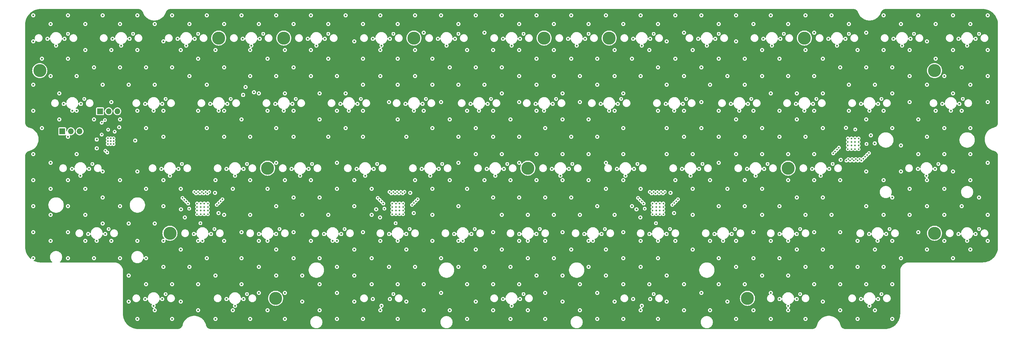
<source format=gbr>
%TF.GenerationSoftware,KiCad,Pcbnew,8.0.9*%
%TF.CreationDate,2025-06-30T23:39:47+07:00*%
%TF.ProjectId,Agar HE,41676172-2048-4452-9e6b-696361645f70,rev?*%
%TF.SameCoordinates,Original*%
%TF.FileFunction,Copper,L3,Inr*%
%TF.FilePolarity,Positive*%
%FSLAX46Y46*%
G04 Gerber Fmt 4.6, Leading zero omitted, Abs format (unit mm)*
G04 Created by KiCad (PCBNEW 8.0.9) date 2025-06-30 23:39:47*
%MOMM*%
%LPD*%
G01*
G04 APERTURE LIST*
%TA.AperFunction,ComponentPad*%
%ADD10C,3.800000*%
%TD*%
%TA.AperFunction,ComponentPad*%
%ADD11R,1.700000X1.700000*%
%TD*%
%TA.AperFunction,ComponentPad*%
%ADD12O,1.700000X1.700000*%
%TD*%
%TA.AperFunction,ComponentPad*%
%ADD13C,0.500000*%
%TD*%
%TA.AperFunction,ViaPad*%
%ADD14C,0.600000*%
%TD*%
%TA.AperFunction,ViaPad*%
%ADD15C,0.500000*%
%TD*%
G04 APERTURE END LIST*
D10*
%TO.N,N/C*%
%TO.C,H8*%
X166687500Y-23812500D03*
%TD*%
%TO.N,N/C*%
%TO.C,H4*%
X85725000Y-61912500D03*
%TD*%
%TO.N,N/C*%
%TO.C,H5*%
X71437500Y-23812500D03*
%TD*%
%TO.N,N/C*%
%TO.C,H13*%
X238125000Y-61912500D03*
%TD*%
%TO.N,N/C*%
%TO.C,H10*%
X185737500Y-23812500D03*
%TD*%
%TO.N,N/C*%
%TO.C,H7*%
X161925000Y-61912500D03*
%TD*%
%TO.N,N/C*%
%TO.C,H13*%
X57150000Y-80962500D03*
%TD*%
%TO.N,N/C*%
%TO.C,H9*%
X128587500Y-23812500D03*
%TD*%
%TO.N,N/C*%
%TO.C,H12*%
X19050000Y-33337500D03*
%TD*%
%TO.N,N/C*%
%TO.C,H13*%
X280987500Y-80962500D03*
%TD*%
%TO.N,N/C*%
%TO.C,H18*%
X280987500Y-33337500D03*
%TD*%
%TO.N,N/C*%
%TO.C,H14*%
X88106250Y-100012500D03*
%TD*%
%TO.N,N/C*%
%TO.C,H11*%
X242887500Y-23812500D03*
%TD*%
%TO.N,N/C*%
%TO.C,H15*%
X226218750Y-100012500D03*
%TD*%
%TO.N,N/C*%
%TO.C,H5*%
X90487500Y-23812500D03*
%TD*%
D11*
%TO.N,GND*%
%TO.C,J2*%
X25620000Y-51112500D03*
D12*
%TO.N,SWDIO*%
X28160000Y-51112500D03*
%TO.N,SWCLK*%
X30700000Y-51112500D03*
%TO.N,+3.3V*%
X33240000Y-51112500D03*
%TD*%
D13*
%TO.N,GND*%
%TO.C,U5*%
X258750000Y-56343750D03*
X258750000Y-55293750D03*
X258750000Y-54243750D03*
X258750000Y-53193750D03*
X257700000Y-56343750D03*
X257700000Y-55293750D03*
X257700000Y-54243750D03*
X257700000Y-53193750D03*
X256650000Y-56343750D03*
X256650000Y-55293750D03*
X256650000Y-54243750D03*
X256650000Y-53193750D03*
X255600000Y-56343750D03*
X255600000Y-55293750D03*
X255600000Y-54243750D03*
X255600000Y-53193750D03*
%TD*%
%TO.N,GND*%
%TO.C,U3*%
X122250000Y-72243750D03*
X122250000Y-73293750D03*
X122250000Y-74343750D03*
X122250000Y-75393750D03*
X123300000Y-72243750D03*
X123300000Y-73293750D03*
X123300000Y-74343750D03*
X123300000Y-75393750D03*
X124350000Y-72243750D03*
X124350000Y-73293750D03*
X124350000Y-74343750D03*
X124350000Y-75393750D03*
X125400000Y-72243750D03*
X125400000Y-73293750D03*
X125400000Y-74343750D03*
X125400000Y-75393750D03*
%TD*%
%TO.N,GND*%
%TO.C,U2*%
X65100000Y-72243750D03*
X65100000Y-73293750D03*
X65100000Y-74343750D03*
X65100000Y-75393750D03*
X66150000Y-72243750D03*
X66150000Y-73293750D03*
X66150000Y-74343750D03*
X66150000Y-75393750D03*
X67200000Y-72243750D03*
X67200000Y-73293750D03*
X67200000Y-74343750D03*
X67200000Y-75393750D03*
X68250000Y-72243750D03*
X68250000Y-73293750D03*
X68250000Y-74343750D03*
X68250000Y-75393750D03*
%TD*%
D11*
%TO.N,GND*%
%TO.C,J3*%
X36681250Y-45243750D03*
D12*
%TO.N,UART1_TX*%
X39221250Y-45243750D03*
%TO.N,UART1_RX*%
X41761250Y-45243750D03*
%TO.N,+3.3V*%
X44301250Y-45243750D03*
%TD*%
D13*
%TO.N,GND*%
%TO.C,U4*%
X198450000Y-72243750D03*
X198450000Y-73293750D03*
X198450000Y-74343750D03*
X198450000Y-75393750D03*
X199500000Y-72243750D03*
X199500000Y-73293750D03*
X199500000Y-74343750D03*
X199500000Y-75393750D03*
X200550000Y-72243750D03*
X200550000Y-73293750D03*
X200550000Y-74343750D03*
X200550000Y-75393750D03*
X201600000Y-72243750D03*
X201600000Y-73293750D03*
X201600000Y-74343750D03*
X201600000Y-75393750D03*
%TD*%
%TO.N,GND*%
%TO.C,U1*%
X40658750Y-54867500D03*
X40658750Y-54017500D03*
X40658750Y-53167500D03*
X39808750Y-54867500D03*
X39808750Y-54017500D03*
X39808750Y-53167500D03*
X38958750Y-54867500D03*
X38958750Y-54017500D03*
X38958750Y-53167500D03*
%TD*%
D14*
%TO.N,+3.3V*%
X81371875Y-45471875D03*
X139375000Y-79732500D03*
X167950000Y-60682500D03*
X115562500Y-22582500D03*
X110800000Y-60682500D03*
X248912500Y-22582500D03*
X267962500Y-22582500D03*
X83371875Y-46671875D03*
X128525000Y-76018750D03*
X258437500Y-41632500D03*
X83371875Y-45471875D03*
X119625000Y-76318750D03*
X129850000Y-60682500D03*
X82871875Y-46071875D03*
X177475000Y-79732500D03*
X67937500Y-41632500D03*
X244150000Y-60682500D03*
X58412500Y-22582500D03*
X260818750Y-79732500D03*
X69395000Y-69118750D03*
X96512500Y-22582500D03*
X63175000Y-79732500D03*
X25075000Y-41632500D03*
X254095000Y-50068750D03*
X182237500Y-41632500D03*
X163187500Y-41632500D03*
X35208750Y-51817500D03*
X82371875Y-46671875D03*
X91750000Y-60682500D03*
X263475000Y-55588750D03*
X234625000Y-98782500D03*
X48887500Y-98782500D03*
X81751875Y-38671875D03*
X53650000Y-60682500D03*
X287012500Y-79732500D03*
X42308750Y-50897500D03*
X234625000Y-79732500D03*
X204725000Y-76018750D03*
X117525000Y-72998750D03*
X134612500Y-22582500D03*
X43408750Y-54417500D03*
X239387500Y-41632500D03*
X225100000Y-60682500D03*
X153662500Y-22582500D03*
X81871875Y-46071875D03*
X120325000Y-79732500D03*
X220337500Y-41632500D03*
X254455000Y-59468750D03*
X82371875Y-45471875D03*
X72700000Y-60682500D03*
X39362500Y-22582500D03*
X115562500Y-98782500D03*
X32218750Y-79732500D03*
X282250000Y-41632500D03*
X27456250Y-60682500D03*
X72700000Y-98782500D03*
X206050000Y-60682500D03*
X258437500Y-98782500D03*
X275106250Y-60682500D03*
X81371875Y-46671875D03*
X101275000Y-79732500D03*
X202745000Y-69118750D03*
X191762500Y-98782500D03*
X195825000Y-76318750D03*
X201287500Y-41632500D03*
X191762500Y-22582500D03*
X229862500Y-22582500D03*
X287012500Y-22582500D03*
X86987500Y-41632500D03*
X158425000Y-79732500D03*
X193725000Y-72998750D03*
X48887500Y-41632500D03*
X196525000Y-79732500D03*
X71375000Y-76018750D03*
X62475000Y-76318750D03*
X36688750Y-53517500D03*
X187000000Y-60682500D03*
D15*
X39128750Y-47817500D03*
D14*
X210812500Y-22582500D03*
X77462500Y-22582500D03*
X261375000Y-52268750D03*
X153662500Y-98782500D03*
X144137500Y-41632500D03*
X215575000Y-79732500D03*
X172712500Y-22582500D03*
X82225000Y-79732500D03*
X125087500Y-41632500D03*
X60375000Y-72998750D03*
X20312500Y-22582500D03*
X126545000Y-69118750D03*
X148900000Y-60682500D03*
X106037500Y-41632500D03*
X38008750Y-51317500D03*
D15*
%TO.N,44*%
X122562500Y-98782500D03*
X128575000Y-72118750D03*
D14*
%TO.N,RST*%
X46985700Y-53817500D03*
D15*
%TO.N,SLAVE RST*%
X62785700Y-73768750D03*
X119935700Y-73768750D03*
X261064300Y-54818750D03*
X38808750Y-57317500D03*
X196135700Y-73768750D03*
%TO.N,ADC4_IN1*%
X261225000Y-58032500D03*
%TO.N,ADC4_IN6*%
X258475000Y-59682500D03*
%TO.N,BOOT*%
X40958750Y-51217500D03*
%TO.N,46*%
X129675000Y-71018750D03*
X160662500Y-98782500D03*
%TO.N,48*%
X204775000Y-72118750D03*
X198762500Y-98782500D03*
%TO.N,49*%
X241625000Y-98782500D03*
X256275000Y-59682500D03*
%TO.N,410*%
X256825000Y-59249488D03*
X265437500Y-98782500D03*
%TO.N,00*%
X67025000Y-69301762D03*
X27312500Y-22582500D03*
%TO.N,01*%
X66475000Y-68868750D03*
X46362500Y-22582500D03*
%TO.N,02*%
X65412500Y-22582500D03*
X67575000Y-68868750D03*
%TO.N,03*%
X117975000Y-70618750D03*
X84462500Y-22582500D03*
%TO.N,04*%
X122525000Y-68868750D03*
X103512500Y-22582500D03*
%TO.N,05*%
X123625000Y-68868750D03*
X122562500Y-22582500D03*
%TO.N,06*%
X123075000Y-69301762D03*
X141612500Y-22582500D03*
%TO.N,07*%
X160662500Y-22582500D03*
X199275000Y-69301762D03*
%TO.N,08*%
X198725000Y-68868750D03*
X179712500Y-22582500D03*
%TO.N,09*%
X198762500Y-22582500D03*
X200375000Y-69301762D03*
%TO.N,010*%
X217812500Y-22582500D03*
X199825000Y-68868750D03*
%TO.N,011*%
X251875000Y-57018750D03*
X236862500Y-22582500D03*
%TO.N,012*%
X252425000Y-56468750D03*
X255912500Y-22582500D03*
%TO.N,013*%
X274962500Y-22582500D03*
X261775000Y-57482500D03*
%TO.N,014*%
X294012500Y-22582500D03*
X260125000Y-59132500D03*
%TO.N,10*%
X65925000Y-69301762D03*
X32075000Y-41632500D03*
%TO.N,11*%
X55887500Y-41632500D03*
X65375000Y-68868750D03*
%TO.N,12*%
X68125000Y-69301762D03*
X74937500Y-41632500D03*
%TO.N,13*%
X93987500Y-41632500D03*
X118525000Y-71168750D03*
%TO.N,14*%
X121975000Y-69301762D03*
X113037500Y-41632500D03*
%TO.N,15*%
X132087500Y-41632500D03*
X124725000Y-68868750D03*
%TO.N,16*%
X124175000Y-69301762D03*
X151137500Y-41632500D03*
%TO.N,17*%
X194175000Y-70618750D03*
X170187500Y-41632500D03*
%TO.N,18*%
X189237500Y-41632500D03*
X198175000Y-69301762D03*
%TO.N,19*%
X201475000Y-69301762D03*
X208287500Y-41632500D03*
%TO.N,110*%
X200925000Y-68868750D03*
X227337500Y-41632500D03*
%TO.N,111*%
X251325000Y-57568750D03*
X246387500Y-41632500D03*
%TO.N,112*%
X265437500Y-41632500D03*
X252975000Y-55918750D03*
%TO.N,113*%
X260675000Y-58582500D03*
X289250000Y-41632500D03*
%TO.N,20*%
X34456250Y-60682500D03*
X64825000Y-69301762D03*
%TO.N,21*%
X60650000Y-60682500D03*
X64275000Y-68868750D03*
%TO.N,22*%
X79700000Y-60682500D03*
X68675000Y-68868750D03*
%TO.N,23*%
X119075000Y-71718750D03*
X98750000Y-60682500D03*
%TO.N,24*%
X121425000Y-68868750D03*
X117800000Y-60682500D03*
%TO.N,25*%
X136850000Y-60682500D03*
X125825000Y-68868750D03*
%TO.N,26*%
X125275000Y-69301762D03*
X155900000Y-60682500D03*
%TO.N,27*%
X174950000Y-60682500D03*
X194725000Y-71168750D03*
%TO.N,28*%
X197625000Y-68868750D03*
X194000000Y-60682500D03*
%TO.N,29*%
X202025000Y-68868750D03*
X213050000Y-60682500D03*
%TO.N,210*%
X205875000Y-71018750D03*
X232100000Y-60682500D03*
%TO.N,211*%
X255175000Y-59682500D03*
X251150000Y-60682500D03*
%TO.N,213*%
X259575000Y-59682500D03*
X282106250Y-60682500D03*
%TO.N,31*%
X61375000Y-71168750D03*
X39218750Y-79732500D03*
%TO.N,33*%
X70875000Y-72668750D03*
X70175000Y-79732500D03*
%TO.N,34*%
X72525000Y-71018750D03*
X89225000Y-79732500D03*
%TO.N,35*%
X119625000Y-72268750D03*
X108275000Y-79732500D03*
%TO.N,36*%
X127325000Y-79732500D03*
X128025000Y-72668750D03*
%TO.N,37*%
X146375000Y-79732500D03*
X129125000Y-71568750D03*
%TO.N,38*%
X165425000Y-79732500D03*
X195275000Y-71718750D03*
%TO.N,39*%
X195825000Y-72268750D03*
X184475000Y-79732500D03*
%TO.N,310*%
X204225000Y-72668750D03*
X203525000Y-79732500D03*
%TO.N,311*%
X205325000Y-71568750D03*
X222575000Y-79732500D03*
%TO.N,312*%
X255725000Y-59249488D03*
X241625000Y-79732500D03*
%TO.N,314*%
X267818750Y-79732500D03*
X257375000Y-59682500D03*
%TO.N,315*%
X257925000Y-59249488D03*
X294012500Y-79732500D03*
%TO.N,41*%
X55887500Y-98782500D03*
X71425000Y-72118750D03*
%TO.N,42*%
X71975000Y-71568750D03*
X79700000Y-98782500D03*
%TO.N,ADC1_IN3*%
X60825000Y-70618750D03*
%TO.N,ADC1_IN1*%
X61925000Y-71718750D03*
%TO.N,ADC1_IN0*%
X62475000Y-72268750D03*
%TO.N,SLAVE BOOT*%
X66075000Y-78018750D03*
X123225000Y-78018750D03*
X38258750Y-56817500D03*
X199425000Y-78018750D03*
X257775000Y-50568750D03*
D14*
%TO.N,GND*%
X85725000Y-29845000D03*
X150137500Y-43092500D03*
X250825000Y-90805000D03*
X164465000Y-45085000D03*
X259437500Y-100242500D03*
X222885000Y-57785000D03*
X136525000Y-98425000D03*
X260985000Y-73025000D03*
X80645000Y-75565000D03*
X233045000Y-106045000D03*
X238125000Y-102207500D03*
X136525000Y-17145000D03*
X109537500Y-45057500D03*
X174625000Y-52705000D03*
X253365000Y-103505000D03*
X223837500Y-45057500D03*
X127505000Y-69118750D03*
X146685000Y-100965000D03*
X154305000Y-17145000D03*
X17145000Y-24765000D03*
X210185000Y-67945000D03*
X278765000Y-52705000D03*
X22225000Y-67945000D03*
X42545000Y-47625000D03*
X65405000Y-95885000D03*
X55245000Y-65405000D03*
X288925000Y-45085000D03*
X248285000Y-85725000D03*
X202565000Y-93345000D03*
X88265000Y-34925000D03*
X100965000Y-47625000D03*
X164465000Y-37465000D03*
X197485000Y-95885000D03*
X189865000Y-106045000D03*
X268605000Y-32385000D03*
X95885000Y-75565000D03*
X291465000Y-37465000D03*
X217805000Y-52705000D03*
X156845000Y-65405000D03*
X140612500Y-24042500D03*
X281305000Y-29845000D03*
X117525000Y-73958750D03*
X276225000Y-57785000D03*
X172085000Y-57785000D03*
X174625000Y-29845000D03*
X266065000Y-27305000D03*
X211812500Y-24042500D03*
X278765000Y-85725000D03*
X32385000Y-27305000D03*
X207645000Y-34925000D03*
X261818750Y-81192500D03*
X97512500Y-24042500D03*
X121285000Y-90805000D03*
X40362500Y-24042500D03*
X52705000Y-78105000D03*
X45085000Y-100965000D03*
X27305000Y-29845000D03*
X276225000Y-80645000D03*
X286385000Y-17145000D03*
X107037500Y-43092500D03*
X291465000Y-85725000D03*
X216575000Y-81192500D03*
X119062500Y-26007500D03*
X106045000Y-67945000D03*
X116205000Y-88265000D03*
X161925000Y-75565000D03*
X32385000Y-67945000D03*
X111125000Y-24765000D03*
X52387500Y-102207500D03*
X296545000Y-27305000D03*
X207645000Y-52705000D03*
X202565000Y-57785000D03*
X152400000Y-64107500D03*
X159385000Y-42545000D03*
X281106250Y-62142500D03*
X149900000Y-62142500D03*
X75565000Y-67945000D03*
X70485000Y-65405000D03*
X288925000Y-73025000D03*
X159662500Y-100242500D03*
X230862500Y-24042500D03*
X220345000Y-67945000D03*
X113665000Y-37465000D03*
X188000000Y-62142500D03*
X255905000Y-19685000D03*
X111125000Y-100965000D03*
X179705000Y-83185000D03*
X154305000Y-85725000D03*
X172085000Y-80645000D03*
X54887500Y-100242500D03*
X123825000Y-19685000D03*
X243205000Y-17145000D03*
X283250000Y-43092500D03*
X154662500Y-24042500D03*
X288925000Y-32385000D03*
X23812500Y-26007500D03*
X90805000Y-65405000D03*
X159385000Y-70485000D03*
X35728750Y-53517500D03*
X245745000Y-80645000D03*
X266065000Y-65405000D03*
X243205000Y-106045000D03*
X73025000Y-75565000D03*
X230505000Y-93345000D03*
X88265000Y-60325000D03*
X154305000Y-40005000D03*
X262335000Y-52268750D03*
X243205000Y-27305000D03*
X118745000Y-27305000D03*
X17145000Y-73025000D03*
X283845000Y-34925000D03*
X182245000Y-98425000D03*
X47625000Y-83185000D03*
X42545000Y-65405000D03*
X73025000Y-19685000D03*
X79271875Y-38171875D03*
X128525000Y-75058750D03*
X285750000Y-45057500D03*
X116562500Y-24042500D03*
X260985000Y-32385000D03*
X78105000Y-80645000D03*
X264437500Y-43092500D03*
X210185000Y-75565000D03*
X135612500Y-24042500D03*
X164465000Y-57785000D03*
X235585000Y-45085000D03*
X67945000Y-37465000D03*
X189865000Y-95885000D03*
X161925000Y-103505000D03*
X222885000Y-47625000D03*
X34925000Y-88265000D03*
X141605000Y-60325000D03*
X268605000Y-50165000D03*
X113665000Y-52705000D03*
X92750000Y-62142500D03*
X159425000Y-81192500D03*
X156845000Y-106045000D03*
X42308750Y-49937500D03*
X164187500Y-43092500D03*
X230505000Y-50165000D03*
X238125000Y-34925000D03*
X123825000Y-83157500D03*
X54650000Y-62142500D03*
X78105000Y-47625000D03*
X197762500Y-24042500D03*
X217805000Y-73025000D03*
X100965000Y-70485000D03*
X210185000Y-85725000D03*
X268605000Y-106045000D03*
X68937500Y-43092500D03*
X194945000Y-83185000D03*
X233045000Y-40005000D03*
X247650000Y-64107500D03*
X151765000Y-95885000D03*
X90805000Y-27305000D03*
X45085000Y-93345000D03*
X38218750Y-81192500D03*
X116205000Y-75565000D03*
X210185000Y-27305000D03*
X50165000Y-88265000D03*
X128905000Y-27305000D03*
X273685000Y-75565000D03*
X222885000Y-106045000D03*
X179705000Y-57785000D03*
X29845000Y-34925000D03*
X118745000Y-83185000D03*
X177165000Y-75565000D03*
X187325000Y-100965000D03*
X100965000Y-95885000D03*
X151765000Y-103505000D03*
X97750000Y-62142500D03*
X266818750Y-81192500D03*
X167005000Y-70485000D03*
X88265000Y-17145000D03*
X212725000Y-42545000D03*
X90487500Y-45057500D03*
X159385000Y-95885000D03*
X245745000Y-34925000D03*
X250150000Y-62142500D03*
X178475000Y-81192500D03*
X258445000Y-83185000D03*
X65405000Y-29845000D03*
X121285000Y-42545000D03*
X200025000Y-106045000D03*
X159385000Y-60325000D03*
X108585000Y-50165000D03*
X80962500Y-26007500D03*
X108585000Y-17145000D03*
X167005000Y-50165000D03*
X286385000Y-62865000D03*
X179705000Y-47625000D03*
X225425000Y-73025000D03*
X296545000Y-60325000D03*
X212050000Y-62142500D03*
X177165000Y-103505000D03*
X78105000Y-88265000D03*
X70485000Y-27305000D03*
X189865000Y-40005000D03*
X85725000Y-45085000D03*
X194945000Y-90805000D03*
X73025000Y-45085000D03*
X50165000Y-67945000D03*
X187325000Y-45085000D03*
X238125000Y-93345000D03*
X278765000Y-37465000D03*
X131445000Y-103505000D03*
X172085000Y-40005000D03*
X273685000Y-27305000D03*
X45085000Y-78105000D03*
X209550000Y-64107500D03*
X242887500Y-45057500D03*
X184785000Y-17145000D03*
X27305000Y-80645000D03*
X255055000Y-50068750D03*
X88265000Y-93345000D03*
X172085000Y-65405000D03*
X255905000Y-45085000D03*
X73937500Y-43092500D03*
X212725000Y-50165000D03*
X139065000Y-47625000D03*
X215265000Y-103505000D03*
X45085000Y-37465000D03*
X291465000Y-57785000D03*
X212725000Y-17145000D03*
X164465000Y-93345000D03*
X22225000Y-75565000D03*
X151765000Y-80645000D03*
X95885000Y-100965000D03*
X126365000Y-100965000D03*
X238125000Y-57785000D03*
X204787500Y-45057500D03*
X217805000Y-88265000D03*
X131087500Y-43092500D03*
X197485000Y-27305000D03*
X168950000Y-62142500D03*
X276225000Y-47625000D03*
X197762500Y-100242500D03*
X290512500Y-26007500D03*
X59412500Y-24042500D03*
X103505000Y-29845000D03*
X78700000Y-100242500D03*
X197525000Y-81192500D03*
X141605000Y-37465000D03*
X258445000Y-106045000D03*
X205105000Y-83185000D03*
X27305000Y-17145000D03*
X146685000Y-57785000D03*
X278765000Y-65405000D03*
X116562500Y-100242500D03*
X60375000Y-73958750D03*
X145375000Y-81192500D03*
X183237500Y-43092500D03*
X98425000Y-83185000D03*
X217805000Y-29845000D03*
X32385000Y-75565000D03*
X154900000Y-62142500D03*
X133985000Y-50165000D03*
X28456250Y-62142500D03*
X203705000Y-69118750D03*
X42545000Y-32385000D03*
X238125000Y-103505000D03*
X52705000Y-37465000D03*
X141605000Y-73025000D03*
X253365000Y-80645000D03*
X230505000Y-57785000D03*
X164465000Y-17145000D03*
X70485000Y-106045000D03*
X179705000Y-65405000D03*
X233045000Y-83185000D03*
X154662500Y-100242500D03*
X179705000Y-19685000D03*
X67945000Y-17145000D03*
X187325000Y-34925000D03*
X240665000Y-47625000D03*
X225425000Y-29845000D03*
X172085000Y-47625000D03*
X207287500Y-43092500D03*
X149225000Y-22225000D03*
X235585000Y-52705000D03*
X288012500Y-81192500D03*
X26075000Y-43092500D03*
X27305000Y-65405000D03*
X248285000Y-50165000D03*
X57785000Y-106045000D03*
X230505000Y-67945000D03*
X281305000Y-19685000D03*
X296545000Y-75565000D03*
X266065000Y-90805000D03*
X159385000Y-19685000D03*
X222885000Y-90805000D03*
X131445000Y-22225000D03*
X100965000Y-103505000D03*
X235862500Y-24042500D03*
X32385000Y-83185000D03*
X22225000Y-19685000D03*
X205105000Y-65405000D03*
X62865000Y-19685000D03*
X145137500Y-43092500D03*
X164465000Y-65405000D03*
X78105000Y-95885000D03*
X235625000Y-81192500D03*
X42545000Y-19685000D03*
X62865000Y-34925000D03*
X141605000Y-83185000D03*
X106045000Y-83185000D03*
X245745000Y-22225000D03*
X108585000Y-40005000D03*
X17145000Y-17145000D03*
X192405000Y-29845000D03*
X106045000Y-34925000D03*
X283845000Y-75565000D03*
X233045000Y-98425000D03*
X151765000Y-27305000D03*
X133985000Y-67945000D03*
X189865000Y-50165000D03*
X171450000Y-64107500D03*
X128587500Y-45057500D03*
X219075000Y-83157500D03*
X73700000Y-62142500D03*
X71437500Y-45057500D03*
X266065000Y-45085000D03*
X249912500Y-24042500D03*
X131445000Y-45085000D03*
X83185000Y-19685000D03*
X271145000Y-62865000D03*
X144145000Y-106045000D03*
X55245000Y-24765000D03*
X238125000Y-83157500D03*
X113665000Y-106045000D03*
X73025000Y-32385000D03*
X226337500Y-43092500D03*
X78700000Y-62142500D03*
X220345000Y-34925000D03*
X296545000Y-42545000D03*
X55245000Y-73025000D03*
X32385000Y-19685000D03*
X166687500Y-45057500D03*
X226100000Y-62142500D03*
X231100000Y-62142500D03*
X73700000Y-100242500D03*
X126365000Y-52705000D03*
X59650000Y-62142500D03*
X100012500Y-26007500D03*
X34925000Y-32385000D03*
X37465000Y-78105000D03*
X151765000Y-52705000D03*
X176212500Y-26007500D03*
X173712500Y-24042500D03*
X128905000Y-17145000D03*
X126325000Y-81192500D03*
X296545000Y-83185000D03*
X65405000Y-83185000D03*
X83185000Y-90805000D03*
X230505000Y-27305000D03*
X200025000Y-83157500D03*
X146685000Y-85725000D03*
X149225000Y-90805000D03*
X57785000Y-17145000D03*
X182245000Y-52705000D03*
X215265000Y-65405000D03*
X61515000Y-76318750D03*
X100965000Y-88265000D03*
X78571875Y-40471875D03*
X141605000Y-19685000D03*
X159385000Y-83185000D03*
X169545000Y-27305000D03*
X98425000Y-65405000D03*
X202565000Y-50165000D03*
X264437500Y-100242500D03*
X202287500Y-43092500D03*
X128905000Y-65405000D03*
X215265000Y-83185000D03*
X164465000Y-29845000D03*
X123825000Y-29845000D03*
X161925000Y-88265000D03*
X93345000Y-52705000D03*
X286385000Y-40005000D03*
X240665000Y-70485000D03*
X207645000Y-103505000D03*
X107275000Y-81192500D03*
X106045000Y-90805000D03*
X235585000Y-29845000D03*
X116800000Y-62142500D03*
X50165000Y-50165000D03*
X260985000Y-22225000D03*
X133985000Y-83185000D03*
X260985000Y-62865000D03*
X112037500Y-43092500D03*
X192762500Y-100242500D03*
X183475000Y-81192500D03*
X93345000Y-32385000D03*
X286385000Y-27305000D03*
X42545000Y-88265000D03*
X103505000Y-52705000D03*
X156845000Y-47625000D03*
X222885000Y-24765000D03*
X35718750Y-83157500D03*
X174625000Y-85725000D03*
X93345000Y-45085000D03*
X281305000Y-45085000D03*
X70355000Y-69118750D03*
X47625000Y-45085000D03*
X52387500Y-45057500D03*
X243205000Y-52705000D03*
X22225000Y-60325000D03*
X159662500Y-24042500D03*
X151765000Y-70485000D03*
X24765000Y-40005000D03*
X93345000Y-80645000D03*
X273962500Y-24042500D03*
X283845000Y-57785000D03*
X296545000Y-17145000D03*
X113665000Y-29845000D03*
X159385000Y-34925000D03*
X250825000Y-75565000D03*
X222885000Y-17145000D03*
X147637500Y-45057500D03*
X204725000Y-75058750D03*
X238125000Y-19685000D03*
X55245000Y-83185000D03*
X235625000Y-100242500D03*
X157162500Y-26007500D03*
X200025000Y-19685000D03*
X57785000Y-32385000D03*
X202565000Y-100965000D03*
X253365000Y-95885000D03*
X177165000Y-42545000D03*
X235585000Y-73025000D03*
X250825000Y-17145000D03*
X130850000Y-62142500D03*
X19685000Y-29845000D03*
X27305000Y-88265000D03*
X169545000Y-75565000D03*
X159385000Y-27305000D03*
X259437500Y-43092500D03*
X177165000Y-95885000D03*
X245745000Y-45085000D03*
X139065000Y-32385000D03*
X17145000Y-57785000D03*
X240625000Y-100242500D03*
X61912500Y-26007500D03*
X268962500Y-24042500D03*
X111125000Y-65405000D03*
X271145000Y-88265000D03*
X121562500Y-100242500D03*
X288250000Y-43092500D03*
X273685000Y-67945000D03*
X195262500Y-102207500D03*
X268605000Y-83185000D03*
X146685000Y-50165000D03*
X114300000Y-64107500D03*
X283845000Y-83185000D03*
X154305000Y-32385000D03*
X144145000Y-95885000D03*
X185737500Y-45057500D03*
X266065000Y-17145000D03*
X258445000Y-27305000D03*
X133350000Y-64107500D03*
X111125000Y-73025000D03*
X123825000Y-106045000D03*
X283845000Y-67945000D03*
X139065000Y-65405000D03*
X290512500Y-83157500D03*
X235585000Y-88265000D03*
X83185000Y-40005000D03*
X184785000Y-67945000D03*
X80645000Y-27305000D03*
X133985000Y-37465000D03*
X144145000Y-67945000D03*
X238125000Y-65405000D03*
X116205000Y-67945000D03*
X266065000Y-75565000D03*
X193000000Y-62142500D03*
X83225000Y-81192500D03*
X146685000Y-32385000D03*
X217805000Y-45085000D03*
X24765000Y-47625000D03*
X189865000Y-65405000D03*
X142875000Y-83157500D03*
X126365000Y-85725000D03*
X45362500Y-24042500D03*
X202565000Y-24765000D03*
X288012500Y-24042500D03*
X64412500Y-24042500D03*
X106045000Y-106045000D03*
X180975000Y-83157500D03*
X220345000Y-100965000D03*
X67945000Y-88265000D03*
X190500000Y-64107500D03*
X230505000Y-34925000D03*
X260985000Y-47625000D03*
X192762500Y-24042500D03*
X225425000Y-37465000D03*
X98425000Y-34925000D03*
X240387500Y-43092500D03*
X85725000Y-103505000D03*
X207645000Y-22225000D03*
X118665000Y-76318750D03*
X156845000Y-90805000D03*
X136525000Y-42545000D03*
X278765000Y-24765000D03*
X40005000Y-42545000D03*
X133985000Y-29845000D03*
X49887500Y-43092500D03*
X184785000Y-85725000D03*
X245150000Y-62142500D03*
X113665000Y-45085000D03*
X189865000Y-88265000D03*
X106045000Y-45085000D03*
X291465000Y-65405000D03*
X200025000Y-32385000D03*
X60325000Y-85725000D03*
X100965000Y-40005000D03*
X194945000Y-67945000D03*
X29845000Y-45085000D03*
X188237500Y-43092500D03*
X37465000Y-62865000D03*
X123825000Y-47625000D03*
X202525000Y-81192500D03*
X119062500Y-102207500D03*
X47625000Y-17145000D03*
X264318750Y-83157500D03*
X30956250Y-64107500D03*
X104775000Y-83157500D03*
X278765000Y-73025000D03*
X141605000Y-90805000D03*
X154305000Y-57785000D03*
X50165000Y-32385000D03*
X273685000Y-34925000D03*
X65405000Y-103505000D03*
X167005000Y-106045000D03*
X37465000Y-37465000D03*
X271145000Y-19685000D03*
X293012500Y-81192500D03*
X268605000Y-40005000D03*
X207645000Y-45085000D03*
X118745000Y-34925000D03*
X93345000Y-70485000D03*
X248285000Y-70485000D03*
X228600000Y-64107500D03*
X138112500Y-26007500D03*
X260985000Y-95885000D03*
X98425000Y-27305000D03*
X172085000Y-100965000D03*
X261937500Y-45057500D03*
X174625000Y-17145000D03*
X293012500Y-24042500D03*
X221337500Y-43092500D03*
X62865000Y-90805000D03*
X248285000Y-100965000D03*
X252412500Y-26007500D03*
X222885000Y-83185000D03*
X55245000Y-52705000D03*
X60325000Y-67945000D03*
X227965000Y-80645000D03*
X22225000Y-83185000D03*
X71375000Y-75058750D03*
X189865000Y-19685000D03*
X128905000Y-90805000D03*
X212725000Y-32385000D03*
X278606250Y-64107500D03*
X205105000Y-17145000D03*
X47625000Y-106045000D03*
X52705000Y-19685000D03*
X154305000Y-75565000D03*
X42862500Y-26007500D03*
X17145000Y-37465000D03*
X146685000Y-17145000D03*
X40005000Y-27305000D03*
X34925000Y-47625000D03*
X177165000Y-34925000D03*
X217805000Y-95885000D03*
X31075000Y-43092500D03*
X67945000Y-50165000D03*
X135850000Y-62142500D03*
X85725000Y-67945000D03*
X169545000Y-19685000D03*
X22225000Y-34925000D03*
X286385000Y-88265000D03*
X106045000Y-98425000D03*
X268605000Y-95885000D03*
X90805000Y-40005000D03*
X76200000Y-102207500D03*
X205105000Y-29845000D03*
X187325000Y-75565000D03*
X17145000Y-65405000D03*
X88225000Y-81192500D03*
X102512500Y-24042500D03*
X169187500Y-43092500D03*
X92987500Y-43092500D03*
X123825000Y-95885000D03*
X93345000Y-88265000D03*
X230505000Y-75565000D03*
X126087500Y-43092500D03*
X42545000Y-73025000D03*
X55245000Y-90805000D03*
X81751875Y-39671875D03*
X254912500Y-24042500D03*
X243205000Y-90805000D03*
X200025000Y-45085000D03*
X73025000Y-83185000D03*
X113665000Y-80645000D03*
X131445000Y-95885000D03*
X65405000Y-45085000D03*
X90805000Y-98425000D03*
X50165000Y-95885000D03*
X182245000Y-73025000D03*
X90805000Y-106045000D03*
X291465000Y-50165000D03*
X27305000Y-52705000D03*
X192405000Y-73025000D03*
X98425000Y-17145000D03*
X172085000Y-93345000D03*
X174625000Y-70485000D03*
X263525000Y-103505000D03*
X159385000Y-52705000D03*
X227965000Y-103505000D03*
X253495000Y-59468750D03*
X243205000Y-75565000D03*
X255905000Y-37465000D03*
X227965000Y-19685000D03*
X17145000Y-45085000D03*
X221575000Y-81192500D03*
X169545000Y-88265000D03*
X296545000Y-34925000D03*
X200025000Y-88265000D03*
X184785000Y-93345000D03*
X116205000Y-95885000D03*
X26312500Y-24042500D03*
X88265000Y-85725000D03*
X57785000Y-95885000D03*
X57150000Y-64107500D03*
X182245000Y-37465000D03*
X28575000Y-45057500D03*
X253365000Y-32385000D03*
X210185000Y-57785000D03*
X60325000Y-27305000D03*
X29845000Y-57785000D03*
X111125000Y-93345000D03*
X136525000Y-88265000D03*
X93345000Y-19685000D03*
X78105000Y-17145000D03*
X33218750Y-81192500D03*
X83185000Y-83185000D03*
X95250000Y-64107500D03*
X47625000Y-27305000D03*
X164425000Y-81192500D03*
X80645000Y-52705000D03*
X268605000Y-70485000D03*
X87987500Y-43092500D03*
X80645000Y-106045000D03*
X85725000Y-83157500D03*
X291465000Y-19685000D03*
X215265000Y-37465000D03*
X294005000Y-70485000D03*
X123825000Y-37465000D03*
X19685000Y-50165000D03*
X217805000Y-60325000D03*
X169545000Y-34925000D03*
X27305000Y-73025000D03*
X102275000Y-81192500D03*
X144145000Y-45085000D03*
X69175000Y-81192500D03*
X121562500Y-24042500D03*
X227965000Y-88265000D03*
X182245000Y-29845000D03*
X212725000Y-98425000D03*
X214312500Y-26007500D03*
X245387500Y-43092500D03*
X182245000Y-106045000D03*
X207645000Y-95885000D03*
X33456250Y-62142500D03*
X225425000Y-52705000D03*
X60325000Y-100965000D03*
X253365000Y-65405000D03*
X276225000Y-17145000D03*
X37465000Y-17145000D03*
X54887500Y-43092500D03*
X283845000Y-50165000D03*
X149225000Y-37465000D03*
X240665000Y-40005000D03*
X151765000Y-45085000D03*
X227965000Y-45085000D03*
X271145000Y-55245000D03*
X121325000Y-81192500D03*
X40005000Y-83185000D03*
X271462500Y-26007500D03*
X64175000Y-81192500D03*
X76200000Y-64107500D03*
X248285000Y-29845000D03*
X245745000Y-95885000D03*
X70485000Y-93345000D03*
X106045000Y-60325000D03*
X83185000Y-98425000D03*
X35728750Y-56117500D03*
X88265000Y-50165000D03*
X194865000Y-76318750D03*
X133985000Y-75565000D03*
X17145000Y-80645000D03*
X167005000Y-83185000D03*
X49887500Y-100242500D03*
X225425000Y-65405000D03*
X233045000Y-17145000D03*
X83462500Y-24042500D03*
X140375000Y-81192500D03*
X216812500Y-24042500D03*
X139065000Y-103505000D03*
X78462500Y-24042500D03*
X75565000Y-103505000D03*
X144145000Y-27305000D03*
X149225000Y-65405000D03*
X233362500Y-26007500D03*
X245745000Y-65405000D03*
X161925000Y-83157500D03*
X240625000Y-81192500D03*
X273685000Y-42545000D03*
X276106250Y-62142500D03*
X80645000Y-65405000D03*
X173950000Y-62142500D03*
X202565000Y-37465000D03*
X21312500Y-24042500D03*
X225425000Y-95885000D03*
X194945000Y-17145000D03*
X193725000Y-73958750D03*
X248285000Y-40005000D03*
X187325000Y-27305000D03*
X55245000Y-45085000D03*
X178712500Y-24042500D03*
X95885000Y-93345000D03*
X194945000Y-34925000D03*
X111800000Y-62142500D03*
X167005000Y-98425000D03*
X103505000Y-75565000D03*
X261937500Y-102207500D03*
X263525000Y-85725000D03*
X263475000Y-54628750D03*
X189865000Y-57785000D03*
X47625000Y-62865000D03*
X207050000Y-62142500D03*
X189865000Y-80645000D03*
X88265000Y-73025000D03*
X37465000Y-70485000D03*
X184785000Y-60325000D03*
X141605000Y-52705000D03*
X111125000Y-85725000D03*
X245745000Y-57785000D03*
X118745000Y-103505000D03*
X128905000Y-34925000D03*
X118745000Y-17145000D03*
X263525000Y-37465000D03*
X179705000Y-90805000D03*
X52705000Y-103505000D03*
X113665000Y-19685000D03*
X80645000Y-34925000D03*
X240665000Y-85725000D03*
X194945000Y-103505000D03*
X73025000Y-52705000D03*
X66675000Y-83157500D03*
X103505000Y-19685000D03*
X217805000Y-19685000D03*
X258445000Y-90805000D03*
X157162500Y-102207500D03*
X195262500Y-26007500D03*
X17145000Y-88265000D03*
D15*
%TO.N,ADC4_IN5*%
X259025000Y-59249488D03*
%TO.N,SPI1_CS*%
X37178750Y-52067500D03*
X37178750Y-48592500D03*
%TO.N,SPI1_MISO*%
X38128750Y-47817500D03*
X39058750Y-50617500D03*
%TD*%
%TA.AperFunction,Conductor*%
%TO.N,+3.3V*%
G36*
X47865471Y-15288294D02*
G01*
X48058777Y-15301643D01*
X48075677Y-15303988D01*
X48261136Y-15342903D01*
X48277561Y-15347552D01*
X48455905Y-15411589D01*
X48471537Y-15418451D01*
X48636625Y-15504947D01*
X48639379Y-15506390D01*
X48653925Y-15515339D01*
X48808078Y-15625508D01*
X48821260Y-15636375D01*
X48958818Y-15766697D01*
X48970381Y-15779274D01*
X49088708Y-15927252D01*
X49098433Y-15941298D01*
X49195300Y-16104140D01*
X49203003Y-16119391D01*
X49278263Y-16298030D01*
X49281307Y-16306015D01*
X49303787Y-16371690D01*
X49303875Y-16371900D01*
X49338604Y-16473293D01*
X49490703Y-16802149D01*
X49675940Y-17113549D01*
X49675941Y-17113550D01*
X49892335Y-17404165D01*
X50137575Y-17670889D01*
X50409039Y-17910871D01*
X50703826Y-18121546D01*
X51018787Y-18300664D01*
X51350557Y-18446311D01*
X51695589Y-18556930D01*
X52050197Y-18631340D01*
X52258561Y-18652965D01*
X52410573Y-18668742D01*
X52410578Y-18668742D01*
X52410593Y-18668744D01*
X52410595Y-18668744D01*
X52772924Y-18668744D01*
X53133319Y-18631339D01*
X53487927Y-18556930D01*
X53832960Y-18446311D01*
X54164729Y-18300664D01*
X54479690Y-18121546D01*
X54774478Y-17910870D01*
X55045942Y-17670889D01*
X55291181Y-17404165D01*
X55484159Y-17144998D01*
X57179318Y-17144998D01*
X57179318Y-17145001D01*
X57199955Y-17301760D01*
X57199956Y-17301762D01*
X57228069Y-17369634D01*
X57260464Y-17447841D01*
X57356718Y-17573282D01*
X57482159Y-17669536D01*
X57628238Y-17730044D01*
X57706619Y-17740363D01*
X57784999Y-17750682D01*
X57785000Y-17750682D01*
X57785001Y-17750682D01*
X57837254Y-17743802D01*
X57941762Y-17730044D01*
X58087841Y-17669536D01*
X58213282Y-17573282D01*
X58309536Y-17447841D01*
X58370044Y-17301762D01*
X58390682Y-17145000D01*
X58390682Y-17144998D01*
X67339318Y-17144998D01*
X67339318Y-17145001D01*
X67359955Y-17301760D01*
X67359956Y-17301762D01*
X67388069Y-17369634D01*
X67420464Y-17447841D01*
X67516718Y-17573282D01*
X67642159Y-17669536D01*
X67788238Y-17730044D01*
X67866619Y-17740363D01*
X67944999Y-17750682D01*
X67945000Y-17750682D01*
X67945001Y-17750682D01*
X67997254Y-17743802D01*
X68101762Y-17730044D01*
X68247841Y-17669536D01*
X68373282Y-17573282D01*
X68469536Y-17447841D01*
X68530044Y-17301762D01*
X68550682Y-17145000D01*
X68550682Y-17144998D01*
X77499318Y-17144998D01*
X77499318Y-17145001D01*
X77519955Y-17301760D01*
X77519956Y-17301762D01*
X77548069Y-17369634D01*
X77580464Y-17447841D01*
X77676718Y-17573282D01*
X77802159Y-17669536D01*
X77948238Y-17730044D01*
X78026619Y-17740363D01*
X78104999Y-17750682D01*
X78105000Y-17750682D01*
X78105001Y-17750682D01*
X78157254Y-17743802D01*
X78261762Y-17730044D01*
X78407841Y-17669536D01*
X78533282Y-17573282D01*
X78629536Y-17447841D01*
X78690044Y-17301762D01*
X78710682Y-17145000D01*
X78710682Y-17144998D01*
X87659318Y-17144998D01*
X87659318Y-17145001D01*
X87679955Y-17301760D01*
X87679956Y-17301762D01*
X87708069Y-17369634D01*
X87740464Y-17447841D01*
X87836718Y-17573282D01*
X87962159Y-17669536D01*
X88108238Y-17730044D01*
X88186619Y-17740363D01*
X88264999Y-17750682D01*
X88265000Y-17750682D01*
X88265001Y-17750682D01*
X88317254Y-17743802D01*
X88421762Y-17730044D01*
X88567841Y-17669536D01*
X88693282Y-17573282D01*
X88789536Y-17447841D01*
X88850044Y-17301762D01*
X88870682Y-17145000D01*
X88870682Y-17144998D01*
X97819318Y-17144998D01*
X97819318Y-17145001D01*
X97839955Y-17301760D01*
X97839956Y-17301762D01*
X97868069Y-17369634D01*
X97900464Y-17447841D01*
X97996718Y-17573282D01*
X98122159Y-17669536D01*
X98268238Y-17730044D01*
X98346619Y-17740363D01*
X98424999Y-17750682D01*
X98425000Y-17750682D01*
X98425001Y-17750682D01*
X98477254Y-17743802D01*
X98581762Y-17730044D01*
X98727841Y-17669536D01*
X98853282Y-17573282D01*
X98949536Y-17447841D01*
X99010044Y-17301762D01*
X99030682Y-17145000D01*
X99030682Y-17144998D01*
X107979318Y-17144998D01*
X107979318Y-17145001D01*
X107999955Y-17301760D01*
X107999956Y-17301762D01*
X108028069Y-17369634D01*
X108060464Y-17447841D01*
X108156718Y-17573282D01*
X108282159Y-17669536D01*
X108428238Y-17730044D01*
X108506619Y-17740363D01*
X108584999Y-17750682D01*
X108585000Y-17750682D01*
X108585001Y-17750682D01*
X108637254Y-17743802D01*
X108741762Y-17730044D01*
X108887841Y-17669536D01*
X109013282Y-17573282D01*
X109109536Y-17447841D01*
X109170044Y-17301762D01*
X109190682Y-17145000D01*
X109190682Y-17144998D01*
X118139318Y-17144998D01*
X118139318Y-17145001D01*
X118159955Y-17301760D01*
X118159956Y-17301762D01*
X118188069Y-17369634D01*
X118220464Y-17447841D01*
X118316718Y-17573282D01*
X118442159Y-17669536D01*
X118588238Y-17730044D01*
X118666619Y-17740363D01*
X118744999Y-17750682D01*
X118745000Y-17750682D01*
X118745001Y-17750682D01*
X118797254Y-17743802D01*
X118901762Y-17730044D01*
X119047841Y-17669536D01*
X119173282Y-17573282D01*
X119269536Y-17447841D01*
X119330044Y-17301762D01*
X119350682Y-17145000D01*
X119350682Y-17144998D01*
X128299318Y-17144998D01*
X128299318Y-17145001D01*
X128319955Y-17301760D01*
X128319956Y-17301762D01*
X128348069Y-17369634D01*
X128380464Y-17447841D01*
X128476718Y-17573282D01*
X128602159Y-17669536D01*
X128748238Y-17730044D01*
X128826619Y-17740363D01*
X128904999Y-17750682D01*
X128905000Y-17750682D01*
X128905001Y-17750682D01*
X128957254Y-17743802D01*
X129061762Y-17730044D01*
X129207841Y-17669536D01*
X129333282Y-17573282D01*
X129429536Y-17447841D01*
X129490044Y-17301762D01*
X129510682Y-17145000D01*
X129510682Y-17144998D01*
X135919318Y-17144998D01*
X135919318Y-17145001D01*
X135939955Y-17301760D01*
X135939956Y-17301762D01*
X135968069Y-17369634D01*
X136000464Y-17447841D01*
X136096718Y-17573282D01*
X136222159Y-17669536D01*
X136368238Y-17730044D01*
X136446619Y-17740363D01*
X136524999Y-17750682D01*
X136525000Y-17750682D01*
X136525001Y-17750682D01*
X136577254Y-17743802D01*
X136681762Y-17730044D01*
X136827841Y-17669536D01*
X136953282Y-17573282D01*
X137049536Y-17447841D01*
X137110044Y-17301762D01*
X137130682Y-17145000D01*
X137130682Y-17144998D01*
X146079318Y-17144998D01*
X146079318Y-17145001D01*
X146099955Y-17301760D01*
X146099956Y-17301762D01*
X146128069Y-17369634D01*
X146160464Y-17447841D01*
X146256718Y-17573282D01*
X146382159Y-17669536D01*
X146528238Y-17730044D01*
X146606619Y-17740363D01*
X146684999Y-17750682D01*
X146685000Y-17750682D01*
X146685001Y-17750682D01*
X146737254Y-17743802D01*
X146841762Y-17730044D01*
X146987841Y-17669536D01*
X147113282Y-17573282D01*
X147209536Y-17447841D01*
X147270044Y-17301762D01*
X147290682Y-17145000D01*
X147290682Y-17144998D01*
X153699318Y-17144998D01*
X153699318Y-17145001D01*
X153719955Y-17301760D01*
X153719956Y-17301762D01*
X153748069Y-17369634D01*
X153780464Y-17447841D01*
X153876718Y-17573282D01*
X154002159Y-17669536D01*
X154148238Y-17730044D01*
X154226619Y-17740363D01*
X154304999Y-17750682D01*
X154305000Y-17750682D01*
X154305001Y-17750682D01*
X154357254Y-17743802D01*
X154461762Y-17730044D01*
X154607841Y-17669536D01*
X154733282Y-17573282D01*
X154829536Y-17447841D01*
X154890044Y-17301762D01*
X154910682Y-17145000D01*
X154910682Y-17144998D01*
X163859318Y-17144998D01*
X163859318Y-17145001D01*
X163879955Y-17301760D01*
X163879956Y-17301762D01*
X163908069Y-17369634D01*
X163940464Y-17447841D01*
X164036718Y-17573282D01*
X164162159Y-17669536D01*
X164308238Y-17730044D01*
X164386619Y-17740363D01*
X164464999Y-17750682D01*
X164465000Y-17750682D01*
X164465001Y-17750682D01*
X164517254Y-17743802D01*
X164621762Y-17730044D01*
X164767841Y-17669536D01*
X164893282Y-17573282D01*
X164989536Y-17447841D01*
X165050044Y-17301762D01*
X165070682Y-17145000D01*
X165070682Y-17144998D01*
X174019318Y-17144998D01*
X174019318Y-17145001D01*
X174039955Y-17301760D01*
X174039956Y-17301762D01*
X174068069Y-17369634D01*
X174100464Y-17447841D01*
X174196718Y-17573282D01*
X174322159Y-17669536D01*
X174468238Y-17730044D01*
X174546619Y-17740363D01*
X174624999Y-17750682D01*
X174625000Y-17750682D01*
X174625001Y-17750682D01*
X174677254Y-17743802D01*
X174781762Y-17730044D01*
X174927841Y-17669536D01*
X175053282Y-17573282D01*
X175149536Y-17447841D01*
X175210044Y-17301762D01*
X175230682Y-17145000D01*
X175230682Y-17144998D01*
X184179318Y-17144998D01*
X184179318Y-17145001D01*
X184199955Y-17301760D01*
X184199956Y-17301762D01*
X184228069Y-17369634D01*
X184260464Y-17447841D01*
X184356718Y-17573282D01*
X184482159Y-17669536D01*
X184628238Y-17730044D01*
X184706619Y-17740363D01*
X184784999Y-17750682D01*
X184785000Y-17750682D01*
X184785001Y-17750682D01*
X184837254Y-17743802D01*
X184941762Y-17730044D01*
X185087841Y-17669536D01*
X185213282Y-17573282D01*
X185309536Y-17447841D01*
X185370044Y-17301762D01*
X185390682Y-17145000D01*
X185390682Y-17144998D01*
X194339318Y-17144998D01*
X194339318Y-17145001D01*
X194359955Y-17301760D01*
X194359956Y-17301762D01*
X194388069Y-17369634D01*
X194420464Y-17447841D01*
X194516718Y-17573282D01*
X194642159Y-17669536D01*
X194788238Y-17730044D01*
X194866619Y-17740363D01*
X194944999Y-17750682D01*
X194945000Y-17750682D01*
X194945001Y-17750682D01*
X194997254Y-17743802D01*
X195101762Y-17730044D01*
X195247841Y-17669536D01*
X195373282Y-17573282D01*
X195469536Y-17447841D01*
X195530044Y-17301762D01*
X195550682Y-17145000D01*
X195550682Y-17144998D01*
X204499318Y-17144998D01*
X204499318Y-17145001D01*
X204519955Y-17301760D01*
X204519956Y-17301762D01*
X204548069Y-17369634D01*
X204580464Y-17447841D01*
X204676718Y-17573282D01*
X204802159Y-17669536D01*
X204948238Y-17730044D01*
X205026619Y-17740363D01*
X205104999Y-17750682D01*
X205105000Y-17750682D01*
X205105001Y-17750682D01*
X205157254Y-17743802D01*
X205261762Y-17730044D01*
X205407841Y-17669536D01*
X205533282Y-17573282D01*
X205629536Y-17447841D01*
X205690044Y-17301762D01*
X205710682Y-17145000D01*
X205710682Y-17144998D01*
X212119318Y-17144998D01*
X212119318Y-17145001D01*
X212139955Y-17301760D01*
X212139956Y-17301762D01*
X212168069Y-17369634D01*
X212200464Y-17447841D01*
X212296718Y-17573282D01*
X212422159Y-17669536D01*
X212568238Y-17730044D01*
X212646619Y-17740363D01*
X212724999Y-17750682D01*
X212725000Y-17750682D01*
X212725001Y-17750682D01*
X212777254Y-17743802D01*
X212881762Y-17730044D01*
X213027841Y-17669536D01*
X213153282Y-17573282D01*
X213249536Y-17447841D01*
X213310044Y-17301762D01*
X213330682Y-17145000D01*
X213330682Y-17144998D01*
X222279318Y-17144998D01*
X222279318Y-17145001D01*
X222299955Y-17301760D01*
X222299956Y-17301762D01*
X222328069Y-17369634D01*
X222360464Y-17447841D01*
X222456718Y-17573282D01*
X222582159Y-17669536D01*
X222728238Y-17730044D01*
X222806619Y-17740363D01*
X222884999Y-17750682D01*
X222885000Y-17750682D01*
X222885001Y-17750682D01*
X222937254Y-17743802D01*
X223041762Y-17730044D01*
X223187841Y-17669536D01*
X223313282Y-17573282D01*
X223409536Y-17447841D01*
X223470044Y-17301762D01*
X223490682Y-17145000D01*
X223490682Y-17144998D01*
X232439318Y-17144998D01*
X232439318Y-17145001D01*
X232459955Y-17301760D01*
X232459956Y-17301762D01*
X232488069Y-17369634D01*
X232520464Y-17447841D01*
X232616718Y-17573282D01*
X232742159Y-17669536D01*
X232888238Y-17730044D01*
X232966619Y-17740363D01*
X233044999Y-17750682D01*
X233045000Y-17750682D01*
X233045001Y-17750682D01*
X233097254Y-17743802D01*
X233201762Y-17730044D01*
X233347841Y-17669536D01*
X233473282Y-17573282D01*
X233569536Y-17447841D01*
X233630044Y-17301762D01*
X233650682Y-17145000D01*
X233650682Y-17144998D01*
X242599318Y-17144998D01*
X242599318Y-17145001D01*
X242619955Y-17301760D01*
X242619956Y-17301762D01*
X242648069Y-17369634D01*
X242680464Y-17447841D01*
X242776718Y-17573282D01*
X242902159Y-17669536D01*
X243048238Y-17730044D01*
X243126619Y-17740363D01*
X243204999Y-17750682D01*
X243205000Y-17750682D01*
X243205001Y-17750682D01*
X243257254Y-17743802D01*
X243361762Y-17730044D01*
X243507841Y-17669536D01*
X243633282Y-17573282D01*
X243729536Y-17447841D01*
X243790044Y-17301762D01*
X243810682Y-17145000D01*
X243810682Y-17144998D01*
X250219318Y-17144998D01*
X250219318Y-17145001D01*
X250239955Y-17301760D01*
X250239956Y-17301762D01*
X250268069Y-17369634D01*
X250300464Y-17447841D01*
X250396718Y-17573282D01*
X250522159Y-17669536D01*
X250668238Y-17730044D01*
X250746619Y-17740363D01*
X250824999Y-17750682D01*
X250825000Y-17750682D01*
X250825001Y-17750682D01*
X250877254Y-17743802D01*
X250981762Y-17730044D01*
X251127841Y-17669536D01*
X251253282Y-17573282D01*
X251349536Y-17447841D01*
X251410044Y-17301762D01*
X251430682Y-17145000D01*
X251426541Y-17113549D01*
X251410044Y-16988239D01*
X251410044Y-16988238D01*
X251349536Y-16842159D01*
X251253282Y-16716718D01*
X251127841Y-16620464D01*
X251102250Y-16609864D01*
X250981762Y-16559956D01*
X250981760Y-16559955D01*
X250825001Y-16539318D01*
X250824999Y-16539318D01*
X250668239Y-16559955D01*
X250668237Y-16559956D01*
X250522160Y-16620463D01*
X250396718Y-16716718D01*
X250300463Y-16842160D01*
X250239956Y-16988237D01*
X250239955Y-16988239D01*
X250219318Y-17144998D01*
X243810682Y-17144998D01*
X243806541Y-17113549D01*
X243790044Y-16988239D01*
X243790044Y-16988238D01*
X243729536Y-16842159D01*
X243633282Y-16716718D01*
X243507841Y-16620464D01*
X243482250Y-16609864D01*
X243361762Y-16559956D01*
X243361760Y-16559955D01*
X243205001Y-16539318D01*
X243204999Y-16539318D01*
X243048239Y-16559955D01*
X243048237Y-16559956D01*
X242902160Y-16620463D01*
X242776718Y-16716718D01*
X242680463Y-16842160D01*
X242619956Y-16988237D01*
X242619955Y-16988239D01*
X242599318Y-17144998D01*
X233650682Y-17144998D01*
X233646541Y-17113549D01*
X233630044Y-16988239D01*
X233630044Y-16988238D01*
X233569536Y-16842159D01*
X233473282Y-16716718D01*
X233347841Y-16620464D01*
X233322250Y-16609864D01*
X233201762Y-16559956D01*
X233201760Y-16559955D01*
X233045001Y-16539318D01*
X233044999Y-16539318D01*
X232888239Y-16559955D01*
X232888237Y-16559956D01*
X232742160Y-16620463D01*
X232616718Y-16716718D01*
X232520463Y-16842160D01*
X232459956Y-16988237D01*
X232459955Y-16988239D01*
X232439318Y-17144998D01*
X223490682Y-17144998D01*
X223486541Y-17113549D01*
X223470044Y-16988239D01*
X223470044Y-16988238D01*
X223409536Y-16842159D01*
X223313282Y-16716718D01*
X223187841Y-16620464D01*
X223162250Y-16609864D01*
X223041762Y-16559956D01*
X223041760Y-16559955D01*
X222885001Y-16539318D01*
X222884999Y-16539318D01*
X222728239Y-16559955D01*
X222728237Y-16559956D01*
X222582160Y-16620463D01*
X222456718Y-16716718D01*
X222360463Y-16842160D01*
X222299956Y-16988237D01*
X222299955Y-16988239D01*
X222279318Y-17144998D01*
X213330682Y-17144998D01*
X213326541Y-17113549D01*
X213310044Y-16988239D01*
X213310044Y-16988238D01*
X213249536Y-16842159D01*
X213153282Y-16716718D01*
X213027841Y-16620464D01*
X213002250Y-16609864D01*
X212881762Y-16559956D01*
X212881760Y-16559955D01*
X212725001Y-16539318D01*
X212724999Y-16539318D01*
X212568239Y-16559955D01*
X212568237Y-16559956D01*
X212422160Y-16620463D01*
X212296718Y-16716718D01*
X212200463Y-16842160D01*
X212139956Y-16988237D01*
X212139955Y-16988239D01*
X212119318Y-17144998D01*
X205710682Y-17144998D01*
X205706541Y-17113549D01*
X205690044Y-16988239D01*
X205690044Y-16988238D01*
X205629536Y-16842159D01*
X205533282Y-16716718D01*
X205407841Y-16620464D01*
X205382250Y-16609864D01*
X205261762Y-16559956D01*
X205261760Y-16559955D01*
X205105001Y-16539318D01*
X205104999Y-16539318D01*
X204948239Y-16559955D01*
X204948237Y-16559956D01*
X204802160Y-16620463D01*
X204676718Y-16716718D01*
X204580463Y-16842160D01*
X204519956Y-16988237D01*
X204519955Y-16988239D01*
X204499318Y-17144998D01*
X195550682Y-17144998D01*
X195546541Y-17113549D01*
X195530044Y-16988239D01*
X195530044Y-16988238D01*
X195469536Y-16842159D01*
X195373282Y-16716718D01*
X195247841Y-16620464D01*
X195222250Y-16609864D01*
X195101762Y-16559956D01*
X195101760Y-16559955D01*
X194945001Y-16539318D01*
X194944999Y-16539318D01*
X194788239Y-16559955D01*
X194788237Y-16559956D01*
X194642160Y-16620463D01*
X194516718Y-16716718D01*
X194420463Y-16842160D01*
X194359956Y-16988237D01*
X194359955Y-16988239D01*
X194339318Y-17144998D01*
X185390682Y-17144998D01*
X185386541Y-17113549D01*
X185370044Y-16988239D01*
X185370044Y-16988238D01*
X185309536Y-16842159D01*
X185213282Y-16716718D01*
X185087841Y-16620464D01*
X185062250Y-16609864D01*
X184941762Y-16559956D01*
X184941760Y-16559955D01*
X184785001Y-16539318D01*
X184784999Y-16539318D01*
X184628239Y-16559955D01*
X184628237Y-16559956D01*
X184482160Y-16620463D01*
X184356718Y-16716718D01*
X184260463Y-16842160D01*
X184199956Y-16988237D01*
X184199955Y-16988239D01*
X184179318Y-17144998D01*
X175230682Y-17144998D01*
X175226541Y-17113549D01*
X175210044Y-16988239D01*
X175210044Y-16988238D01*
X175149536Y-16842159D01*
X175053282Y-16716718D01*
X174927841Y-16620464D01*
X174902250Y-16609864D01*
X174781762Y-16559956D01*
X174781760Y-16559955D01*
X174625001Y-16539318D01*
X174624999Y-16539318D01*
X174468239Y-16559955D01*
X174468237Y-16559956D01*
X174322160Y-16620463D01*
X174196718Y-16716718D01*
X174100463Y-16842160D01*
X174039956Y-16988237D01*
X174039955Y-16988239D01*
X174019318Y-17144998D01*
X165070682Y-17144998D01*
X165066541Y-17113549D01*
X165050044Y-16988239D01*
X165050044Y-16988238D01*
X164989536Y-16842159D01*
X164893282Y-16716718D01*
X164767841Y-16620464D01*
X164742250Y-16609864D01*
X164621762Y-16559956D01*
X164621760Y-16559955D01*
X164465001Y-16539318D01*
X164464999Y-16539318D01*
X164308239Y-16559955D01*
X164308237Y-16559956D01*
X164162160Y-16620463D01*
X164036718Y-16716718D01*
X163940463Y-16842160D01*
X163879956Y-16988237D01*
X163879955Y-16988239D01*
X163859318Y-17144998D01*
X154910682Y-17144998D01*
X154906541Y-17113549D01*
X154890044Y-16988239D01*
X154890044Y-16988238D01*
X154829536Y-16842159D01*
X154733282Y-16716718D01*
X154607841Y-16620464D01*
X154582250Y-16609864D01*
X154461762Y-16559956D01*
X154461760Y-16559955D01*
X154305001Y-16539318D01*
X154304999Y-16539318D01*
X154148239Y-16559955D01*
X154148237Y-16559956D01*
X154002160Y-16620463D01*
X153876718Y-16716718D01*
X153780463Y-16842160D01*
X153719956Y-16988237D01*
X153719955Y-16988239D01*
X153699318Y-17144998D01*
X147290682Y-17144998D01*
X147286541Y-17113549D01*
X147270044Y-16988239D01*
X147270044Y-16988238D01*
X147209536Y-16842159D01*
X147113282Y-16716718D01*
X146987841Y-16620464D01*
X146962250Y-16609864D01*
X146841762Y-16559956D01*
X146841760Y-16559955D01*
X146685001Y-16539318D01*
X146684999Y-16539318D01*
X146528239Y-16559955D01*
X146528237Y-16559956D01*
X146382160Y-16620463D01*
X146256718Y-16716718D01*
X146160463Y-16842160D01*
X146099956Y-16988237D01*
X146099955Y-16988239D01*
X146079318Y-17144998D01*
X137130682Y-17144998D01*
X137126541Y-17113549D01*
X137110044Y-16988239D01*
X137110044Y-16988238D01*
X137049536Y-16842159D01*
X136953282Y-16716718D01*
X136827841Y-16620464D01*
X136802250Y-16609864D01*
X136681762Y-16559956D01*
X136681760Y-16559955D01*
X136525001Y-16539318D01*
X136524999Y-16539318D01*
X136368239Y-16559955D01*
X136368237Y-16559956D01*
X136222160Y-16620463D01*
X136096718Y-16716718D01*
X136000463Y-16842160D01*
X135939956Y-16988237D01*
X135939955Y-16988239D01*
X135919318Y-17144998D01*
X129510682Y-17144998D01*
X129506541Y-17113549D01*
X129490044Y-16988239D01*
X129490044Y-16988238D01*
X129429536Y-16842159D01*
X129333282Y-16716718D01*
X129207841Y-16620464D01*
X129182250Y-16609864D01*
X129061762Y-16559956D01*
X129061760Y-16559955D01*
X128905001Y-16539318D01*
X128904999Y-16539318D01*
X128748239Y-16559955D01*
X128748237Y-16559956D01*
X128602160Y-16620463D01*
X128476718Y-16716718D01*
X128380463Y-16842160D01*
X128319956Y-16988237D01*
X128319955Y-16988239D01*
X128299318Y-17144998D01*
X119350682Y-17144998D01*
X119346541Y-17113549D01*
X119330044Y-16988239D01*
X119330044Y-16988238D01*
X119269536Y-16842159D01*
X119173282Y-16716718D01*
X119047841Y-16620464D01*
X119022250Y-16609864D01*
X118901762Y-16559956D01*
X118901760Y-16559955D01*
X118745001Y-16539318D01*
X118744999Y-16539318D01*
X118588239Y-16559955D01*
X118588237Y-16559956D01*
X118442160Y-16620463D01*
X118316718Y-16716718D01*
X118220463Y-16842160D01*
X118159956Y-16988237D01*
X118159955Y-16988239D01*
X118139318Y-17144998D01*
X109190682Y-17144998D01*
X109186541Y-17113549D01*
X109170044Y-16988239D01*
X109170044Y-16988238D01*
X109109536Y-16842159D01*
X109013282Y-16716718D01*
X108887841Y-16620464D01*
X108862250Y-16609864D01*
X108741762Y-16559956D01*
X108741760Y-16559955D01*
X108585001Y-16539318D01*
X108584999Y-16539318D01*
X108428239Y-16559955D01*
X108428237Y-16559956D01*
X108282160Y-16620463D01*
X108156718Y-16716718D01*
X108060463Y-16842160D01*
X107999956Y-16988237D01*
X107999955Y-16988239D01*
X107979318Y-17144998D01*
X99030682Y-17144998D01*
X99026541Y-17113549D01*
X99010044Y-16988239D01*
X99010044Y-16988238D01*
X98949536Y-16842159D01*
X98853282Y-16716718D01*
X98727841Y-16620464D01*
X98702250Y-16609864D01*
X98581762Y-16559956D01*
X98581760Y-16559955D01*
X98425001Y-16539318D01*
X98424999Y-16539318D01*
X98268239Y-16559955D01*
X98268237Y-16559956D01*
X98122160Y-16620463D01*
X97996718Y-16716718D01*
X97900463Y-16842160D01*
X97839956Y-16988237D01*
X97839955Y-16988239D01*
X97819318Y-17144998D01*
X88870682Y-17144998D01*
X88866541Y-17113549D01*
X88850044Y-16988239D01*
X88850044Y-16988238D01*
X88789536Y-16842159D01*
X88693282Y-16716718D01*
X88567841Y-16620464D01*
X88542250Y-16609864D01*
X88421762Y-16559956D01*
X88421760Y-16559955D01*
X88265001Y-16539318D01*
X88264999Y-16539318D01*
X88108239Y-16559955D01*
X88108237Y-16559956D01*
X87962160Y-16620463D01*
X87836718Y-16716718D01*
X87740463Y-16842160D01*
X87679956Y-16988237D01*
X87679955Y-16988239D01*
X87659318Y-17144998D01*
X78710682Y-17144998D01*
X78706541Y-17113549D01*
X78690044Y-16988239D01*
X78690044Y-16988238D01*
X78629536Y-16842159D01*
X78533282Y-16716718D01*
X78407841Y-16620464D01*
X78382250Y-16609864D01*
X78261762Y-16559956D01*
X78261760Y-16559955D01*
X78105001Y-16539318D01*
X78104999Y-16539318D01*
X77948239Y-16559955D01*
X77948237Y-16559956D01*
X77802160Y-16620463D01*
X77676718Y-16716718D01*
X77580463Y-16842160D01*
X77519956Y-16988237D01*
X77519955Y-16988239D01*
X77499318Y-17144998D01*
X68550682Y-17144998D01*
X68546541Y-17113549D01*
X68530044Y-16988239D01*
X68530044Y-16988238D01*
X68469536Y-16842159D01*
X68373282Y-16716718D01*
X68247841Y-16620464D01*
X68222250Y-16609864D01*
X68101762Y-16559956D01*
X68101760Y-16559955D01*
X67945001Y-16539318D01*
X67944999Y-16539318D01*
X67788239Y-16559955D01*
X67788237Y-16559956D01*
X67642160Y-16620463D01*
X67516718Y-16716718D01*
X67420463Y-16842160D01*
X67359956Y-16988237D01*
X67359955Y-16988239D01*
X67339318Y-17144998D01*
X58390682Y-17144998D01*
X58386541Y-17113549D01*
X58370044Y-16988239D01*
X58370044Y-16988238D01*
X58309536Y-16842159D01*
X58213282Y-16716718D01*
X58087841Y-16620464D01*
X58062250Y-16609864D01*
X57941762Y-16559956D01*
X57941760Y-16559955D01*
X57785001Y-16539318D01*
X57784999Y-16539318D01*
X57628239Y-16559955D01*
X57628237Y-16559956D01*
X57482160Y-16620463D01*
X57356718Y-16716718D01*
X57260463Y-16842160D01*
X57199956Y-16988237D01*
X57199955Y-16988239D01*
X57179318Y-17144998D01*
X55484159Y-17144998D01*
X55507576Y-17113550D01*
X55692813Y-16802148D01*
X55717666Y-16748414D01*
X55776844Y-16620463D01*
X55844914Y-16473287D01*
X55879587Y-16372055D01*
X55879678Y-16371838D01*
X55902237Y-16305935D01*
X55905274Y-16297967D01*
X55980512Y-16119383D01*
X55988205Y-16104150D01*
X56085082Y-15941293D01*
X56094798Y-15927260D01*
X56213135Y-15779271D01*
X56224687Y-15766706D01*
X56362254Y-15636376D01*
X56375420Y-15625522D01*
X56529601Y-15515334D01*
X56544116Y-15506404D01*
X56711987Y-15418451D01*
X56727601Y-15411597D01*
X56905953Y-15347559D01*
X56922368Y-15342914D01*
X57107822Y-15304000D01*
X57124743Y-15301653D01*
X57124903Y-15301642D01*
X57133488Y-15301049D01*
X57318206Y-15288295D01*
X57326747Y-15288000D01*
X57388201Y-15288001D01*
X57388205Y-15288000D01*
X257145308Y-15288000D01*
X257206930Y-15288000D01*
X257215471Y-15288294D01*
X257408777Y-15301643D01*
X257425677Y-15303988D01*
X257611136Y-15342903D01*
X257627561Y-15347552D01*
X257805905Y-15411589D01*
X257821537Y-15418451D01*
X257986625Y-15504947D01*
X257989379Y-15506390D01*
X258003925Y-15515339D01*
X258158078Y-15625508D01*
X258171260Y-15636375D01*
X258308818Y-15766697D01*
X258320381Y-15779274D01*
X258438708Y-15927252D01*
X258448433Y-15941298D01*
X258545300Y-16104140D01*
X258553003Y-16119391D01*
X258628261Y-16298025D01*
X258631305Y-16306010D01*
X258653782Y-16371676D01*
X258653881Y-16371913D01*
X258688603Y-16473285D01*
X258688611Y-16473305D01*
X258840705Y-16802149D01*
X259025942Y-17113549D01*
X259242340Y-17404168D01*
X259397831Y-17573281D01*
X259487576Y-17670888D01*
X259759040Y-17910870D01*
X260053827Y-18121545D01*
X260368788Y-18300663D01*
X260368790Y-18300664D01*
X260451730Y-18337074D01*
X260700558Y-18446310D01*
X261045590Y-18556929D01*
X261400198Y-18631339D01*
X261608555Y-18652963D01*
X261760573Y-18668741D01*
X261760578Y-18668741D01*
X261760593Y-18668743D01*
X261760595Y-18668743D01*
X262122922Y-18668743D01*
X262122924Y-18668743D01*
X262483320Y-18631339D01*
X262837928Y-18556929D01*
X263182960Y-18446310D01*
X263514729Y-18300663D01*
X263829690Y-18121545D01*
X264124478Y-17910870D01*
X264395942Y-17670888D01*
X264641181Y-17404165D01*
X264834159Y-17144998D01*
X265459318Y-17144998D01*
X265459318Y-17145001D01*
X265479955Y-17301760D01*
X265479956Y-17301762D01*
X265508069Y-17369634D01*
X265540464Y-17447841D01*
X265636718Y-17573282D01*
X265762159Y-17669536D01*
X265908238Y-17730044D01*
X265986619Y-17740363D01*
X266064999Y-17750682D01*
X266065000Y-17750682D01*
X266065001Y-17750682D01*
X266117254Y-17743802D01*
X266221762Y-17730044D01*
X266367841Y-17669536D01*
X266493282Y-17573282D01*
X266589536Y-17447841D01*
X266650044Y-17301762D01*
X266670682Y-17145000D01*
X266670682Y-17144998D01*
X275619318Y-17144998D01*
X275619318Y-17145001D01*
X275639955Y-17301760D01*
X275639956Y-17301762D01*
X275668069Y-17369634D01*
X275700464Y-17447841D01*
X275796718Y-17573282D01*
X275922159Y-17669536D01*
X276068238Y-17730044D01*
X276146619Y-17740363D01*
X276224999Y-17750682D01*
X276225000Y-17750682D01*
X276225001Y-17750682D01*
X276277254Y-17743802D01*
X276381762Y-17730044D01*
X276527841Y-17669536D01*
X276653282Y-17573282D01*
X276749536Y-17447841D01*
X276810044Y-17301762D01*
X276830682Y-17145000D01*
X276830682Y-17144998D01*
X285779318Y-17144998D01*
X285779318Y-17145001D01*
X285799955Y-17301760D01*
X285799956Y-17301762D01*
X285828069Y-17369634D01*
X285860464Y-17447841D01*
X285956718Y-17573282D01*
X286082159Y-17669536D01*
X286228238Y-17730044D01*
X286306619Y-17740363D01*
X286384999Y-17750682D01*
X286385000Y-17750682D01*
X286385001Y-17750682D01*
X286437254Y-17743802D01*
X286541762Y-17730044D01*
X286687841Y-17669536D01*
X286813282Y-17573282D01*
X286909536Y-17447841D01*
X286970044Y-17301762D01*
X286990682Y-17145000D01*
X286990682Y-17144998D01*
X295939318Y-17144998D01*
X295939318Y-17145001D01*
X295959955Y-17301760D01*
X295959956Y-17301762D01*
X295988069Y-17369634D01*
X296020464Y-17447841D01*
X296116718Y-17573282D01*
X296242159Y-17669536D01*
X296388238Y-17730044D01*
X296466619Y-17740363D01*
X296544999Y-17750682D01*
X296545000Y-17750682D01*
X296545001Y-17750682D01*
X296597254Y-17743802D01*
X296701762Y-17730044D01*
X296847841Y-17669536D01*
X296973282Y-17573282D01*
X297069536Y-17447841D01*
X297130044Y-17301762D01*
X297150682Y-17145000D01*
X297146541Y-17113549D01*
X297130044Y-16988239D01*
X297130044Y-16988238D01*
X297069536Y-16842159D01*
X296973282Y-16716718D01*
X296847841Y-16620464D01*
X296822250Y-16609864D01*
X296701762Y-16559956D01*
X296701760Y-16559955D01*
X296545001Y-16539318D01*
X296544999Y-16539318D01*
X296388239Y-16559955D01*
X296388237Y-16559956D01*
X296242160Y-16620463D01*
X296116718Y-16716718D01*
X296020463Y-16842160D01*
X295959956Y-16988237D01*
X295959955Y-16988239D01*
X295939318Y-17144998D01*
X286990682Y-17144998D01*
X286986541Y-17113549D01*
X286970044Y-16988239D01*
X286970044Y-16988238D01*
X286909536Y-16842159D01*
X286813282Y-16716718D01*
X286687841Y-16620464D01*
X286662250Y-16609864D01*
X286541762Y-16559956D01*
X286541760Y-16559955D01*
X286385001Y-16539318D01*
X286384999Y-16539318D01*
X286228239Y-16559955D01*
X286228237Y-16559956D01*
X286082160Y-16620463D01*
X285956718Y-16716718D01*
X285860463Y-16842160D01*
X285799956Y-16988237D01*
X285799955Y-16988239D01*
X285779318Y-17144998D01*
X276830682Y-17144998D01*
X276826541Y-17113549D01*
X276810044Y-16988239D01*
X276810044Y-16988238D01*
X276749536Y-16842159D01*
X276653282Y-16716718D01*
X276527841Y-16620464D01*
X276502250Y-16609864D01*
X276381762Y-16559956D01*
X276381760Y-16559955D01*
X276225001Y-16539318D01*
X276224999Y-16539318D01*
X276068239Y-16559955D01*
X276068237Y-16559956D01*
X275922160Y-16620463D01*
X275796718Y-16716718D01*
X275700463Y-16842160D01*
X275639956Y-16988237D01*
X275639955Y-16988239D01*
X275619318Y-17144998D01*
X266670682Y-17144998D01*
X266666541Y-17113549D01*
X266650044Y-16988239D01*
X266650044Y-16988238D01*
X266589536Y-16842159D01*
X266493282Y-16716718D01*
X266367841Y-16620464D01*
X266342250Y-16609864D01*
X266221762Y-16559956D01*
X266221760Y-16559955D01*
X266065001Y-16539318D01*
X266064999Y-16539318D01*
X265908239Y-16559955D01*
X265908237Y-16559956D01*
X265762160Y-16620463D01*
X265636718Y-16716718D01*
X265540463Y-16842160D01*
X265479956Y-16988237D01*
X265479955Y-16988239D01*
X265459318Y-17144998D01*
X264834159Y-17144998D01*
X264857576Y-17113549D01*
X265042813Y-16802148D01*
X265194913Y-16473287D01*
X265229537Y-16372198D01*
X265229630Y-16371980D01*
X265252236Y-16305935D01*
X265255276Y-16297961D01*
X265330509Y-16119389D01*
X265338205Y-16104150D01*
X265435082Y-15941293D01*
X265444798Y-15927260D01*
X265563135Y-15779271D01*
X265574687Y-15766706D01*
X265712254Y-15636376D01*
X265725420Y-15625522D01*
X265879601Y-15515334D01*
X265894116Y-15506404D01*
X266061987Y-15418451D01*
X266077601Y-15411597D01*
X266255953Y-15347559D01*
X266272368Y-15342914D01*
X266457822Y-15304000D01*
X266474743Y-15301653D01*
X266474903Y-15301642D01*
X266483488Y-15301049D01*
X266668206Y-15288295D01*
X266676747Y-15288000D01*
X266738201Y-15288001D01*
X266738205Y-15288000D01*
X294971608Y-15288000D01*
X295034794Y-15288000D01*
X295040202Y-15288117D01*
X295424271Y-15304886D01*
X295435006Y-15305826D01*
X295813471Y-15355652D01*
X295824097Y-15357525D01*
X296196784Y-15440148D01*
X296207210Y-15442942D01*
X296571265Y-15557727D01*
X296581411Y-15561420D01*
X296934078Y-15707500D01*
X296943869Y-15712066D01*
X297197606Y-15844153D01*
X297282442Y-15888316D01*
X297291810Y-15893724D01*
X297613744Y-16098818D01*
X297622605Y-16105023D01*
X297925430Y-16337389D01*
X297933717Y-16344343D01*
X298215135Y-16602215D01*
X298222784Y-16609864D01*
X298480656Y-16891282D01*
X298487610Y-16899569D01*
X298719976Y-17202394D01*
X298726181Y-17211255D01*
X298931275Y-17533189D01*
X298936683Y-17542557D01*
X299112930Y-17881123D01*
X299117502Y-17890927D01*
X299263575Y-18243578D01*
X299267275Y-18253744D01*
X299382054Y-18617778D01*
X299384854Y-18628227D01*
X299467471Y-19000889D01*
X299469349Y-19011542D01*
X299519171Y-19389973D01*
X299520114Y-19400749D01*
X299536882Y-19784797D01*
X299537000Y-19790206D01*
X299537000Y-48547265D01*
X299536654Y-48556522D01*
X299520980Y-48765890D01*
X299518224Y-48784196D01*
X299472588Y-48984370D01*
X299467137Y-49002063D01*
X299392206Y-49193210D01*
X299384181Y-49209893D01*
X299281632Y-49387747D01*
X299271214Y-49403050D01*
X299143318Y-49563668D01*
X299130737Y-49577249D01*
X299127826Y-49579955D01*
X298980363Y-49717024D01*
X298965905Y-49728578D01*
X298796387Y-49844416D01*
X298780365Y-49853690D01*
X298595500Y-49942994D01*
X298578275Y-49949780D01*
X298378355Y-50011750D01*
X298369411Y-50014161D01*
X298301848Y-50029685D01*
X298300582Y-50030064D01*
X298196696Y-50053959D01*
X297853708Y-50171176D01*
X297524657Y-50323189D01*
X297213062Y-50508372D01*
X296922267Y-50724737D01*
X296922247Y-50724753D01*
X296655366Y-50969978D01*
X296415206Y-51241490D01*
X296204387Y-51536329D01*
X296204383Y-51536334D01*
X296025138Y-51851369D01*
X295879382Y-52183241D01*
X295768678Y-52528392D01*
X295694213Y-52883124D01*
X295694210Y-52883142D01*
X295656778Y-53243657D01*
X295656777Y-53243662D01*
X295656777Y-53606125D01*
X295694208Y-53966646D01*
X295694209Y-53966654D01*
X295768671Y-54321380D01*
X295768675Y-54321396D01*
X295879370Y-54666527D01*
X295879374Y-54666538D01*
X296025121Y-54998393D01*
X296025125Y-54998402D01*
X296025128Y-54998407D01*
X296043793Y-55031213D01*
X296196500Y-55299611D01*
X296204375Y-55313451D01*
X296415199Y-55608299D01*
X296655345Y-55879798D01*
X296922246Y-56125045D01*
X296922253Y-56125050D01*
X296922255Y-56125052D01*
X297023034Y-56200037D01*
X297213047Y-56341417D01*
X297524639Y-56526601D01*
X297524643Y-56526602D01*
X297524645Y-56526604D01*
X297549073Y-56537889D01*
X297853689Y-56678615D01*
X298196678Y-56795835D01*
X298300915Y-56819811D01*
X298301166Y-56819887D01*
X298309080Y-56821705D01*
X298309082Y-56821706D01*
X298333884Y-56827404D01*
X298342074Y-56832001D01*
X298363561Y-56835071D01*
X298382708Y-56839375D01*
X298479164Y-56869246D01*
X298577598Y-56899730D01*
X298594759Y-56906480D01*
X298779077Y-56995344D01*
X298795045Y-57004566D01*
X298867332Y-57053827D01*
X298964136Y-57119796D01*
X298978567Y-57131291D01*
X299128687Y-57270332D01*
X299141253Y-57283842D01*
X299269076Y-57443614D01*
X299279498Y-57458838D01*
X299343284Y-57568750D01*
X299377807Y-57628239D01*
X299382202Y-57635811D01*
X299390249Y-57652412D01*
X299413091Y-57710120D01*
X299465554Y-57842660D01*
X299471050Y-57860272D01*
X299517296Y-58059599D01*
X299520117Y-58077832D01*
X299536613Y-58286079D01*
X299537000Y-58295871D01*
X299537000Y-85009793D01*
X299536882Y-85015202D01*
X299520114Y-85399250D01*
X299519171Y-85410026D01*
X299469349Y-85788457D01*
X299467471Y-85799110D01*
X299384854Y-86171773D01*
X299382054Y-86182222D01*
X299267275Y-86546255D01*
X299263575Y-86556421D01*
X299117502Y-86909072D01*
X299112930Y-86918876D01*
X298936679Y-87257452D01*
X298931270Y-87266820D01*
X298726189Y-87588731D01*
X298719985Y-87597593D01*
X298487610Y-87900429D01*
X298480657Y-87908715D01*
X298222778Y-88190142D01*
X298215128Y-88197791D01*
X297933716Y-88455657D01*
X297925429Y-88462611D01*
X297622596Y-88694982D01*
X297613735Y-88701186D01*
X297291818Y-88906271D01*
X297282450Y-88911680D01*
X296943875Y-89087930D01*
X296934071Y-89092502D01*
X296581422Y-89238574D01*
X296571257Y-89242274D01*
X296207218Y-89357056D01*
X296196768Y-89359856D01*
X295824109Y-89442472D01*
X295813456Y-89444350D01*
X295435025Y-89494171D01*
X295424249Y-89495114D01*
X295362041Y-89497830D01*
X295040077Y-89511887D01*
X295034686Y-89512005D01*
X273363549Y-89512005D01*
X273363487Y-89512009D01*
X273286246Y-89512009D01*
X273136099Y-89530240D01*
X272985950Y-89548472D01*
X272836962Y-89585194D01*
X272692231Y-89620867D01*
X272469637Y-89705286D01*
X272409391Y-89728135D01*
X272409388Y-89728136D01*
X272409384Y-89728138D01*
X272409383Y-89728138D01*
X272141540Y-89868714D01*
X271892591Y-90040549D01*
X271892589Y-90040551D01*
X271892583Y-90040556D01*
X271892582Y-90040557D01*
X271666154Y-90241154D01*
X271465562Y-90467577D01*
X271465551Y-90467589D01*
X271465549Y-90467591D01*
X271340674Y-90648506D01*
X271293720Y-90716532D01*
X271293714Y-90716540D01*
X271153138Y-90984383D01*
X271153138Y-90984384D01*
X271045867Y-91267231D01*
X271015710Y-91389585D01*
X270973472Y-91560950D01*
X270967468Y-91610400D01*
X270937009Y-91861245D01*
X270937009Y-104534793D01*
X270936891Y-104540202D01*
X270920123Y-104924251D01*
X270919180Y-104935027D01*
X270869358Y-105313459D01*
X270867480Y-105324112D01*
X270784864Y-105696772D01*
X270782064Y-105707222D01*
X270667282Y-106071262D01*
X270663582Y-106081427D01*
X270517510Y-106434076D01*
X270512938Y-106443880D01*
X270336687Y-106782456D01*
X270331278Y-106791824D01*
X270126193Y-107113741D01*
X270119989Y-107122602D01*
X269887617Y-107425436D01*
X269880663Y-107433723D01*
X269622790Y-107715141D01*
X269615141Y-107722790D01*
X269333723Y-107980663D01*
X269325436Y-107987617D01*
X269022602Y-108219989D01*
X269013741Y-108226193D01*
X268691824Y-108431278D01*
X268682456Y-108436687D01*
X268343880Y-108612938D01*
X268334076Y-108617510D01*
X267981427Y-108763582D01*
X267971262Y-108767282D01*
X267607222Y-108882064D01*
X267596772Y-108884864D01*
X267224112Y-108967480D01*
X267213459Y-108969358D01*
X266835027Y-109019180D01*
X266824251Y-109020123D01*
X266506767Y-109033984D01*
X266442975Y-109036770D01*
X266440295Y-109036887D01*
X266434886Y-109037005D01*
X254899636Y-109037005D01*
X254890378Y-109036659D01*
X254680979Y-109020982D01*
X254662670Y-109018225D01*
X254462476Y-108972576D01*
X254444782Y-108967124D01*
X254253606Y-108892172D01*
X254236921Y-108884145D01*
X254059054Y-108781572D01*
X254043750Y-108771151D01*
X253883123Y-108643224D01*
X253869541Y-108630640D01*
X253746751Y-108498513D01*
X253729761Y-108480230D01*
X253718206Y-108465767D01*
X253695836Y-108433022D01*
X253602374Y-108296211D01*
X253593101Y-108280185D01*
X253567028Y-108226193D01*
X253503924Y-108095514D01*
X253503816Y-108095290D01*
X253497032Y-108078063D01*
X253434977Y-107877751D01*
X253434790Y-107877150D01*
X253432386Y-107868225D01*
X253418751Y-107808836D01*
X253418750Y-107808834D01*
X253416938Y-107800942D01*
X253416858Y-107800675D01*
X253392893Y-107696404D01*
X253304086Y-107436418D01*
X253275712Y-107353350D01*
X253123725Y-107024234D01*
X253082810Y-106955370D01*
X252938555Y-106712571D01*
X252722189Y-106421707D01*
X252599565Y-106288228D01*
X252476939Y-106154746D01*
X252352886Y-106044998D01*
X257839318Y-106044998D01*
X257839318Y-106045001D01*
X257859955Y-106201760D01*
X257859956Y-106201762D01*
X257920464Y-106347841D01*
X258016718Y-106473282D01*
X258142159Y-106569536D01*
X258288238Y-106630044D01*
X258366619Y-106640363D01*
X258444999Y-106650682D01*
X258445000Y-106650682D01*
X258445001Y-106650682D01*
X258497254Y-106643802D01*
X258601762Y-106630044D01*
X258747841Y-106569536D01*
X258873282Y-106473282D01*
X258969536Y-106347841D01*
X259030044Y-106201762D01*
X259050682Y-106045000D01*
X259050682Y-106044998D01*
X267999318Y-106044998D01*
X267999318Y-106045001D01*
X268019955Y-106201760D01*
X268019956Y-106201762D01*
X268080464Y-106347841D01*
X268176718Y-106473282D01*
X268302159Y-106569536D01*
X268448238Y-106630044D01*
X268526619Y-106640363D01*
X268604999Y-106650682D01*
X268605000Y-106650682D01*
X268605001Y-106650682D01*
X268657254Y-106643802D01*
X268761762Y-106630044D01*
X268907841Y-106569536D01*
X269033282Y-106473282D01*
X269129536Y-106347841D01*
X269190044Y-106201762D01*
X269210682Y-106045000D01*
X269190044Y-105888238D01*
X269129536Y-105742159D01*
X269033282Y-105616718D01*
X268907841Y-105520464D01*
X268904060Y-105518898D01*
X268761762Y-105459956D01*
X268761760Y-105459955D01*
X268605001Y-105439318D01*
X268604999Y-105439318D01*
X268448239Y-105459955D01*
X268448237Y-105459956D01*
X268302160Y-105520463D01*
X268176718Y-105616718D01*
X268080463Y-105742160D01*
X268019956Y-105888237D01*
X268019955Y-105888239D01*
X267999318Y-106044998D01*
X259050682Y-106044998D01*
X259030044Y-105888238D01*
X258969536Y-105742159D01*
X258873282Y-105616718D01*
X258747841Y-105520464D01*
X258744060Y-105518898D01*
X258601762Y-105459956D01*
X258601760Y-105459955D01*
X258445001Y-105439318D01*
X258444999Y-105439318D01*
X258288239Y-105459955D01*
X258288237Y-105459956D01*
X258142160Y-105520463D01*
X258016718Y-105616718D01*
X257920463Y-105742160D01*
X257859956Y-105888237D01*
X257859955Y-105888239D01*
X257839318Y-106044998D01*
X252352886Y-106044998D01*
X252205426Y-105914542D01*
X252205427Y-105914542D01*
X252205424Y-105914540D01*
X252205422Y-105914538D01*
X252024259Y-105784981D01*
X251910555Y-105703666D01*
X251595480Y-105524373D01*
X251595473Y-105524370D01*
X251595466Y-105524366D01*
X251263576Y-105378583D01*
X251263577Y-105378583D01*
X250918380Y-105267851D01*
X250563614Y-105193369D01*
X250563607Y-105193368D01*
X250563601Y-105193367D01*
X250203024Y-105155925D01*
X249840508Y-105155925D01*
X249479931Y-105193367D01*
X249479925Y-105193368D01*
X249479917Y-105193369D01*
X249125151Y-105267851D01*
X248779954Y-105378583D01*
X248448065Y-105524366D01*
X248448056Y-105524371D01*
X248448054Y-105524372D01*
X248448052Y-105524373D01*
X248208837Y-105660498D01*
X248132977Y-105703666D01*
X247838109Y-105914538D01*
X247838107Y-105914540D01*
X247566597Y-106154742D01*
X247566590Y-106154749D01*
X247321342Y-106421707D01*
X247104976Y-106712571D01*
X246919807Y-107024232D01*
X246767819Y-107353352D01*
X246650640Y-107696400D01*
X246626575Y-107801101D01*
X246626497Y-107801362D01*
X246624782Y-107808832D01*
X246611075Y-107868530D01*
X246608669Y-107877463D01*
X246546525Y-108078058D01*
X246539740Y-108095287D01*
X246450443Y-108280198D01*
X246441169Y-108296224D01*
X246325340Y-108465768D01*
X246313783Y-108480235D01*
X246173997Y-108630642D01*
X246160414Y-108643226D01*
X245999785Y-108771145D01*
X245984481Y-108781565D01*
X245806600Y-108884138D01*
X245789912Y-108892165D01*
X245598732Y-108967108D01*
X245581037Y-108972559D01*
X245380842Y-109018196D01*
X245362533Y-109020952D01*
X245153138Y-109036617D01*
X245143882Y-109036963D01*
X245101878Y-109036961D01*
X245082618Y-109036960D01*
X245082616Y-109036960D01*
X245075053Y-109036960D01*
X245074987Y-109036964D01*
X69161924Y-109037002D01*
X69152668Y-109036656D01*
X68943298Y-109020983D01*
X68924989Y-109018226D01*
X68724809Y-108972585D01*
X68707117Y-108967134D01*
X68515971Y-108892202D01*
X68499288Y-108884178D01*
X68499219Y-108884138D01*
X68321425Y-108781619D01*
X68306124Y-108771202D01*
X68145510Y-108643303D01*
X68131930Y-108630722D01*
X67992152Y-108480342D01*
X67980595Y-108465879D01*
X67864760Y-108296356D01*
X67855495Y-108280351D01*
X67766183Y-108095458D01*
X67759406Y-108078255D01*
X67697253Y-107877727D01*
X67694851Y-107868807D01*
X67679285Y-107801058D01*
X67679213Y-107800819D01*
X67655254Y-107696641D01*
X67538039Y-107353639D01*
X67538036Y-107353632D01*
X67386029Y-107024578D01*
X67300812Y-106881185D01*
X98238000Y-106881185D01*
X98238000Y-107113814D01*
X98257313Y-107260499D01*
X98268363Y-107344430D01*
X98291219Y-107429729D01*
X98328568Y-107569120D01*
X98417583Y-107784021D01*
X98417588Y-107784032D01*
X98533887Y-107985466D01*
X98533898Y-107985482D01*
X98675496Y-108170017D01*
X98675502Y-108170024D01*
X98839975Y-108334497D01*
X98839982Y-108334503D01*
X98966102Y-108431278D01*
X99024526Y-108476108D01*
X99034331Y-108481769D01*
X99225967Y-108592411D01*
X99225972Y-108592413D01*
X99225975Y-108592415D01*
X99318259Y-108630640D01*
X99440879Y-108681431D01*
X99440880Y-108681431D01*
X99440882Y-108681432D01*
X99665570Y-108741637D01*
X99896193Y-108772000D01*
X99896200Y-108772000D01*
X100128800Y-108772000D01*
X100128807Y-108772000D01*
X100359430Y-108741637D01*
X100584118Y-108681432D01*
X100799025Y-108592415D01*
X101000474Y-108476108D01*
X101185019Y-108334502D01*
X101349502Y-108170019D01*
X101491108Y-107985474D01*
X101607415Y-107784025D01*
X101696432Y-107569118D01*
X101756637Y-107344430D01*
X101787000Y-107113807D01*
X101787000Y-106881193D01*
X101786999Y-106881185D01*
X136338000Y-106881185D01*
X136338000Y-107113814D01*
X136357313Y-107260499D01*
X136368363Y-107344430D01*
X136391219Y-107429729D01*
X136428568Y-107569120D01*
X136517583Y-107784021D01*
X136517588Y-107784032D01*
X136633887Y-107985466D01*
X136633898Y-107985482D01*
X136775496Y-108170017D01*
X136775502Y-108170024D01*
X136939975Y-108334497D01*
X136939982Y-108334503D01*
X137066102Y-108431278D01*
X137124526Y-108476108D01*
X137134331Y-108481769D01*
X137325967Y-108592411D01*
X137325972Y-108592413D01*
X137325975Y-108592415D01*
X137418259Y-108630640D01*
X137540879Y-108681431D01*
X137540880Y-108681431D01*
X137540882Y-108681432D01*
X137765570Y-108741637D01*
X137996193Y-108772000D01*
X137996200Y-108772000D01*
X138228800Y-108772000D01*
X138228807Y-108772000D01*
X138459430Y-108741637D01*
X138684118Y-108681432D01*
X138899025Y-108592415D01*
X139100474Y-108476108D01*
X139285019Y-108334502D01*
X139449502Y-108170019D01*
X139591108Y-107985474D01*
X139707415Y-107784025D01*
X139796432Y-107569118D01*
X139856637Y-107344430D01*
X139887000Y-107113807D01*
X139887000Y-106881193D01*
X139886999Y-106881185D01*
X174438000Y-106881185D01*
X174438000Y-107113814D01*
X174457313Y-107260499D01*
X174468363Y-107344430D01*
X174491219Y-107429729D01*
X174528568Y-107569120D01*
X174617583Y-107784021D01*
X174617588Y-107784032D01*
X174733887Y-107985466D01*
X174733898Y-107985482D01*
X174875496Y-108170017D01*
X174875502Y-108170024D01*
X175039975Y-108334497D01*
X175039982Y-108334503D01*
X175166102Y-108431278D01*
X175224526Y-108476108D01*
X175234331Y-108481769D01*
X175425967Y-108592411D01*
X175425972Y-108592413D01*
X175425975Y-108592415D01*
X175518259Y-108630640D01*
X175640879Y-108681431D01*
X175640880Y-108681431D01*
X175640882Y-108681432D01*
X175865570Y-108741637D01*
X176096193Y-108772000D01*
X176096200Y-108772000D01*
X176328800Y-108772000D01*
X176328807Y-108772000D01*
X176559430Y-108741637D01*
X176784118Y-108681432D01*
X176999025Y-108592415D01*
X177200474Y-108476108D01*
X177385019Y-108334502D01*
X177549502Y-108170019D01*
X177691108Y-107985474D01*
X177807415Y-107784025D01*
X177896432Y-107569118D01*
X177956637Y-107344430D01*
X177987000Y-107113807D01*
X177987000Y-106881193D01*
X177986999Y-106881185D01*
X212538000Y-106881185D01*
X212538000Y-107113814D01*
X212557313Y-107260499D01*
X212568363Y-107344430D01*
X212591219Y-107429729D01*
X212628568Y-107569120D01*
X212717583Y-107784021D01*
X212717588Y-107784032D01*
X212833887Y-107985466D01*
X212833898Y-107985482D01*
X212975496Y-108170017D01*
X212975502Y-108170024D01*
X213139975Y-108334497D01*
X213139982Y-108334503D01*
X213266102Y-108431278D01*
X213324526Y-108476108D01*
X213334331Y-108481769D01*
X213525967Y-108592411D01*
X213525972Y-108592413D01*
X213525975Y-108592415D01*
X213618259Y-108630640D01*
X213740879Y-108681431D01*
X213740880Y-108681431D01*
X213740882Y-108681432D01*
X213965570Y-108741637D01*
X214196193Y-108772000D01*
X214196200Y-108772000D01*
X214428800Y-108772000D01*
X214428807Y-108772000D01*
X214659430Y-108741637D01*
X214884118Y-108681432D01*
X215099025Y-108592415D01*
X215300474Y-108476108D01*
X215485019Y-108334502D01*
X215649502Y-108170019D01*
X215791108Y-107985474D01*
X215907415Y-107784025D01*
X215996432Y-107569118D01*
X216056637Y-107344430D01*
X216087000Y-107113807D01*
X216087000Y-106881193D01*
X216056637Y-106650570D01*
X215996432Y-106425882D01*
X215994890Y-106422160D01*
X215907416Y-106210978D01*
X215907411Y-106210967D01*
X215811588Y-106044998D01*
X222279318Y-106044998D01*
X222279318Y-106045001D01*
X222299955Y-106201760D01*
X222299956Y-106201762D01*
X222360464Y-106347841D01*
X222456718Y-106473282D01*
X222582159Y-106569536D01*
X222728238Y-106630044D01*
X222806619Y-106640363D01*
X222884999Y-106650682D01*
X222885000Y-106650682D01*
X222885001Y-106650682D01*
X222937254Y-106643802D01*
X223041762Y-106630044D01*
X223187841Y-106569536D01*
X223313282Y-106473282D01*
X223409536Y-106347841D01*
X223470044Y-106201762D01*
X223490682Y-106045000D01*
X223490682Y-106044998D01*
X232439318Y-106044998D01*
X232439318Y-106045001D01*
X232459955Y-106201760D01*
X232459956Y-106201762D01*
X232520464Y-106347841D01*
X232616718Y-106473282D01*
X232742159Y-106569536D01*
X232888238Y-106630044D01*
X232966619Y-106640363D01*
X233044999Y-106650682D01*
X233045000Y-106650682D01*
X233045001Y-106650682D01*
X233097254Y-106643802D01*
X233201762Y-106630044D01*
X233347841Y-106569536D01*
X233473282Y-106473282D01*
X233569536Y-106347841D01*
X233630044Y-106201762D01*
X233650682Y-106045000D01*
X233650682Y-106044998D01*
X242599318Y-106044998D01*
X242599318Y-106045001D01*
X242619955Y-106201760D01*
X242619956Y-106201762D01*
X242680464Y-106347841D01*
X242776718Y-106473282D01*
X242902159Y-106569536D01*
X243048238Y-106630044D01*
X243126619Y-106640363D01*
X243204999Y-106650682D01*
X243205000Y-106650682D01*
X243205001Y-106650682D01*
X243257254Y-106643802D01*
X243361762Y-106630044D01*
X243507841Y-106569536D01*
X243633282Y-106473282D01*
X243729536Y-106347841D01*
X243790044Y-106201762D01*
X243810682Y-106045000D01*
X243790044Y-105888238D01*
X243729536Y-105742159D01*
X243633282Y-105616718D01*
X243507841Y-105520464D01*
X243504060Y-105518898D01*
X243361762Y-105459956D01*
X243361760Y-105459955D01*
X243205001Y-105439318D01*
X243204999Y-105439318D01*
X243048239Y-105459955D01*
X243048237Y-105459956D01*
X242902160Y-105520463D01*
X242776718Y-105616718D01*
X242680463Y-105742160D01*
X242619956Y-105888237D01*
X242619955Y-105888239D01*
X242599318Y-106044998D01*
X233650682Y-106044998D01*
X233630044Y-105888238D01*
X233569536Y-105742159D01*
X233473282Y-105616718D01*
X233347841Y-105520464D01*
X233344060Y-105518898D01*
X233201762Y-105459956D01*
X233201760Y-105459955D01*
X233045001Y-105439318D01*
X233044999Y-105439318D01*
X232888239Y-105459955D01*
X232888237Y-105459956D01*
X232742160Y-105520463D01*
X232616718Y-105616718D01*
X232520463Y-105742160D01*
X232459956Y-105888237D01*
X232459955Y-105888239D01*
X232439318Y-106044998D01*
X223490682Y-106044998D01*
X223470044Y-105888238D01*
X223409536Y-105742159D01*
X223313282Y-105616718D01*
X223187841Y-105520464D01*
X223184060Y-105518898D01*
X223041762Y-105459956D01*
X223041760Y-105459955D01*
X222885001Y-105439318D01*
X222884999Y-105439318D01*
X222728239Y-105459955D01*
X222728237Y-105459956D01*
X222582160Y-105520463D01*
X222456718Y-105616718D01*
X222360463Y-105742160D01*
X222299956Y-105888237D01*
X222299955Y-105888239D01*
X222279318Y-106044998D01*
X215811588Y-106044998D01*
X215791112Y-106009533D01*
X215791108Y-106009526D01*
X215718221Y-105914538D01*
X215649503Y-105824982D01*
X215649497Y-105824975D01*
X215485024Y-105660502D01*
X215485017Y-105660496D01*
X215300482Y-105518898D01*
X215300480Y-105518896D01*
X215300474Y-105518892D01*
X215300469Y-105518889D01*
X215300466Y-105518887D01*
X215099032Y-105402588D01*
X215099021Y-105402583D01*
X214884120Y-105313568D01*
X214771774Y-105283465D01*
X214659430Y-105253363D01*
X214608180Y-105246615D01*
X214428814Y-105223000D01*
X214428807Y-105223000D01*
X214196193Y-105223000D01*
X214196185Y-105223000D01*
X213991194Y-105249989D01*
X213965570Y-105253363D01*
X213911500Y-105267851D01*
X213740879Y-105313568D01*
X213525978Y-105402583D01*
X213525967Y-105402588D01*
X213324533Y-105518887D01*
X213324517Y-105518898D01*
X213139982Y-105660496D01*
X213139975Y-105660502D01*
X212975502Y-105824975D01*
X212975496Y-105824982D01*
X212833898Y-106009517D01*
X212833887Y-106009533D01*
X212717588Y-106210967D01*
X212717583Y-106210978D01*
X212628568Y-106425879D01*
X212568363Y-106650571D01*
X212538000Y-106881185D01*
X177986999Y-106881185D01*
X177956637Y-106650570D01*
X177896432Y-106425882D01*
X177894890Y-106422160D01*
X177807416Y-106210978D01*
X177807411Y-106210967D01*
X177711588Y-106044998D01*
X181639318Y-106044998D01*
X181639318Y-106045001D01*
X181659955Y-106201760D01*
X181659956Y-106201762D01*
X181720464Y-106347841D01*
X181816718Y-106473282D01*
X181942159Y-106569536D01*
X182088238Y-106630044D01*
X182166619Y-106640363D01*
X182244999Y-106650682D01*
X182245000Y-106650682D01*
X182245001Y-106650682D01*
X182297254Y-106643802D01*
X182401762Y-106630044D01*
X182547841Y-106569536D01*
X182673282Y-106473282D01*
X182769536Y-106347841D01*
X182830044Y-106201762D01*
X182850682Y-106045000D01*
X182850682Y-106044998D01*
X189259318Y-106044998D01*
X189259318Y-106045001D01*
X189279955Y-106201760D01*
X189279956Y-106201762D01*
X189340464Y-106347841D01*
X189436718Y-106473282D01*
X189562159Y-106569536D01*
X189708238Y-106630044D01*
X189786619Y-106640363D01*
X189864999Y-106650682D01*
X189865000Y-106650682D01*
X189865001Y-106650682D01*
X189917254Y-106643802D01*
X190021762Y-106630044D01*
X190167841Y-106569536D01*
X190293282Y-106473282D01*
X190389536Y-106347841D01*
X190450044Y-106201762D01*
X190470682Y-106045000D01*
X190470682Y-106044998D01*
X199419318Y-106044998D01*
X199419318Y-106045001D01*
X199439955Y-106201760D01*
X199439956Y-106201762D01*
X199500464Y-106347841D01*
X199596718Y-106473282D01*
X199722159Y-106569536D01*
X199868238Y-106630044D01*
X199946619Y-106640363D01*
X200024999Y-106650682D01*
X200025000Y-106650682D01*
X200025001Y-106650682D01*
X200077254Y-106643802D01*
X200181762Y-106630044D01*
X200327841Y-106569536D01*
X200453282Y-106473282D01*
X200549536Y-106347841D01*
X200610044Y-106201762D01*
X200630682Y-106045000D01*
X200610044Y-105888238D01*
X200549536Y-105742159D01*
X200453282Y-105616718D01*
X200327841Y-105520464D01*
X200324060Y-105518898D01*
X200181762Y-105459956D01*
X200181760Y-105459955D01*
X200025001Y-105439318D01*
X200024999Y-105439318D01*
X199868239Y-105459955D01*
X199868237Y-105459956D01*
X199722160Y-105520463D01*
X199596718Y-105616718D01*
X199500463Y-105742160D01*
X199439956Y-105888237D01*
X199439955Y-105888239D01*
X199419318Y-106044998D01*
X190470682Y-106044998D01*
X190450044Y-105888238D01*
X190389536Y-105742159D01*
X190293282Y-105616718D01*
X190167841Y-105520464D01*
X190164060Y-105518898D01*
X190021762Y-105459956D01*
X190021760Y-105459955D01*
X189865001Y-105439318D01*
X189864999Y-105439318D01*
X189708239Y-105459955D01*
X189708237Y-105459956D01*
X189562160Y-105520463D01*
X189436718Y-105616718D01*
X189340463Y-105742160D01*
X189279956Y-105888237D01*
X189279955Y-105888239D01*
X189259318Y-106044998D01*
X182850682Y-106044998D01*
X182830044Y-105888238D01*
X182769536Y-105742159D01*
X182673282Y-105616718D01*
X182547841Y-105520464D01*
X182544060Y-105518898D01*
X182401762Y-105459956D01*
X182401760Y-105459955D01*
X182245001Y-105439318D01*
X182244999Y-105439318D01*
X182088239Y-105459955D01*
X182088237Y-105459956D01*
X181942160Y-105520463D01*
X181816718Y-105616718D01*
X181720463Y-105742160D01*
X181659956Y-105888237D01*
X181659955Y-105888239D01*
X181639318Y-106044998D01*
X177711588Y-106044998D01*
X177691112Y-106009533D01*
X177691108Y-106009526D01*
X177618221Y-105914538D01*
X177549503Y-105824982D01*
X177549497Y-105824975D01*
X177385024Y-105660502D01*
X177385017Y-105660496D01*
X177200482Y-105518898D01*
X177200480Y-105518896D01*
X177200474Y-105518892D01*
X177200469Y-105518889D01*
X177200466Y-105518887D01*
X176999032Y-105402588D01*
X176999021Y-105402583D01*
X176784120Y-105313568D01*
X176671774Y-105283465D01*
X176559430Y-105253363D01*
X176508180Y-105246615D01*
X176328814Y-105223000D01*
X176328807Y-105223000D01*
X176096193Y-105223000D01*
X176096185Y-105223000D01*
X175891194Y-105249989D01*
X175865570Y-105253363D01*
X175811500Y-105267851D01*
X175640879Y-105313568D01*
X175425978Y-105402583D01*
X175425967Y-105402588D01*
X175224533Y-105518887D01*
X175224517Y-105518898D01*
X175039982Y-105660496D01*
X175039975Y-105660502D01*
X174875502Y-105824975D01*
X174875496Y-105824982D01*
X174733898Y-106009517D01*
X174733887Y-106009533D01*
X174617588Y-106210967D01*
X174617583Y-106210978D01*
X174528568Y-106425879D01*
X174468363Y-106650571D01*
X174438000Y-106881185D01*
X139886999Y-106881185D01*
X139856637Y-106650570D01*
X139796432Y-106425882D01*
X139794890Y-106422160D01*
X139707416Y-106210978D01*
X139707411Y-106210967D01*
X139611588Y-106044998D01*
X143539318Y-106044998D01*
X143539318Y-106045001D01*
X143559955Y-106201760D01*
X143559956Y-106201762D01*
X143620464Y-106347841D01*
X143716718Y-106473282D01*
X143842159Y-106569536D01*
X143988238Y-106630044D01*
X144066619Y-106640363D01*
X144144999Y-106650682D01*
X144145000Y-106650682D01*
X144145001Y-106650682D01*
X144197254Y-106643802D01*
X144301762Y-106630044D01*
X144447841Y-106569536D01*
X144573282Y-106473282D01*
X144669536Y-106347841D01*
X144730044Y-106201762D01*
X144750682Y-106045000D01*
X144750682Y-106044998D01*
X156239318Y-106044998D01*
X156239318Y-106045001D01*
X156259955Y-106201760D01*
X156259956Y-106201762D01*
X156320464Y-106347841D01*
X156416718Y-106473282D01*
X156542159Y-106569536D01*
X156688238Y-106630044D01*
X156766619Y-106640363D01*
X156844999Y-106650682D01*
X156845000Y-106650682D01*
X156845001Y-106650682D01*
X156897254Y-106643802D01*
X157001762Y-106630044D01*
X157147841Y-106569536D01*
X157273282Y-106473282D01*
X157369536Y-106347841D01*
X157430044Y-106201762D01*
X157450682Y-106045000D01*
X157450682Y-106044998D01*
X166399318Y-106044998D01*
X166399318Y-106045001D01*
X166419955Y-106201760D01*
X166419956Y-106201762D01*
X166480464Y-106347841D01*
X166576718Y-106473282D01*
X166702159Y-106569536D01*
X166848238Y-106630044D01*
X166926619Y-106640363D01*
X167004999Y-106650682D01*
X167005000Y-106650682D01*
X167005001Y-106650682D01*
X167057254Y-106643802D01*
X167161762Y-106630044D01*
X167307841Y-106569536D01*
X167433282Y-106473282D01*
X167529536Y-106347841D01*
X167590044Y-106201762D01*
X167610682Y-106045000D01*
X167590044Y-105888238D01*
X167529536Y-105742159D01*
X167433282Y-105616718D01*
X167307841Y-105520464D01*
X167304060Y-105518898D01*
X167161762Y-105459956D01*
X167161760Y-105459955D01*
X167005001Y-105439318D01*
X167004999Y-105439318D01*
X166848239Y-105459955D01*
X166848237Y-105459956D01*
X166702160Y-105520463D01*
X166576718Y-105616718D01*
X166480463Y-105742160D01*
X166419956Y-105888237D01*
X166419955Y-105888239D01*
X166399318Y-106044998D01*
X157450682Y-106044998D01*
X157430044Y-105888238D01*
X157369536Y-105742159D01*
X157273282Y-105616718D01*
X157147841Y-105520464D01*
X157144060Y-105518898D01*
X157001762Y-105459956D01*
X157001760Y-105459955D01*
X156845001Y-105439318D01*
X156844999Y-105439318D01*
X156688239Y-105459955D01*
X156688237Y-105459956D01*
X156542160Y-105520463D01*
X156416718Y-105616718D01*
X156320463Y-105742160D01*
X156259956Y-105888237D01*
X156259955Y-105888239D01*
X156239318Y-106044998D01*
X144750682Y-106044998D01*
X144730044Y-105888238D01*
X144669536Y-105742159D01*
X144573282Y-105616718D01*
X144447841Y-105520464D01*
X144444060Y-105518898D01*
X144301762Y-105459956D01*
X144301760Y-105459955D01*
X144145001Y-105439318D01*
X144144999Y-105439318D01*
X143988239Y-105459955D01*
X143988237Y-105459956D01*
X143842160Y-105520463D01*
X143716718Y-105616718D01*
X143620463Y-105742160D01*
X143559956Y-105888237D01*
X143559955Y-105888239D01*
X143539318Y-106044998D01*
X139611588Y-106044998D01*
X139591112Y-106009533D01*
X139591108Y-106009526D01*
X139518221Y-105914538D01*
X139449503Y-105824982D01*
X139449497Y-105824975D01*
X139285024Y-105660502D01*
X139285017Y-105660496D01*
X139100482Y-105518898D01*
X139100480Y-105518896D01*
X139100474Y-105518892D01*
X139100469Y-105518889D01*
X139100466Y-105518887D01*
X138899032Y-105402588D01*
X138899021Y-105402583D01*
X138684120Y-105313568D01*
X138571774Y-105283465D01*
X138459430Y-105253363D01*
X138408180Y-105246615D01*
X138228814Y-105223000D01*
X138228807Y-105223000D01*
X137996193Y-105223000D01*
X137996185Y-105223000D01*
X137791194Y-105249989D01*
X137765570Y-105253363D01*
X137711500Y-105267851D01*
X137540879Y-105313568D01*
X137325978Y-105402583D01*
X137325967Y-105402588D01*
X137124533Y-105518887D01*
X137124517Y-105518898D01*
X136939982Y-105660496D01*
X136939975Y-105660502D01*
X136775502Y-105824975D01*
X136775496Y-105824982D01*
X136633898Y-106009517D01*
X136633887Y-106009533D01*
X136517588Y-106210967D01*
X136517583Y-106210978D01*
X136428568Y-106425879D01*
X136368363Y-106650571D01*
X136338000Y-106881185D01*
X101786999Y-106881185D01*
X101756637Y-106650570D01*
X101696432Y-106425882D01*
X101694890Y-106422160D01*
X101607416Y-106210978D01*
X101607411Y-106210967D01*
X101511588Y-106044998D01*
X105439318Y-106044998D01*
X105439318Y-106045001D01*
X105459955Y-106201760D01*
X105459956Y-106201762D01*
X105520464Y-106347841D01*
X105616718Y-106473282D01*
X105742159Y-106569536D01*
X105888238Y-106630044D01*
X105966619Y-106640363D01*
X106044999Y-106650682D01*
X106045000Y-106650682D01*
X106045001Y-106650682D01*
X106097254Y-106643802D01*
X106201762Y-106630044D01*
X106347841Y-106569536D01*
X106473282Y-106473282D01*
X106569536Y-106347841D01*
X106630044Y-106201762D01*
X106650682Y-106045000D01*
X106650682Y-106044998D01*
X113059318Y-106044998D01*
X113059318Y-106045001D01*
X113079955Y-106201760D01*
X113079956Y-106201762D01*
X113140464Y-106347841D01*
X113236718Y-106473282D01*
X113362159Y-106569536D01*
X113508238Y-106630044D01*
X113586619Y-106640363D01*
X113664999Y-106650682D01*
X113665000Y-106650682D01*
X113665001Y-106650682D01*
X113717254Y-106643802D01*
X113821762Y-106630044D01*
X113967841Y-106569536D01*
X114093282Y-106473282D01*
X114189536Y-106347841D01*
X114250044Y-106201762D01*
X114270682Y-106045000D01*
X114270682Y-106044998D01*
X123219318Y-106044998D01*
X123219318Y-106045001D01*
X123239955Y-106201760D01*
X123239956Y-106201762D01*
X123300464Y-106347841D01*
X123396718Y-106473282D01*
X123522159Y-106569536D01*
X123668238Y-106630044D01*
X123746619Y-106640363D01*
X123824999Y-106650682D01*
X123825000Y-106650682D01*
X123825001Y-106650682D01*
X123877254Y-106643802D01*
X123981762Y-106630044D01*
X124127841Y-106569536D01*
X124253282Y-106473282D01*
X124349536Y-106347841D01*
X124410044Y-106201762D01*
X124430682Y-106045000D01*
X124410044Y-105888238D01*
X124349536Y-105742159D01*
X124253282Y-105616718D01*
X124127841Y-105520464D01*
X124124060Y-105518898D01*
X123981762Y-105459956D01*
X123981760Y-105459955D01*
X123825001Y-105439318D01*
X123824999Y-105439318D01*
X123668239Y-105459955D01*
X123668237Y-105459956D01*
X123522160Y-105520463D01*
X123396718Y-105616718D01*
X123300463Y-105742160D01*
X123239956Y-105888237D01*
X123239955Y-105888239D01*
X123219318Y-106044998D01*
X114270682Y-106044998D01*
X114250044Y-105888238D01*
X114189536Y-105742159D01*
X114093282Y-105616718D01*
X113967841Y-105520464D01*
X113964060Y-105518898D01*
X113821762Y-105459956D01*
X113821760Y-105459955D01*
X113665001Y-105439318D01*
X113664999Y-105439318D01*
X113508239Y-105459955D01*
X113508237Y-105459956D01*
X113362160Y-105520463D01*
X113236718Y-105616718D01*
X113140463Y-105742160D01*
X113079956Y-105888237D01*
X113079955Y-105888239D01*
X113059318Y-106044998D01*
X106650682Y-106044998D01*
X106630044Y-105888238D01*
X106569536Y-105742159D01*
X106473282Y-105616718D01*
X106347841Y-105520464D01*
X106344060Y-105518898D01*
X106201762Y-105459956D01*
X106201760Y-105459955D01*
X106045001Y-105439318D01*
X106044999Y-105439318D01*
X105888239Y-105459955D01*
X105888237Y-105459956D01*
X105742160Y-105520463D01*
X105616718Y-105616718D01*
X105520463Y-105742160D01*
X105459956Y-105888237D01*
X105459955Y-105888239D01*
X105439318Y-106044998D01*
X101511588Y-106044998D01*
X101491112Y-106009533D01*
X101491108Y-106009526D01*
X101418221Y-105914538D01*
X101349503Y-105824982D01*
X101349497Y-105824975D01*
X101185024Y-105660502D01*
X101185017Y-105660496D01*
X101000482Y-105518898D01*
X101000480Y-105518896D01*
X101000474Y-105518892D01*
X101000469Y-105518889D01*
X101000466Y-105518887D01*
X100799032Y-105402588D01*
X100799021Y-105402583D01*
X100584120Y-105313568D01*
X100471774Y-105283465D01*
X100359430Y-105253363D01*
X100308180Y-105246615D01*
X100128814Y-105223000D01*
X100128807Y-105223000D01*
X99896193Y-105223000D01*
X99896185Y-105223000D01*
X99691194Y-105249989D01*
X99665570Y-105253363D01*
X99611500Y-105267851D01*
X99440879Y-105313568D01*
X99225978Y-105402583D01*
X99225967Y-105402588D01*
X99024533Y-105518887D01*
X99024517Y-105518898D01*
X98839982Y-105660496D01*
X98839975Y-105660502D01*
X98675502Y-105824975D01*
X98675496Y-105824982D01*
X98533898Y-106009517D01*
X98533887Y-106009533D01*
X98417588Y-106210967D01*
X98417583Y-106210978D01*
X98328568Y-106425879D01*
X98268363Y-106650571D01*
X98238000Y-106881185D01*
X67300812Y-106881185D01*
X67200850Y-106712980D01*
X67200846Y-106712973D01*
X66984473Y-106422160D01*
X66984470Y-106422157D01*
X66984463Y-106422148D01*
X66739236Y-106155260D01*
X66739230Y-106155255D01*
X66739224Y-106155248D01*
X66614584Y-106044998D01*
X69879318Y-106044998D01*
X69879318Y-106045001D01*
X69899955Y-106201760D01*
X69899956Y-106201762D01*
X69960464Y-106347841D01*
X70056718Y-106473282D01*
X70182159Y-106569536D01*
X70328238Y-106630044D01*
X70406619Y-106640363D01*
X70484999Y-106650682D01*
X70485000Y-106650682D01*
X70485001Y-106650682D01*
X70537254Y-106643802D01*
X70641762Y-106630044D01*
X70787841Y-106569536D01*
X70913282Y-106473282D01*
X71009536Y-106347841D01*
X71070044Y-106201762D01*
X71090682Y-106045000D01*
X71090682Y-106044998D01*
X80039318Y-106044998D01*
X80039318Y-106045001D01*
X80059955Y-106201760D01*
X80059956Y-106201762D01*
X80120464Y-106347841D01*
X80216718Y-106473282D01*
X80342159Y-106569536D01*
X80488238Y-106630044D01*
X80566619Y-106640363D01*
X80644999Y-106650682D01*
X80645000Y-106650682D01*
X80645001Y-106650682D01*
X80697254Y-106643802D01*
X80801762Y-106630044D01*
X80947841Y-106569536D01*
X81073282Y-106473282D01*
X81169536Y-106347841D01*
X81230044Y-106201762D01*
X81250682Y-106045000D01*
X81250682Y-106044998D01*
X90199318Y-106044998D01*
X90199318Y-106045001D01*
X90219955Y-106201760D01*
X90219956Y-106201762D01*
X90280464Y-106347841D01*
X90376718Y-106473282D01*
X90502159Y-106569536D01*
X90648238Y-106630044D01*
X90726619Y-106640363D01*
X90804999Y-106650682D01*
X90805000Y-106650682D01*
X90805001Y-106650682D01*
X90857254Y-106643802D01*
X90961762Y-106630044D01*
X91107841Y-106569536D01*
X91233282Y-106473282D01*
X91329536Y-106347841D01*
X91390044Y-106201762D01*
X91410682Y-106045000D01*
X91390044Y-105888238D01*
X91329536Y-105742159D01*
X91233282Y-105616718D01*
X91107841Y-105520464D01*
X91104060Y-105518898D01*
X90961762Y-105459956D01*
X90961760Y-105459955D01*
X90805001Y-105439318D01*
X90804999Y-105439318D01*
X90648239Y-105459955D01*
X90648237Y-105459956D01*
X90502160Y-105520463D01*
X90376718Y-105616718D01*
X90280463Y-105742160D01*
X90219956Y-105888237D01*
X90219955Y-105888239D01*
X90199318Y-106044998D01*
X81250682Y-106044998D01*
X81230044Y-105888238D01*
X81169536Y-105742159D01*
X81073282Y-105616718D01*
X80947841Y-105520464D01*
X80944060Y-105518898D01*
X80801762Y-105459956D01*
X80801760Y-105459955D01*
X80645001Y-105439318D01*
X80644999Y-105439318D01*
X80488239Y-105459955D01*
X80488237Y-105459956D01*
X80342160Y-105520463D01*
X80216718Y-105616718D01*
X80120463Y-105742160D01*
X80059956Y-105888237D01*
X80059955Y-105888239D01*
X80039318Y-106044998D01*
X71090682Y-106044998D01*
X71070044Y-105888238D01*
X71009536Y-105742159D01*
X70913282Y-105616718D01*
X70787841Y-105520464D01*
X70784060Y-105518898D01*
X70641762Y-105459956D01*
X70641760Y-105459955D01*
X70485001Y-105439318D01*
X70484999Y-105439318D01*
X70328239Y-105459955D01*
X70328237Y-105459956D01*
X70182160Y-105520463D01*
X70056718Y-105616718D01*
X69960463Y-105742160D01*
X69899956Y-105888237D01*
X69899955Y-105888239D01*
X69879318Y-106044998D01*
X66614584Y-106044998D01*
X66467721Y-105915091D01*
X66467718Y-105915089D01*
X66467716Y-105915087D01*
X66341693Y-105824975D01*
X66172868Y-105704257D01*
X65857817Y-105525001D01*
X65828110Y-105511954D01*
X65525943Y-105379242D01*
X65180784Y-105268534D01*
X65180778Y-105268533D01*
X64826034Y-105194064D01*
X64512741Y-105161536D01*
X64465498Y-105156631D01*
X64103021Y-105156631D01*
X63742486Y-105194064D01*
X63742484Y-105194064D01*
X63387741Y-105268533D01*
X63387735Y-105268534D01*
X63042576Y-105379242D01*
X62710709Y-105524998D01*
X62710703Y-105525001D01*
X62395652Y-105704257D01*
X62384348Y-105712340D01*
X62100803Y-105915087D01*
X61994048Y-106009517D01*
X61829296Y-106155248D01*
X61829293Y-106155250D01*
X61829283Y-106155260D01*
X61584056Y-106422148D01*
X61584043Y-106422164D01*
X61367669Y-106712981D01*
X61182490Y-107024578D01*
X61030483Y-107353633D01*
X60913265Y-107696643D01*
X60889140Y-107801535D01*
X60889066Y-107801789D01*
X60873686Y-107868729D01*
X60871269Y-107877695D01*
X60808901Y-108078782D01*
X60802090Y-108096051D01*
X60712436Y-108281366D01*
X60703124Y-108297424D01*
X60586810Y-108467281D01*
X60575205Y-108481769D01*
X60434841Y-108632357D01*
X60421203Y-108644951D01*
X60259925Y-108772902D01*
X60244561Y-108783318D01*
X60065996Y-108885757D01*
X60049247Y-108893763D01*
X59857388Y-108968398D01*
X59839633Y-108973814D01*
X59638783Y-109018972D01*
X59620418Y-109021677D01*
X59410438Y-109036677D01*
X59401154Y-109036991D01*
X59334182Y-109036748D01*
X59330161Y-109037005D01*
X47890199Y-109037005D01*
X47884795Y-109036887D01*
X47501099Y-109020149D01*
X47490332Y-109019208D01*
X47112229Y-108969475D01*
X47101585Y-108967600D01*
X46729245Y-108885131D01*
X46718805Y-108882336D01*
X46717941Y-108882064D01*
X46716819Y-108881710D01*
X46355068Y-108767760D01*
X46344911Y-108764067D01*
X45992524Y-108618250D01*
X45982727Y-108613686D01*
X45644391Y-108437745D01*
X45635028Y-108432346D01*
X45313276Y-108227599D01*
X45304420Y-108221404D01*
X45001730Y-107989425D01*
X44993456Y-107982492D01*
X44712111Y-107725031D01*
X44704463Y-107717394D01*
X44446610Y-107436418D01*
X44439668Y-107428159D01*
X44207241Y-107125772D01*
X44201043Y-107116935D01*
X43995848Y-106795485D01*
X43990435Y-106786130D01*
X43814011Y-106448034D01*
X43809433Y-106438243D01*
X43804298Y-106425882D01*
X43663113Y-106086053D01*
X43659409Y-106075907D01*
X43649625Y-106045000D01*
X43649624Y-106044998D01*
X47019318Y-106044998D01*
X47019318Y-106045001D01*
X47039955Y-106201760D01*
X47039956Y-106201762D01*
X47100464Y-106347841D01*
X47196718Y-106473282D01*
X47322159Y-106569536D01*
X47468238Y-106630044D01*
X47546619Y-106640363D01*
X47624999Y-106650682D01*
X47625000Y-106650682D01*
X47625001Y-106650682D01*
X47677254Y-106643802D01*
X47781762Y-106630044D01*
X47927841Y-106569536D01*
X48053282Y-106473282D01*
X48149536Y-106347841D01*
X48210044Y-106201762D01*
X48230682Y-106045000D01*
X48230682Y-106044998D01*
X57179318Y-106044998D01*
X57179318Y-106045001D01*
X57199955Y-106201760D01*
X57199956Y-106201762D01*
X57260464Y-106347841D01*
X57356718Y-106473282D01*
X57482159Y-106569536D01*
X57628238Y-106630044D01*
X57706619Y-106640363D01*
X57784999Y-106650682D01*
X57785000Y-106650682D01*
X57785001Y-106650682D01*
X57837254Y-106643802D01*
X57941762Y-106630044D01*
X58087841Y-106569536D01*
X58213282Y-106473282D01*
X58309536Y-106347841D01*
X58370044Y-106201762D01*
X58390682Y-106045000D01*
X58370044Y-105888238D01*
X58309536Y-105742159D01*
X58213282Y-105616718D01*
X58087841Y-105520464D01*
X58084060Y-105518898D01*
X57941762Y-105459956D01*
X57941760Y-105459955D01*
X57785001Y-105439318D01*
X57784999Y-105439318D01*
X57628239Y-105459955D01*
X57628237Y-105459956D01*
X57482160Y-105520463D01*
X57356718Y-105616718D01*
X57260463Y-105742160D01*
X57199956Y-105888237D01*
X57199955Y-105888239D01*
X57179318Y-106044998D01*
X48230682Y-106044998D01*
X48210044Y-105888238D01*
X48149536Y-105742159D01*
X48053282Y-105616718D01*
X47927841Y-105520464D01*
X47924060Y-105518898D01*
X47781762Y-105459956D01*
X47781760Y-105459955D01*
X47625001Y-105439318D01*
X47624999Y-105439318D01*
X47468239Y-105459955D01*
X47468237Y-105459956D01*
X47322160Y-105520463D01*
X47196718Y-105616718D01*
X47100463Y-105742160D01*
X47039956Y-105888237D01*
X47039955Y-105888239D01*
X47019318Y-106044998D01*
X43649624Y-106044998D01*
X43579976Y-105824975D01*
X43544321Y-105712340D01*
X43541511Y-105701904D01*
X43501055Y-105520464D01*
X43458512Y-105329667D01*
X43456624Y-105319034D01*
X43456597Y-105318832D01*
X43406356Y-104940991D01*
X43405401Y-104930237D01*
X43405131Y-104924251D01*
X43388127Y-104546704D01*
X43388001Y-104541125D01*
X43388001Y-100964998D01*
X44479318Y-100964998D01*
X44479318Y-100965001D01*
X44499955Y-101121760D01*
X44499956Y-101121762D01*
X44533525Y-101202806D01*
X44560464Y-101267841D01*
X44656718Y-101393282D01*
X44782159Y-101489536D01*
X44928238Y-101550044D01*
X45006619Y-101560363D01*
X45084999Y-101570682D01*
X45085000Y-101570682D01*
X45085001Y-101570682D01*
X45137254Y-101563802D01*
X45241762Y-101550044D01*
X45387841Y-101489536D01*
X45513282Y-101393282D01*
X45609536Y-101267841D01*
X45670044Y-101121762D01*
X45686297Y-100998309D01*
X45690682Y-100965001D01*
X45690682Y-100964998D01*
X45672586Y-100827544D01*
X45670044Y-100808238D01*
X45609536Y-100662159D01*
X45513282Y-100536718D01*
X45387841Y-100440464D01*
X45354778Y-100426769D01*
X45241762Y-100379956D01*
X45241760Y-100379955D01*
X45085001Y-100359318D01*
X45084999Y-100359318D01*
X44928239Y-100379955D01*
X44928237Y-100379956D01*
X44782160Y-100440463D01*
X44656718Y-100536718D01*
X44560463Y-100662160D01*
X44499956Y-100808237D01*
X44499955Y-100808239D01*
X44479318Y-100964998D01*
X43388001Y-100964998D01*
X43388001Y-99923921D01*
X46182001Y-99923921D01*
X46182001Y-100101078D01*
X46209715Y-100276056D01*
X46264457Y-100444539D01*
X46264458Y-100444542D01*
X46311425Y-100536718D01*
X46344887Y-100602390D01*
X46449018Y-100745714D01*
X46574287Y-100870983D01*
X46717611Y-100975114D01*
X46795030Y-101014561D01*
X46875458Y-101055542D01*
X46875461Y-101055543D01*
X46959702Y-101082914D01*
X47043946Y-101110286D01*
X47218922Y-101138000D01*
X47218923Y-101138000D01*
X47396079Y-101138000D01*
X47396080Y-101138000D01*
X47571056Y-101110286D01*
X47739543Y-101055542D01*
X47897391Y-100975114D01*
X48040715Y-100870983D01*
X48165984Y-100745714D01*
X48270115Y-100602390D01*
X48350543Y-100444542D01*
X48405287Y-100276055D01*
X48410602Y-100242498D01*
X49281818Y-100242498D01*
X49281818Y-100242501D01*
X49302455Y-100399260D01*
X49302456Y-100399262D01*
X49355916Y-100528327D01*
X49362964Y-100545341D01*
X49459218Y-100670782D01*
X49584659Y-100767036D01*
X49730738Y-100827544D01*
X49809119Y-100837863D01*
X49887499Y-100848182D01*
X49887500Y-100848182D01*
X49887501Y-100848182D01*
X49939754Y-100841302D01*
X50044262Y-100827544D01*
X50190341Y-100767036D01*
X50315782Y-100670782D01*
X50412036Y-100545341D01*
X50461152Y-100426763D01*
X50504989Y-100372366D01*
X50571283Y-100350300D01*
X50638982Y-100367579D01*
X50686593Y-100418715D01*
X50696601Y-100446628D01*
X50715245Y-100528308D01*
X50715248Y-100528322D01*
X50800568Y-100745714D01*
X50810805Y-100771797D01*
X50810804Y-100771797D01*
X50868070Y-100870983D01*
X50941583Y-100998310D01*
X51073300Y-101163479D01*
X51104662Y-101202806D01*
X51174754Y-101267841D01*
X51296393Y-101380705D01*
X51512500Y-101528044D01*
X51748153Y-101641529D01*
X51833906Y-101667980D01*
X51892163Y-101706549D01*
X51920320Y-101770494D01*
X51909437Y-101839511D01*
X51895731Y-101861955D01*
X51862964Y-101904658D01*
X51802456Y-102050737D01*
X51802455Y-102050739D01*
X51781818Y-102207498D01*
X51781818Y-102207501D01*
X51802455Y-102364260D01*
X51802456Y-102364262D01*
X51862964Y-102510341D01*
X51959218Y-102635782D01*
X52084659Y-102732036D01*
X52230738Y-102792544D01*
X52289291Y-102800252D01*
X52353186Y-102828518D01*
X52391658Y-102886842D01*
X52392490Y-102956707D01*
X52355418Y-103015931D01*
X52348592Y-103021566D01*
X52276720Y-103076715D01*
X52180463Y-103202160D01*
X52119956Y-103348237D01*
X52119955Y-103348239D01*
X52099318Y-103504998D01*
X52099318Y-103505001D01*
X52119955Y-103661760D01*
X52119956Y-103661762D01*
X52180464Y-103807841D01*
X52276718Y-103933282D01*
X52402159Y-104029536D01*
X52548238Y-104090044D01*
X52626619Y-104100363D01*
X52704999Y-104110682D01*
X52705000Y-104110682D01*
X52705001Y-104110682D01*
X52757254Y-104103802D01*
X52861762Y-104090044D01*
X53007841Y-104029536D01*
X53133282Y-103933282D01*
X53229536Y-103807841D01*
X53290044Y-103661762D01*
X53310682Y-103505000D01*
X53310682Y-103504998D01*
X64799318Y-103504998D01*
X64799318Y-103505001D01*
X64819955Y-103661760D01*
X64819956Y-103661762D01*
X64880464Y-103807841D01*
X64976718Y-103933282D01*
X65102159Y-104029536D01*
X65248238Y-104090044D01*
X65326619Y-104100363D01*
X65404999Y-104110682D01*
X65405000Y-104110682D01*
X65405001Y-104110682D01*
X65457254Y-104103802D01*
X65561762Y-104090044D01*
X65707841Y-104029536D01*
X65833282Y-103933282D01*
X65929536Y-103807841D01*
X65990044Y-103661762D01*
X66010682Y-103505000D01*
X66010682Y-103504998D01*
X74959318Y-103504998D01*
X74959318Y-103505001D01*
X74979955Y-103661760D01*
X74979956Y-103661762D01*
X75040464Y-103807841D01*
X75136718Y-103933282D01*
X75262159Y-104029536D01*
X75408238Y-104090044D01*
X75486619Y-104100363D01*
X75564999Y-104110682D01*
X75565000Y-104110682D01*
X75565001Y-104110682D01*
X75617254Y-104103802D01*
X75721762Y-104090044D01*
X75867841Y-104029536D01*
X75993282Y-103933282D01*
X76089536Y-103807841D01*
X76150044Y-103661762D01*
X76170682Y-103505000D01*
X76170682Y-103504998D01*
X85119318Y-103504998D01*
X85119318Y-103505001D01*
X85139955Y-103661760D01*
X85139956Y-103661762D01*
X85200464Y-103807841D01*
X85296718Y-103933282D01*
X85422159Y-104029536D01*
X85568238Y-104090044D01*
X85646619Y-104100363D01*
X85724999Y-104110682D01*
X85725000Y-104110682D01*
X85725001Y-104110682D01*
X85777254Y-104103802D01*
X85881762Y-104090044D01*
X86027841Y-104029536D01*
X86153282Y-103933282D01*
X86249536Y-103807841D01*
X86310044Y-103661762D01*
X86330682Y-103505000D01*
X86330682Y-103504998D01*
X100359318Y-103504998D01*
X100359318Y-103505001D01*
X100379955Y-103661760D01*
X100379956Y-103661762D01*
X100440464Y-103807841D01*
X100536718Y-103933282D01*
X100662159Y-104029536D01*
X100808238Y-104090044D01*
X100886619Y-104100363D01*
X100964999Y-104110682D01*
X100965000Y-104110682D01*
X100965001Y-104110682D01*
X101017254Y-104103802D01*
X101121762Y-104090044D01*
X101267841Y-104029536D01*
X101393282Y-103933282D01*
X101489536Y-103807841D01*
X101550044Y-103661762D01*
X101570682Y-103505000D01*
X101570682Y-103504998D01*
X118139318Y-103504998D01*
X118139318Y-103505001D01*
X118159955Y-103661760D01*
X118159956Y-103661762D01*
X118220464Y-103807841D01*
X118316718Y-103933282D01*
X118442159Y-104029536D01*
X118588238Y-104090044D01*
X118666619Y-104100363D01*
X118744999Y-104110682D01*
X118745000Y-104110682D01*
X118745001Y-104110682D01*
X118797254Y-104103802D01*
X118901762Y-104090044D01*
X119047841Y-104029536D01*
X119173282Y-103933282D01*
X119269536Y-103807841D01*
X119330044Y-103661762D01*
X119350682Y-103505000D01*
X119350682Y-103504998D01*
X130839318Y-103504998D01*
X130839318Y-103505001D01*
X130859955Y-103661760D01*
X130859956Y-103661762D01*
X130920464Y-103807841D01*
X131016718Y-103933282D01*
X131142159Y-104029536D01*
X131288238Y-104090044D01*
X131366619Y-104100363D01*
X131444999Y-104110682D01*
X131445000Y-104110682D01*
X131445001Y-104110682D01*
X131497254Y-104103802D01*
X131601762Y-104090044D01*
X131747841Y-104029536D01*
X131873282Y-103933282D01*
X131969536Y-103807841D01*
X132030044Y-103661762D01*
X132050682Y-103505000D01*
X132050682Y-103504998D01*
X138459318Y-103504998D01*
X138459318Y-103505001D01*
X138479955Y-103661760D01*
X138479956Y-103661762D01*
X138540464Y-103807841D01*
X138636718Y-103933282D01*
X138762159Y-104029536D01*
X138908238Y-104090044D01*
X138986619Y-104100363D01*
X139064999Y-104110682D01*
X139065000Y-104110682D01*
X139065001Y-104110682D01*
X139117254Y-104103802D01*
X139221762Y-104090044D01*
X139367841Y-104029536D01*
X139493282Y-103933282D01*
X139589536Y-103807841D01*
X139650044Y-103661762D01*
X139670682Y-103505000D01*
X139670682Y-103504998D01*
X151159318Y-103504998D01*
X151159318Y-103505001D01*
X151179955Y-103661760D01*
X151179956Y-103661762D01*
X151240464Y-103807841D01*
X151336718Y-103933282D01*
X151462159Y-104029536D01*
X151608238Y-104090044D01*
X151686619Y-104100363D01*
X151764999Y-104110682D01*
X151765000Y-104110682D01*
X151765001Y-104110682D01*
X151817254Y-104103802D01*
X151921762Y-104090044D01*
X152067841Y-104029536D01*
X152193282Y-103933282D01*
X152289536Y-103807841D01*
X152350044Y-103661762D01*
X152370682Y-103505000D01*
X152370682Y-103504998D01*
X161319318Y-103504998D01*
X161319318Y-103505001D01*
X161339955Y-103661760D01*
X161339956Y-103661762D01*
X161400464Y-103807841D01*
X161496718Y-103933282D01*
X161622159Y-104029536D01*
X161768238Y-104090044D01*
X161846619Y-104100363D01*
X161924999Y-104110682D01*
X161925000Y-104110682D01*
X161925001Y-104110682D01*
X161977254Y-104103802D01*
X162081762Y-104090044D01*
X162227841Y-104029536D01*
X162353282Y-103933282D01*
X162449536Y-103807841D01*
X162510044Y-103661762D01*
X162530682Y-103505000D01*
X162530682Y-103504998D01*
X176559318Y-103504998D01*
X176559318Y-103505001D01*
X176579955Y-103661760D01*
X176579956Y-103661762D01*
X176640464Y-103807841D01*
X176736718Y-103933282D01*
X176862159Y-104029536D01*
X177008238Y-104090044D01*
X177086619Y-104100363D01*
X177164999Y-104110682D01*
X177165000Y-104110682D01*
X177165001Y-104110682D01*
X177217254Y-104103802D01*
X177321762Y-104090044D01*
X177467841Y-104029536D01*
X177593282Y-103933282D01*
X177689536Y-103807841D01*
X177750044Y-103661762D01*
X177770682Y-103505000D01*
X177770682Y-103504998D01*
X194339318Y-103504998D01*
X194339318Y-103505001D01*
X194359955Y-103661760D01*
X194359956Y-103661762D01*
X194420464Y-103807841D01*
X194516718Y-103933282D01*
X194642159Y-104029536D01*
X194788238Y-104090044D01*
X194866619Y-104100363D01*
X194944999Y-104110682D01*
X194945000Y-104110682D01*
X194945001Y-104110682D01*
X194997254Y-104103802D01*
X195101762Y-104090044D01*
X195247841Y-104029536D01*
X195373282Y-103933282D01*
X195469536Y-103807841D01*
X195530044Y-103661762D01*
X195550682Y-103505000D01*
X195550682Y-103504998D01*
X207039318Y-103504998D01*
X207039318Y-103505001D01*
X207059955Y-103661760D01*
X207059956Y-103661762D01*
X207120464Y-103807841D01*
X207216718Y-103933282D01*
X207342159Y-104029536D01*
X207488238Y-104090044D01*
X207566619Y-104100363D01*
X207644999Y-104110682D01*
X207645000Y-104110682D01*
X207645001Y-104110682D01*
X207697254Y-104103802D01*
X207801762Y-104090044D01*
X207947841Y-104029536D01*
X208073282Y-103933282D01*
X208169536Y-103807841D01*
X208230044Y-103661762D01*
X208250682Y-103505000D01*
X208250682Y-103504998D01*
X214659318Y-103504998D01*
X214659318Y-103505001D01*
X214679955Y-103661760D01*
X214679956Y-103661762D01*
X214740464Y-103807841D01*
X214836718Y-103933282D01*
X214962159Y-104029536D01*
X215108238Y-104090044D01*
X215186619Y-104100363D01*
X215264999Y-104110682D01*
X215265000Y-104110682D01*
X215265001Y-104110682D01*
X215317254Y-104103802D01*
X215421762Y-104090044D01*
X215567841Y-104029536D01*
X215693282Y-103933282D01*
X215789536Y-103807841D01*
X215850044Y-103661762D01*
X215870682Y-103505000D01*
X215870682Y-103504998D01*
X227359318Y-103504998D01*
X227359318Y-103505001D01*
X227379955Y-103661760D01*
X227379956Y-103661762D01*
X227440464Y-103807841D01*
X227536718Y-103933282D01*
X227662159Y-104029536D01*
X227808238Y-104090044D01*
X227886619Y-104100363D01*
X227964999Y-104110682D01*
X227965000Y-104110682D01*
X227965001Y-104110682D01*
X228017254Y-104103802D01*
X228121762Y-104090044D01*
X228267841Y-104029536D01*
X228393282Y-103933282D01*
X228489536Y-103807841D01*
X228550044Y-103661762D01*
X228570682Y-103505000D01*
X228550044Y-103348238D01*
X228489536Y-103202159D01*
X228393282Y-103076718D01*
X228267841Y-102980464D01*
X228267836Y-102980462D01*
X228121762Y-102919956D01*
X228121760Y-102919955D01*
X227965001Y-102899318D01*
X227964999Y-102899318D01*
X227808239Y-102919955D01*
X227808237Y-102919956D01*
X227662160Y-102980463D01*
X227536718Y-103076718D01*
X227440463Y-103202160D01*
X227379956Y-103348237D01*
X227379955Y-103348239D01*
X227359318Y-103504998D01*
X215870682Y-103504998D01*
X215850044Y-103348238D01*
X215789536Y-103202159D01*
X215693282Y-103076718D01*
X215567841Y-102980464D01*
X215567836Y-102980462D01*
X215421762Y-102919956D01*
X215421760Y-102919955D01*
X215265001Y-102899318D01*
X215264999Y-102899318D01*
X215108239Y-102919955D01*
X215108237Y-102919956D01*
X214962160Y-102980463D01*
X214836718Y-103076718D01*
X214740463Y-103202160D01*
X214679956Y-103348237D01*
X214679955Y-103348239D01*
X214659318Y-103504998D01*
X208250682Y-103504998D01*
X208230044Y-103348238D01*
X208169536Y-103202159D01*
X208073282Y-103076718D01*
X207947841Y-102980464D01*
X207947836Y-102980462D01*
X207801762Y-102919956D01*
X207801760Y-102919955D01*
X207645001Y-102899318D01*
X207644999Y-102899318D01*
X207488239Y-102919955D01*
X207488237Y-102919956D01*
X207342160Y-102980463D01*
X207216718Y-103076718D01*
X207120463Y-103202160D01*
X207059956Y-103348237D01*
X207059955Y-103348239D01*
X207039318Y-103504998D01*
X195550682Y-103504998D01*
X195530044Y-103348238D01*
X195469536Y-103202159D01*
X195373282Y-103076718D01*
X195301406Y-103021565D01*
X195260205Y-102965139D01*
X195256050Y-102895393D01*
X195290263Y-102834472D01*
X195351980Y-102801720D01*
X195360696Y-102800254D01*
X195419262Y-102792544D01*
X195565341Y-102732036D01*
X195690782Y-102635782D01*
X195787036Y-102510341D01*
X195847544Y-102364262D01*
X195868182Y-102207500D01*
X195859635Y-102142582D01*
X195847544Y-102050739D01*
X195847544Y-102050738D01*
X195787036Y-101904659D01*
X195690782Y-101779218D01*
X195565341Y-101682964D01*
X195419262Y-101622456D01*
X195419260Y-101622455D01*
X195262501Y-101601818D01*
X195262499Y-101601818D01*
X195105739Y-101622455D01*
X195105737Y-101622456D01*
X194959660Y-101682963D01*
X194834218Y-101779218D01*
X194737963Y-101904660D01*
X194677456Y-102050737D01*
X194677455Y-102050739D01*
X194656818Y-102207498D01*
X194656818Y-102207501D01*
X194677455Y-102364260D01*
X194677456Y-102364262D01*
X194737964Y-102510341D01*
X194834218Y-102635782D01*
X194906093Y-102690933D01*
X194947294Y-102747360D01*
X194951449Y-102817106D01*
X194917237Y-102878027D01*
X194855519Y-102910779D01*
X194846791Y-102912247D01*
X194802960Y-102918017D01*
X194788238Y-102919956D01*
X194788237Y-102919956D01*
X194642160Y-102980463D01*
X194516718Y-103076718D01*
X194420463Y-103202160D01*
X194359956Y-103348237D01*
X194359955Y-103348239D01*
X194339318Y-103504998D01*
X177770682Y-103504998D01*
X177750044Y-103348238D01*
X177689536Y-103202159D01*
X177593282Y-103076718D01*
X177467841Y-102980464D01*
X177467836Y-102980462D01*
X177321762Y-102919956D01*
X177321760Y-102919955D01*
X177165001Y-102899318D01*
X177164999Y-102899318D01*
X177008239Y-102919955D01*
X177008237Y-102919956D01*
X176862160Y-102980463D01*
X176736718Y-103076718D01*
X176640463Y-103202160D01*
X176579956Y-103348237D01*
X176579955Y-103348239D01*
X176559318Y-103504998D01*
X162530682Y-103504998D01*
X162510044Y-103348238D01*
X162449536Y-103202159D01*
X162353282Y-103076718D01*
X162227841Y-102980464D01*
X162227836Y-102980462D01*
X162081762Y-102919956D01*
X162081760Y-102919955D01*
X161925001Y-102899318D01*
X161924999Y-102899318D01*
X161768239Y-102919955D01*
X161768237Y-102919956D01*
X161622160Y-102980463D01*
X161496718Y-103076718D01*
X161400463Y-103202160D01*
X161339956Y-103348237D01*
X161339955Y-103348239D01*
X161319318Y-103504998D01*
X152370682Y-103504998D01*
X152350044Y-103348238D01*
X152289536Y-103202159D01*
X152193282Y-103076718D01*
X152067841Y-102980464D01*
X152067836Y-102980462D01*
X151921762Y-102919956D01*
X151921760Y-102919955D01*
X151765001Y-102899318D01*
X151764999Y-102899318D01*
X151608239Y-102919955D01*
X151608237Y-102919956D01*
X151462160Y-102980463D01*
X151336718Y-103076718D01*
X151240463Y-103202160D01*
X151179956Y-103348237D01*
X151179955Y-103348239D01*
X151159318Y-103504998D01*
X139670682Y-103504998D01*
X139650044Y-103348238D01*
X139589536Y-103202159D01*
X139493282Y-103076718D01*
X139367841Y-102980464D01*
X139367836Y-102980462D01*
X139221762Y-102919956D01*
X139221760Y-102919955D01*
X139065001Y-102899318D01*
X139064999Y-102899318D01*
X138908239Y-102919955D01*
X138908237Y-102919956D01*
X138762160Y-102980463D01*
X138636718Y-103076718D01*
X138540463Y-103202160D01*
X138479956Y-103348237D01*
X138479955Y-103348239D01*
X138459318Y-103504998D01*
X132050682Y-103504998D01*
X132030044Y-103348238D01*
X131969536Y-103202159D01*
X131873282Y-103076718D01*
X131747841Y-102980464D01*
X131747836Y-102980462D01*
X131601762Y-102919956D01*
X131601760Y-102919955D01*
X131445001Y-102899318D01*
X131444999Y-102899318D01*
X131288239Y-102919955D01*
X131288237Y-102919956D01*
X131142160Y-102980463D01*
X131016718Y-103076718D01*
X130920463Y-103202160D01*
X130859956Y-103348237D01*
X130859955Y-103348239D01*
X130839318Y-103504998D01*
X119350682Y-103504998D01*
X119330044Y-103348238D01*
X119269536Y-103202159D01*
X119173282Y-103076718D01*
X119101406Y-103021565D01*
X119060205Y-102965139D01*
X119056050Y-102895393D01*
X119090263Y-102834472D01*
X119151980Y-102801720D01*
X119160696Y-102800254D01*
X119219262Y-102792544D01*
X119365341Y-102732036D01*
X119490782Y-102635782D01*
X119587036Y-102510341D01*
X119647544Y-102364262D01*
X119668182Y-102207500D01*
X119659635Y-102142582D01*
X119647544Y-102050739D01*
X119647544Y-102050738D01*
X119587036Y-101904659D01*
X119490782Y-101779218D01*
X119365341Y-101682964D01*
X119219262Y-101622456D01*
X119219260Y-101622455D01*
X119062501Y-101601818D01*
X119062499Y-101601818D01*
X118905739Y-101622455D01*
X118905737Y-101622456D01*
X118759660Y-101682963D01*
X118634218Y-101779218D01*
X118537963Y-101904660D01*
X118477456Y-102050737D01*
X118477455Y-102050739D01*
X118456818Y-102207498D01*
X118456818Y-102207501D01*
X118477455Y-102364260D01*
X118477456Y-102364262D01*
X118537964Y-102510341D01*
X118634218Y-102635782D01*
X118706093Y-102690933D01*
X118747294Y-102747360D01*
X118751449Y-102817106D01*
X118717237Y-102878027D01*
X118655519Y-102910779D01*
X118646791Y-102912247D01*
X118602960Y-102918017D01*
X118588238Y-102919956D01*
X118588237Y-102919956D01*
X118442160Y-102980463D01*
X118316718Y-103076718D01*
X118220463Y-103202160D01*
X118159956Y-103348237D01*
X118159955Y-103348239D01*
X118139318Y-103504998D01*
X101570682Y-103504998D01*
X101550044Y-103348238D01*
X101489536Y-103202159D01*
X101393282Y-103076718D01*
X101267841Y-102980464D01*
X101267836Y-102980462D01*
X101121762Y-102919956D01*
X101121760Y-102919955D01*
X100965001Y-102899318D01*
X100964999Y-102899318D01*
X100808239Y-102919955D01*
X100808237Y-102919956D01*
X100662160Y-102980463D01*
X100536718Y-103076718D01*
X100440463Y-103202160D01*
X100379956Y-103348237D01*
X100379955Y-103348239D01*
X100359318Y-103504998D01*
X86330682Y-103504998D01*
X86310044Y-103348238D01*
X86249536Y-103202159D01*
X86153282Y-103076718D01*
X86027841Y-102980464D01*
X86027836Y-102980462D01*
X85881762Y-102919956D01*
X85881760Y-102919955D01*
X85725001Y-102899318D01*
X85724999Y-102899318D01*
X85568239Y-102919955D01*
X85568237Y-102919956D01*
X85422160Y-102980463D01*
X85296718Y-103076718D01*
X85200463Y-103202160D01*
X85139956Y-103348237D01*
X85139955Y-103348239D01*
X85119318Y-103504998D01*
X76170682Y-103504998D01*
X76150044Y-103348238D01*
X76089536Y-103202159D01*
X75993282Y-103076718D01*
X75993280Y-103076717D01*
X75993280Y-103076716D01*
X75933462Y-103030816D01*
X75877151Y-102987608D01*
X75843453Y-102941458D01*
X75837276Y-102944737D01*
X75767648Y-102938924D01*
X75764910Y-102937828D01*
X75721762Y-102919956D01*
X75721760Y-102919955D01*
X75565001Y-102899318D01*
X75564999Y-102899318D01*
X75408239Y-102919955D01*
X75408237Y-102919956D01*
X75262160Y-102980463D01*
X75136718Y-103076718D01*
X75040463Y-103202160D01*
X74979956Y-103348237D01*
X74979955Y-103348239D01*
X74959318Y-103504998D01*
X66010682Y-103504998D01*
X65990044Y-103348238D01*
X65929536Y-103202159D01*
X65833282Y-103076718D01*
X65707841Y-102980464D01*
X65707836Y-102980462D01*
X65561762Y-102919956D01*
X65561760Y-102919955D01*
X65405001Y-102899318D01*
X65404999Y-102899318D01*
X65248239Y-102919955D01*
X65248237Y-102919956D01*
X65102160Y-102980463D01*
X64976718Y-103076718D01*
X64880463Y-103202160D01*
X64819956Y-103348237D01*
X64819955Y-103348239D01*
X64799318Y-103504998D01*
X53310682Y-103504998D01*
X53290044Y-103348238D01*
X53229536Y-103202159D01*
X53133282Y-103076718D01*
X53007841Y-102980464D01*
X53007836Y-102980462D01*
X52965054Y-102962741D01*
X52861762Y-102919956D01*
X52842094Y-102917366D01*
X52803208Y-102912247D01*
X52739311Y-102883980D01*
X52700841Y-102825655D01*
X52700010Y-102755791D01*
X52737083Y-102696567D01*
X52743895Y-102690942D01*
X52815782Y-102635782D01*
X52912036Y-102510341D01*
X52972544Y-102364262D01*
X52993182Y-102207500D01*
X52984635Y-102142582D01*
X52972544Y-102050739D01*
X52972544Y-102050738D01*
X52912036Y-101904659D01*
X52879268Y-101861955D01*
X52854075Y-101796787D01*
X52868113Y-101728343D01*
X52916927Y-101678353D01*
X52941089Y-101667981D01*
X53026847Y-101641529D01*
X53262500Y-101528044D01*
X53478607Y-101380705D01*
X53670341Y-101202802D01*
X53833417Y-100998310D01*
X53964195Y-100771797D01*
X54059752Y-100528322D01*
X54078398Y-100446628D01*
X54112506Y-100385650D01*
X54174168Y-100352792D01*
X54243805Y-100358487D01*
X54299309Y-100400926D01*
X54313849Y-100426767D01*
X54321210Y-100444539D01*
X54362962Y-100545338D01*
X54362963Y-100545339D01*
X54362964Y-100545341D01*
X54459218Y-100670782D01*
X54584659Y-100767036D01*
X54730738Y-100827544D01*
X54809119Y-100837863D01*
X54887499Y-100848182D01*
X54887500Y-100848182D01*
X54887501Y-100848182D01*
X54939754Y-100841302D01*
X55044262Y-100827544D01*
X55190341Y-100767036D01*
X55315782Y-100670782D01*
X55412036Y-100545341D01*
X55472544Y-100399262D01*
X55493182Y-100242500D01*
X55472544Y-100085738D01*
X55412036Y-99939659D01*
X55399960Y-99923921D01*
X56341999Y-99923921D01*
X56341999Y-100101078D01*
X56369713Y-100276056D01*
X56424455Y-100444539D01*
X56424456Y-100444542D01*
X56471423Y-100536718D01*
X56504885Y-100602390D01*
X56609016Y-100745714D01*
X56734285Y-100870983D01*
X56877609Y-100975114D01*
X56955028Y-101014561D01*
X57035456Y-101055542D01*
X57035459Y-101055543D01*
X57119700Y-101082914D01*
X57203944Y-101110286D01*
X57378920Y-101138000D01*
X57378921Y-101138000D01*
X57556077Y-101138000D01*
X57556078Y-101138000D01*
X57731054Y-101110286D01*
X57899541Y-101055542D01*
X58057389Y-100975114D01*
X58071312Y-100964998D01*
X59719318Y-100964998D01*
X59719318Y-100965001D01*
X59739955Y-101121760D01*
X59739956Y-101121762D01*
X59773525Y-101202806D01*
X59800464Y-101267841D01*
X59896718Y-101393282D01*
X60022159Y-101489536D01*
X60168238Y-101550044D01*
X60246619Y-101560363D01*
X60324999Y-101570682D01*
X60325000Y-101570682D01*
X60325001Y-101570682D01*
X60377254Y-101563802D01*
X60481762Y-101550044D01*
X60627841Y-101489536D01*
X60753282Y-101393282D01*
X60849536Y-101267841D01*
X60910044Y-101121762D01*
X60926297Y-100998309D01*
X60930682Y-100965001D01*
X60930682Y-100964998D01*
X60912586Y-100827544D01*
X60910044Y-100808238D01*
X60849536Y-100662159D01*
X60753282Y-100536718D01*
X60627841Y-100440464D01*
X60594778Y-100426769D01*
X60481762Y-100379956D01*
X60481760Y-100379955D01*
X60325001Y-100359318D01*
X60324999Y-100359318D01*
X60168239Y-100379955D01*
X60168237Y-100379956D01*
X60022160Y-100440463D01*
X59896718Y-100536718D01*
X59800463Y-100662160D01*
X59739956Y-100808237D01*
X59739955Y-100808239D01*
X59719318Y-100964998D01*
X58071312Y-100964998D01*
X58200713Y-100870983D01*
X58325982Y-100745714D01*
X58430113Y-100602390D01*
X58510541Y-100444542D01*
X58565285Y-100276055D01*
X58592999Y-100101079D01*
X58592999Y-99923921D01*
X69994500Y-99923921D01*
X69994500Y-100101078D01*
X70022214Y-100276056D01*
X70076956Y-100444539D01*
X70076957Y-100444542D01*
X70123924Y-100536718D01*
X70157386Y-100602390D01*
X70261517Y-100745714D01*
X70386786Y-100870983D01*
X70530110Y-100975114D01*
X70607529Y-101014561D01*
X70687957Y-101055542D01*
X70687960Y-101055543D01*
X70772201Y-101082914D01*
X70856445Y-101110286D01*
X71031421Y-101138000D01*
X71031422Y-101138000D01*
X71208578Y-101138000D01*
X71208579Y-101138000D01*
X71383555Y-101110286D01*
X71552042Y-101055542D01*
X71709890Y-100975114D01*
X71853214Y-100870983D01*
X71978483Y-100745714D01*
X72082614Y-100602390D01*
X72163042Y-100444542D01*
X72217786Y-100276055D01*
X72223101Y-100242498D01*
X73094318Y-100242498D01*
X73094318Y-100242501D01*
X73114955Y-100399260D01*
X73114956Y-100399262D01*
X73168416Y-100528327D01*
X73175464Y-100545341D01*
X73271718Y-100670782D01*
X73397159Y-100767036D01*
X73543238Y-100827544D01*
X73621619Y-100837863D01*
X73699999Y-100848182D01*
X73700000Y-100848182D01*
X73700001Y-100848182D01*
X73752254Y-100841302D01*
X73856762Y-100827544D01*
X74002841Y-100767036D01*
X74128282Y-100670782D01*
X74224536Y-100545341D01*
X74273652Y-100426763D01*
X74317489Y-100372366D01*
X74383783Y-100350300D01*
X74451482Y-100367579D01*
X74499093Y-100418715D01*
X74509101Y-100446628D01*
X74527748Y-100528325D01*
X74623304Y-100771797D01*
X74623303Y-100771797D01*
X74680569Y-100870983D01*
X74754082Y-100998310D01*
X74852530Y-101121760D01*
X74917162Y-101202806D01*
X74987254Y-101267841D01*
X75108893Y-101380705D01*
X75325000Y-101528044D01*
X75560653Y-101641529D01*
X75646406Y-101667980D01*
X75704663Y-101706549D01*
X75732820Y-101770494D01*
X75721937Y-101839511D01*
X75708231Y-101861955D01*
X75675464Y-101904658D01*
X75614956Y-102050737D01*
X75614955Y-102050739D01*
X75594318Y-102207498D01*
X75594318Y-102207501D01*
X75614955Y-102364260D01*
X75614956Y-102364262D01*
X75675464Y-102510341D01*
X75771718Y-102635782D01*
X75887848Y-102724891D01*
X75921545Y-102771040D01*
X75927723Y-102767762D01*
X75997351Y-102773575D01*
X76000090Y-102774672D01*
X76025991Y-102785400D01*
X76043238Y-102792544D01*
X76112937Y-102801720D01*
X76199999Y-102813182D01*
X76200000Y-102813182D01*
X76200001Y-102813182D01*
X76252254Y-102806302D01*
X76356762Y-102792544D01*
X76502841Y-102732036D01*
X76628282Y-102635782D01*
X76724536Y-102510341D01*
X76785044Y-102364262D01*
X76805682Y-102207500D01*
X76797135Y-102142582D01*
X76785044Y-102050739D01*
X76785044Y-102050738D01*
X76724536Y-101904659D01*
X76691768Y-101861955D01*
X76666575Y-101796787D01*
X76680613Y-101728343D01*
X76729427Y-101678353D01*
X76753589Y-101667981D01*
X76839347Y-101641529D01*
X77075000Y-101528044D01*
X77291107Y-101380705D01*
X77482841Y-101202802D01*
X77645918Y-100998310D01*
X77776696Y-100771797D01*
X77850691Y-100583260D01*
X77872252Y-100528324D01*
X77890898Y-100446629D01*
X77925006Y-100385650D01*
X77986668Y-100352792D01*
X78056305Y-100358487D01*
X78111809Y-100400926D01*
X78126349Y-100426767D01*
X78133710Y-100444539D01*
X78175462Y-100545338D01*
X78175463Y-100545339D01*
X78175464Y-100545341D01*
X78271718Y-100670782D01*
X78397159Y-100767036D01*
X78543238Y-100827544D01*
X78621619Y-100837863D01*
X78699999Y-100848182D01*
X78700000Y-100848182D01*
X78700001Y-100848182D01*
X78752254Y-100841302D01*
X78856762Y-100827544D01*
X79002841Y-100767036D01*
X79128282Y-100670782D01*
X79224536Y-100545341D01*
X79285044Y-100399262D01*
X79305682Y-100242500D01*
X79285044Y-100085738D01*
X79224536Y-99939659D01*
X79212460Y-99923921D01*
X80154500Y-99923921D01*
X80154500Y-100101078D01*
X80182214Y-100276056D01*
X80236956Y-100444539D01*
X80236957Y-100444542D01*
X80283924Y-100536718D01*
X80317386Y-100602390D01*
X80421517Y-100745714D01*
X80546786Y-100870983D01*
X80690110Y-100975114D01*
X80767529Y-101014561D01*
X80847957Y-101055542D01*
X80847960Y-101055543D01*
X80932201Y-101082914D01*
X81016445Y-101110286D01*
X81191421Y-101138000D01*
X81191422Y-101138000D01*
X81368578Y-101138000D01*
X81368579Y-101138000D01*
X81543555Y-101110286D01*
X81712042Y-101055542D01*
X81869890Y-100975114D01*
X82013214Y-100870983D01*
X82138483Y-100745714D01*
X82242614Y-100602390D01*
X82323042Y-100444542D01*
X82377786Y-100276055D01*
X82405500Y-100101079D01*
X82405500Y-100012500D01*
X85901028Y-100012500D01*
X85918302Y-100276056D01*
X85919894Y-100300337D01*
X85919896Y-100300349D01*
X85976167Y-100583245D01*
X85976171Y-100583260D01*
X86068892Y-100856405D01*
X86196469Y-101115106D01*
X86196473Y-101115113D01*
X86356728Y-101354952D01*
X86546922Y-101571827D01*
X86763797Y-101762021D01*
X86815828Y-101796787D01*
X87003639Y-101922278D01*
X87262348Y-102049859D01*
X87535497Y-102142581D01*
X87818411Y-102198856D01*
X88106250Y-102217722D01*
X88394089Y-102198856D01*
X88677003Y-102142581D01*
X88950152Y-102049859D01*
X89208861Y-101922278D01*
X89448704Y-101762020D01*
X89665577Y-101571827D01*
X89855770Y-101354954D01*
X90016028Y-101115111D01*
X90090055Y-100964998D01*
X95279318Y-100964998D01*
X95279318Y-100965001D01*
X95299955Y-101121760D01*
X95299956Y-101121762D01*
X95333525Y-101202806D01*
X95360464Y-101267841D01*
X95456718Y-101393282D01*
X95582159Y-101489536D01*
X95728238Y-101550044D01*
X95806619Y-101560363D01*
X95884999Y-101570682D01*
X95885000Y-101570682D01*
X95885001Y-101570682D01*
X95937254Y-101563802D01*
X96041762Y-101550044D01*
X96187841Y-101489536D01*
X96313282Y-101393282D01*
X96409536Y-101267841D01*
X96470044Y-101121762D01*
X96486297Y-100998309D01*
X96490682Y-100965001D01*
X96490682Y-100964998D01*
X110519318Y-100964998D01*
X110519318Y-100965001D01*
X110539955Y-101121760D01*
X110539956Y-101121762D01*
X110573525Y-101202806D01*
X110600464Y-101267841D01*
X110696718Y-101393282D01*
X110822159Y-101489536D01*
X110968238Y-101550044D01*
X111046619Y-101560363D01*
X111124999Y-101570682D01*
X111125000Y-101570682D01*
X111125001Y-101570682D01*
X111177254Y-101563802D01*
X111281762Y-101550044D01*
X111427841Y-101489536D01*
X111553282Y-101393282D01*
X111649536Y-101267841D01*
X111710044Y-101121762D01*
X111726297Y-100998309D01*
X111730682Y-100965001D01*
X111730682Y-100964998D01*
X111712586Y-100827544D01*
X111710044Y-100808238D01*
X111649536Y-100662159D01*
X111553282Y-100536718D01*
X111427841Y-100440464D01*
X111394778Y-100426769D01*
X111281762Y-100379956D01*
X111281760Y-100379955D01*
X111125001Y-100359318D01*
X111124999Y-100359318D01*
X110968239Y-100379955D01*
X110968237Y-100379956D01*
X110822160Y-100440463D01*
X110696718Y-100536718D01*
X110600463Y-100662160D01*
X110539956Y-100808237D01*
X110539955Y-100808239D01*
X110519318Y-100964998D01*
X96490682Y-100964998D01*
X96472586Y-100827544D01*
X96470044Y-100808238D01*
X96409536Y-100662159D01*
X96313282Y-100536718D01*
X96187841Y-100440464D01*
X96154778Y-100426769D01*
X96041762Y-100379956D01*
X96041760Y-100379955D01*
X95885001Y-100359318D01*
X95884999Y-100359318D01*
X95728239Y-100379955D01*
X95728237Y-100379956D01*
X95582160Y-100440463D01*
X95456718Y-100536718D01*
X95360463Y-100662160D01*
X95299956Y-100808237D01*
X95299955Y-100808239D01*
X95279318Y-100964998D01*
X90090055Y-100964998D01*
X90143609Y-100856402D01*
X90236331Y-100583253D01*
X90292606Y-100300339D01*
X90311472Y-100012500D01*
X90305666Y-99923921D01*
X112857000Y-99923921D01*
X112857000Y-100101078D01*
X112884714Y-100276056D01*
X112939456Y-100444539D01*
X112939457Y-100444542D01*
X112986424Y-100536718D01*
X113019886Y-100602390D01*
X113124017Y-100745714D01*
X113249286Y-100870983D01*
X113392610Y-100975114D01*
X113470029Y-101014561D01*
X113550457Y-101055542D01*
X113550460Y-101055543D01*
X113634701Y-101082914D01*
X113718945Y-101110286D01*
X113893921Y-101138000D01*
X113893922Y-101138000D01*
X114071078Y-101138000D01*
X114071079Y-101138000D01*
X114246055Y-101110286D01*
X114414542Y-101055542D01*
X114572390Y-100975114D01*
X114715714Y-100870983D01*
X114840983Y-100745714D01*
X114945114Y-100602390D01*
X115025542Y-100444542D01*
X115080286Y-100276055D01*
X115085601Y-100242498D01*
X115956818Y-100242498D01*
X115956818Y-100242501D01*
X115977455Y-100399260D01*
X115977456Y-100399262D01*
X116030916Y-100528327D01*
X116037964Y-100545341D01*
X116134218Y-100670782D01*
X116259659Y-100767036D01*
X116405738Y-100827544D01*
X116484119Y-100837863D01*
X116562499Y-100848182D01*
X116562500Y-100848182D01*
X116562501Y-100848182D01*
X116614754Y-100841302D01*
X116719262Y-100827544D01*
X116865341Y-100767036D01*
X116990782Y-100670782D01*
X117087036Y-100545341D01*
X117147544Y-100399262D01*
X117168182Y-100242500D01*
X117168182Y-100242498D01*
X120956818Y-100242498D01*
X120956818Y-100242501D01*
X120977455Y-100399260D01*
X120977456Y-100399262D01*
X121030916Y-100528327D01*
X121037964Y-100545341D01*
X121134218Y-100670782D01*
X121259659Y-100767036D01*
X121405738Y-100827544D01*
X121484119Y-100837863D01*
X121562499Y-100848182D01*
X121562500Y-100848182D01*
X121562501Y-100848182D01*
X121614754Y-100841302D01*
X121719262Y-100827544D01*
X121865341Y-100767036D01*
X121990782Y-100670782D01*
X122087036Y-100545341D01*
X122147544Y-100399262D01*
X122168182Y-100242500D01*
X122147544Y-100085738D01*
X122087036Y-99939659D01*
X122074960Y-99923921D01*
X123017000Y-99923921D01*
X123017000Y-100101078D01*
X123044714Y-100276056D01*
X123099456Y-100444539D01*
X123099457Y-100444542D01*
X123146424Y-100536718D01*
X123179886Y-100602390D01*
X123284017Y-100745714D01*
X123409286Y-100870983D01*
X123552610Y-100975114D01*
X123630029Y-101014561D01*
X123710457Y-101055542D01*
X123710460Y-101055543D01*
X123794701Y-101082914D01*
X123878945Y-101110286D01*
X124053921Y-101138000D01*
X124053922Y-101138000D01*
X124231078Y-101138000D01*
X124231079Y-101138000D01*
X124406055Y-101110286D01*
X124574542Y-101055542D01*
X124732390Y-100975114D01*
X124746313Y-100964998D01*
X125759318Y-100964998D01*
X125759318Y-100965001D01*
X125779955Y-101121760D01*
X125779956Y-101121762D01*
X125813525Y-101202806D01*
X125840464Y-101267841D01*
X125936718Y-101393282D01*
X126062159Y-101489536D01*
X126208238Y-101550044D01*
X126286619Y-101560363D01*
X126364999Y-101570682D01*
X126365000Y-101570682D01*
X126365001Y-101570682D01*
X126417254Y-101563802D01*
X126521762Y-101550044D01*
X126667841Y-101489536D01*
X126793282Y-101393282D01*
X126889536Y-101267841D01*
X126950044Y-101121762D01*
X126966297Y-100998309D01*
X126970682Y-100965001D01*
X126970682Y-100964998D01*
X146079318Y-100964998D01*
X146079318Y-100965001D01*
X146099955Y-101121760D01*
X146099956Y-101121762D01*
X146133525Y-101202806D01*
X146160464Y-101267841D01*
X146256718Y-101393282D01*
X146382159Y-101489536D01*
X146528238Y-101550044D01*
X146606619Y-101560363D01*
X146684999Y-101570682D01*
X146685000Y-101570682D01*
X146685001Y-101570682D01*
X146737254Y-101563802D01*
X146841762Y-101550044D01*
X146987841Y-101489536D01*
X147113282Y-101393282D01*
X147209536Y-101267841D01*
X147270044Y-101121762D01*
X147286297Y-100998309D01*
X147290682Y-100965001D01*
X147290682Y-100964998D01*
X147272586Y-100827544D01*
X147270044Y-100808238D01*
X147209536Y-100662159D01*
X147113282Y-100536718D01*
X146987841Y-100440464D01*
X146954778Y-100426769D01*
X146841762Y-100379956D01*
X146841760Y-100379955D01*
X146685001Y-100359318D01*
X146684999Y-100359318D01*
X146528239Y-100379955D01*
X146528237Y-100379956D01*
X146382160Y-100440463D01*
X146256718Y-100536718D01*
X146160463Y-100662160D01*
X146099956Y-100808237D01*
X146099955Y-100808239D01*
X146079318Y-100964998D01*
X126970682Y-100964998D01*
X126952586Y-100827544D01*
X126950044Y-100808238D01*
X126889536Y-100662159D01*
X126793282Y-100536718D01*
X126667841Y-100440464D01*
X126634778Y-100426769D01*
X126521762Y-100379956D01*
X126521760Y-100379955D01*
X126365001Y-100359318D01*
X126364999Y-100359318D01*
X126208239Y-100379955D01*
X126208237Y-100379956D01*
X126062160Y-100440463D01*
X125936718Y-100536718D01*
X125840463Y-100662160D01*
X125779956Y-100808237D01*
X125779955Y-100808239D01*
X125759318Y-100964998D01*
X124746313Y-100964998D01*
X124875714Y-100870983D01*
X125000983Y-100745714D01*
X125105114Y-100602390D01*
X125185542Y-100444542D01*
X125240286Y-100276055D01*
X125268000Y-100101079D01*
X125268000Y-99923921D01*
X150957001Y-99923921D01*
X150957001Y-100101078D01*
X150984715Y-100276056D01*
X151039457Y-100444539D01*
X151039458Y-100444542D01*
X151086425Y-100536718D01*
X151119887Y-100602390D01*
X151224018Y-100745714D01*
X151349287Y-100870983D01*
X151492611Y-100975114D01*
X151570030Y-101014561D01*
X151650458Y-101055542D01*
X151650461Y-101055543D01*
X151734702Y-101082914D01*
X151818946Y-101110286D01*
X151993922Y-101138000D01*
X151993923Y-101138000D01*
X152171079Y-101138000D01*
X152171080Y-101138000D01*
X152346056Y-101110286D01*
X152514543Y-101055542D01*
X152672391Y-100975114D01*
X152815715Y-100870983D01*
X152940984Y-100745714D01*
X153045115Y-100602390D01*
X153125543Y-100444542D01*
X153180287Y-100276055D01*
X153185602Y-100242498D01*
X154056818Y-100242498D01*
X154056818Y-100242501D01*
X154077455Y-100399260D01*
X154077456Y-100399262D01*
X154130916Y-100528327D01*
X154137964Y-100545341D01*
X154234218Y-100670782D01*
X154359659Y-100767036D01*
X154505738Y-100827544D01*
X154584119Y-100837863D01*
X154662499Y-100848182D01*
X154662500Y-100848182D01*
X154662501Y-100848182D01*
X154714754Y-100841302D01*
X154819262Y-100827544D01*
X154965341Y-100767036D01*
X155090782Y-100670782D01*
X155187036Y-100545341D01*
X155236152Y-100426763D01*
X155279989Y-100372366D01*
X155346283Y-100350300D01*
X155413982Y-100367579D01*
X155461593Y-100418715D01*
X155471601Y-100446628D01*
X155490245Y-100528308D01*
X155490248Y-100528322D01*
X155575568Y-100745714D01*
X155585805Y-100771797D01*
X155585804Y-100771797D01*
X155643070Y-100870983D01*
X155716583Y-100998310D01*
X155848300Y-101163479D01*
X155879662Y-101202806D01*
X155949754Y-101267841D01*
X156071393Y-101380705D01*
X156287500Y-101528044D01*
X156523153Y-101641529D01*
X156608906Y-101667980D01*
X156667163Y-101706549D01*
X156695320Y-101770494D01*
X156684437Y-101839511D01*
X156670731Y-101861955D01*
X156637964Y-101904658D01*
X156577456Y-102050737D01*
X156577455Y-102050739D01*
X156556818Y-102207498D01*
X156556818Y-102207501D01*
X156577455Y-102364260D01*
X156577456Y-102364262D01*
X156637964Y-102510341D01*
X156734218Y-102635782D01*
X156859659Y-102732036D01*
X157005738Y-102792544D01*
X157075437Y-102801720D01*
X157162499Y-102813182D01*
X157162500Y-102813182D01*
X157162501Y-102813182D01*
X157214754Y-102806302D01*
X157319262Y-102792544D01*
X157465341Y-102732036D01*
X157590782Y-102635782D01*
X157687036Y-102510341D01*
X157747544Y-102364262D01*
X157768182Y-102207500D01*
X157759635Y-102142582D01*
X157747544Y-102050739D01*
X157747544Y-102050738D01*
X157687036Y-101904659D01*
X157654268Y-101861955D01*
X157629075Y-101796787D01*
X157643113Y-101728343D01*
X157691927Y-101678353D01*
X157716089Y-101667981D01*
X157801847Y-101641529D01*
X158037500Y-101528044D01*
X158253607Y-101380705D01*
X158445341Y-101202802D01*
X158608417Y-100998310D01*
X158739195Y-100771797D01*
X158834752Y-100528322D01*
X158853398Y-100446628D01*
X158887506Y-100385650D01*
X158949168Y-100352792D01*
X159018805Y-100358487D01*
X159074309Y-100400926D01*
X159088849Y-100426767D01*
X159096210Y-100444539D01*
X159137962Y-100545338D01*
X159137963Y-100545339D01*
X159137964Y-100545341D01*
X159234218Y-100670782D01*
X159359659Y-100767036D01*
X159505738Y-100827544D01*
X159584119Y-100837863D01*
X159662499Y-100848182D01*
X159662500Y-100848182D01*
X159662501Y-100848182D01*
X159714754Y-100841302D01*
X159819262Y-100827544D01*
X159965341Y-100767036D01*
X160090782Y-100670782D01*
X160187036Y-100545341D01*
X160247544Y-100399262D01*
X160268182Y-100242500D01*
X160247544Y-100085738D01*
X160187036Y-99939659D01*
X160174960Y-99923921D01*
X161116999Y-99923921D01*
X161116999Y-100101078D01*
X161144713Y-100276056D01*
X161199455Y-100444539D01*
X161199456Y-100444542D01*
X161246423Y-100536718D01*
X161279885Y-100602390D01*
X161384016Y-100745714D01*
X161509285Y-100870983D01*
X161652609Y-100975114D01*
X161730028Y-101014561D01*
X161810456Y-101055542D01*
X161810459Y-101055543D01*
X161894700Y-101082914D01*
X161978944Y-101110286D01*
X162153920Y-101138000D01*
X162153921Y-101138000D01*
X162331077Y-101138000D01*
X162331078Y-101138000D01*
X162506054Y-101110286D01*
X162674541Y-101055542D01*
X162832389Y-100975114D01*
X162846312Y-100964998D01*
X171479318Y-100964998D01*
X171479318Y-100965001D01*
X171499955Y-101121760D01*
X171499956Y-101121762D01*
X171533525Y-101202806D01*
X171560464Y-101267841D01*
X171656718Y-101393282D01*
X171782159Y-101489536D01*
X171928238Y-101550044D01*
X172006619Y-101560363D01*
X172084999Y-101570682D01*
X172085000Y-101570682D01*
X172085001Y-101570682D01*
X172137254Y-101563802D01*
X172241762Y-101550044D01*
X172387841Y-101489536D01*
X172513282Y-101393282D01*
X172609536Y-101267841D01*
X172670044Y-101121762D01*
X172686297Y-100998309D01*
X172690682Y-100965001D01*
X172690682Y-100964998D01*
X186719318Y-100964998D01*
X186719318Y-100965001D01*
X186739955Y-101121760D01*
X186739956Y-101121762D01*
X186773525Y-101202806D01*
X186800464Y-101267841D01*
X186896718Y-101393282D01*
X187022159Y-101489536D01*
X187168238Y-101550044D01*
X187246619Y-101560363D01*
X187324999Y-101570682D01*
X187325000Y-101570682D01*
X187325001Y-101570682D01*
X187377254Y-101563802D01*
X187481762Y-101550044D01*
X187627841Y-101489536D01*
X187753282Y-101393282D01*
X187849536Y-101267841D01*
X187910044Y-101121762D01*
X187926297Y-100998309D01*
X187930682Y-100965001D01*
X187930682Y-100964998D01*
X187912586Y-100827544D01*
X187910044Y-100808238D01*
X187849536Y-100662159D01*
X187753282Y-100536718D01*
X187627841Y-100440464D01*
X187594778Y-100426769D01*
X187481762Y-100379956D01*
X187481760Y-100379955D01*
X187325001Y-100359318D01*
X187324999Y-100359318D01*
X187168239Y-100379955D01*
X187168237Y-100379956D01*
X187022160Y-100440463D01*
X186896718Y-100536718D01*
X186800463Y-100662160D01*
X186739956Y-100808237D01*
X186739955Y-100808239D01*
X186719318Y-100964998D01*
X172690682Y-100964998D01*
X172672586Y-100827544D01*
X172670044Y-100808238D01*
X172609536Y-100662159D01*
X172513282Y-100536718D01*
X172387841Y-100440464D01*
X172354778Y-100426769D01*
X172241762Y-100379956D01*
X172241760Y-100379955D01*
X172085001Y-100359318D01*
X172084999Y-100359318D01*
X171928239Y-100379955D01*
X171928237Y-100379956D01*
X171782160Y-100440463D01*
X171656718Y-100536718D01*
X171560463Y-100662160D01*
X171499956Y-100808237D01*
X171499955Y-100808239D01*
X171479318Y-100964998D01*
X162846312Y-100964998D01*
X162975713Y-100870983D01*
X163100982Y-100745714D01*
X163205113Y-100602390D01*
X163285541Y-100444542D01*
X163340285Y-100276055D01*
X163367999Y-100101079D01*
X163367999Y-99923921D01*
X189057000Y-99923921D01*
X189057000Y-100101078D01*
X189084714Y-100276056D01*
X189139456Y-100444539D01*
X189139457Y-100444542D01*
X189186424Y-100536718D01*
X189219886Y-100602390D01*
X189324017Y-100745714D01*
X189449286Y-100870983D01*
X189592610Y-100975114D01*
X189670029Y-101014561D01*
X189750457Y-101055542D01*
X189750460Y-101055543D01*
X189834701Y-101082914D01*
X189918945Y-101110286D01*
X190093921Y-101138000D01*
X190093922Y-101138000D01*
X190271078Y-101138000D01*
X190271079Y-101138000D01*
X190446055Y-101110286D01*
X190614542Y-101055542D01*
X190772390Y-100975114D01*
X190915714Y-100870983D01*
X191040983Y-100745714D01*
X191145114Y-100602390D01*
X191225542Y-100444542D01*
X191280286Y-100276055D01*
X191285601Y-100242498D01*
X192156818Y-100242498D01*
X192156818Y-100242501D01*
X192177455Y-100399260D01*
X192177456Y-100399262D01*
X192230916Y-100528327D01*
X192237964Y-100545341D01*
X192334218Y-100670782D01*
X192459659Y-100767036D01*
X192605738Y-100827544D01*
X192684119Y-100837863D01*
X192762499Y-100848182D01*
X192762500Y-100848182D01*
X192762501Y-100848182D01*
X192814754Y-100841302D01*
X192919262Y-100827544D01*
X193065341Y-100767036D01*
X193190782Y-100670782D01*
X193287036Y-100545341D01*
X193347544Y-100399262D01*
X193368182Y-100242500D01*
X193368182Y-100242498D01*
X197156818Y-100242498D01*
X197156818Y-100242501D01*
X197177455Y-100399260D01*
X197177456Y-100399262D01*
X197230916Y-100528327D01*
X197237964Y-100545341D01*
X197334218Y-100670782D01*
X197459659Y-100767036D01*
X197605738Y-100827544D01*
X197684119Y-100837863D01*
X197762499Y-100848182D01*
X197762500Y-100848182D01*
X197762501Y-100848182D01*
X197814754Y-100841302D01*
X197919262Y-100827544D01*
X198065341Y-100767036D01*
X198190782Y-100670782D01*
X198287036Y-100545341D01*
X198347544Y-100399262D01*
X198368182Y-100242500D01*
X198347544Y-100085738D01*
X198287036Y-99939659D01*
X198274960Y-99923921D01*
X199217000Y-99923921D01*
X199217000Y-100101078D01*
X199244714Y-100276056D01*
X199299456Y-100444539D01*
X199299457Y-100444542D01*
X199346424Y-100536718D01*
X199379886Y-100602390D01*
X199484017Y-100745714D01*
X199609286Y-100870983D01*
X199752610Y-100975114D01*
X199830029Y-101014561D01*
X199910457Y-101055542D01*
X199910460Y-101055543D01*
X199994701Y-101082914D01*
X200078945Y-101110286D01*
X200253921Y-101138000D01*
X200253922Y-101138000D01*
X200431078Y-101138000D01*
X200431079Y-101138000D01*
X200606055Y-101110286D01*
X200774542Y-101055542D01*
X200932390Y-100975114D01*
X200946313Y-100964998D01*
X201959318Y-100964998D01*
X201959318Y-100965001D01*
X201979955Y-101121760D01*
X201979956Y-101121762D01*
X202013525Y-101202806D01*
X202040464Y-101267841D01*
X202136718Y-101393282D01*
X202262159Y-101489536D01*
X202408238Y-101550044D01*
X202486619Y-101560363D01*
X202564999Y-101570682D01*
X202565000Y-101570682D01*
X202565001Y-101570682D01*
X202617254Y-101563802D01*
X202721762Y-101550044D01*
X202867841Y-101489536D01*
X202993282Y-101393282D01*
X203089536Y-101267841D01*
X203150044Y-101121762D01*
X203166297Y-100998309D01*
X203170682Y-100965001D01*
X203170682Y-100964998D01*
X219739318Y-100964998D01*
X219739318Y-100965001D01*
X219759955Y-101121760D01*
X219759956Y-101121762D01*
X219793525Y-101202806D01*
X219820464Y-101267841D01*
X219916718Y-101393282D01*
X220042159Y-101489536D01*
X220188238Y-101550044D01*
X220266619Y-101560363D01*
X220344999Y-101570682D01*
X220345000Y-101570682D01*
X220345001Y-101570682D01*
X220397254Y-101563802D01*
X220501762Y-101550044D01*
X220647841Y-101489536D01*
X220773282Y-101393282D01*
X220869536Y-101267841D01*
X220930044Y-101121762D01*
X220946297Y-100998309D01*
X220950682Y-100965001D01*
X220950682Y-100964998D01*
X220932586Y-100827544D01*
X220930044Y-100808238D01*
X220869536Y-100662159D01*
X220773282Y-100536718D01*
X220647841Y-100440464D01*
X220614778Y-100426769D01*
X220501762Y-100379956D01*
X220501760Y-100379955D01*
X220345001Y-100359318D01*
X220344999Y-100359318D01*
X220188239Y-100379955D01*
X220188237Y-100379956D01*
X220042160Y-100440463D01*
X219916718Y-100536718D01*
X219820463Y-100662160D01*
X219759956Y-100808237D01*
X219759955Y-100808239D01*
X219739318Y-100964998D01*
X203170682Y-100964998D01*
X203152586Y-100827544D01*
X203150044Y-100808238D01*
X203089536Y-100662159D01*
X202993282Y-100536718D01*
X202867841Y-100440464D01*
X202834778Y-100426769D01*
X202721762Y-100379956D01*
X202721760Y-100379955D01*
X202565001Y-100359318D01*
X202564999Y-100359318D01*
X202408239Y-100379955D01*
X202408237Y-100379956D01*
X202262160Y-100440463D01*
X202136718Y-100536718D01*
X202040463Y-100662160D01*
X201979956Y-100808237D01*
X201979955Y-100808239D01*
X201959318Y-100964998D01*
X200946313Y-100964998D01*
X201075714Y-100870983D01*
X201200983Y-100745714D01*
X201305114Y-100602390D01*
X201385542Y-100444542D01*
X201440286Y-100276055D01*
X201468000Y-100101079D01*
X201468000Y-100012500D01*
X224013528Y-100012500D01*
X224030802Y-100276056D01*
X224032394Y-100300337D01*
X224032396Y-100300349D01*
X224088667Y-100583245D01*
X224088671Y-100583260D01*
X224181392Y-100856405D01*
X224308969Y-101115106D01*
X224308973Y-101115113D01*
X224469228Y-101354952D01*
X224659422Y-101571827D01*
X224876297Y-101762021D01*
X224928328Y-101796787D01*
X225116139Y-101922278D01*
X225374848Y-102049859D01*
X225647997Y-102142581D01*
X225930911Y-102198856D01*
X226218750Y-102217722D01*
X226506589Y-102198856D01*
X226789503Y-102142581D01*
X227062652Y-102049859D01*
X227321361Y-101922278D01*
X227561204Y-101762020D01*
X227778077Y-101571827D01*
X227968270Y-101354954D01*
X228128528Y-101115111D01*
X228256109Y-100856402D01*
X228348831Y-100583253D01*
X228405106Y-100300339D01*
X228423972Y-100012500D01*
X228418166Y-99923921D01*
X231919500Y-99923921D01*
X231919500Y-100101078D01*
X231947214Y-100276056D01*
X232001956Y-100444539D01*
X232001957Y-100444542D01*
X232048924Y-100536718D01*
X232082386Y-100602390D01*
X232186517Y-100745714D01*
X232311786Y-100870983D01*
X232455110Y-100975114D01*
X232532529Y-101014561D01*
X232612957Y-101055542D01*
X232612960Y-101055543D01*
X232697201Y-101082914D01*
X232781445Y-101110286D01*
X232956421Y-101138000D01*
X232956422Y-101138000D01*
X233133578Y-101138000D01*
X233133579Y-101138000D01*
X233308555Y-101110286D01*
X233477042Y-101055542D01*
X233634890Y-100975114D01*
X233778214Y-100870983D01*
X233903483Y-100745714D01*
X234007614Y-100602390D01*
X234088042Y-100444542D01*
X234142786Y-100276055D01*
X234148101Y-100242498D01*
X235019318Y-100242498D01*
X235019318Y-100242501D01*
X235039955Y-100399260D01*
X235039956Y-100399262D01*
X235093416Y-100528327D01*
X235100464Y-100545341D01*
X235196718Y-100670782D01*
X235322159Y-100767036D01*
X235468238Y-100827544D01*
X235546619Y-100837863D01*
X235624999Y-100848182D01*
X235625000Y-100848182D01*
X235625001Y-100848182D01*
X235677254Y-100841302D01*
X235781762Y-100827544D01*
X235927841Y-100767036D01*
X236053282Y-100670782D01*
X236149536Y-100545341D01*
X236198652Y-100426763D01*
X236242489Y-100372366D01*
X236308783Y-100350300D01*
X236376482Y-100367579D01*
X236424093Y-100418715D01*
X236434101Y-100446628D01*
X236452748Y-100528325D01*
X236548304Y-100771797D01*
X236548303Y-100771797D01*
X236605569Y-100870983D01*
X236679082Y-100998310D01*
X236777530Y-101121760D01*
X236842162Y-101202806D01*
X236912254Y-101267841D01*
X237033893Y-101380705D01*
X237250000Y-101528044D01*
X237485653Y-101641529D01*
X237571406Y-101667980D01*
X237629663Y-101706549D01*
X237657820Y-101770494D01*
X237646937Y-101839511D01*
X237633231Y-101861955D01*
X237600464Y-101904658D01*
X237539956Y-102050737D01*
X237539955Y-102050739D01*
X237519318Y-102207498D01*
X237519318Y-102207501D01*
X237539955Y-102364260D01*
X237539956Y-102364262D01*
X237600464Y-102510341D01*
X237696718Y-102635782D01*
X237822159Y-102732036D01*
X237845464Y-102741689D01*
X237899867Y-102785531D01*
X237921931Y-102851825D01*
X237904651Y-102919524D01*
X237853514Y-102967134D01*
X237845470Y-102970808D01*
X237822164Y-102980462D01*
X237822159Y-102980464D01*
X237696718Y-103076718D01*
X237600463Y-103202160D01*
X237539956Y-103348237D01*
X237539955Y-103348239D01*
X237519318Y-103504998D01*
X237519318Y-103505001D01*
X237539955Y-103661760D01*
X237539956Y-103661762D01*
X237600464Y-103807841D01*
X237696718Y-103933282D01*
X237822159Y-104029536D01*
X237968238Y-104090044D01*
X238046619Y-104100363D01*
X238124999Y-104110682D01*
X238125000Y-104110682D01*
X238125001Y-104110682D01*
X238177254Y-104103802D01*
X238281762Y-104090044D01*
X238427841Y-104029536D01*
X238553282Y-103933282D01*
X238649536Y-103807841D01*
X238710044Y-103661762D01*
X238730682Y-103505000D01*
X238730682Y-103504998D01*
X252759318Y-103504998D01*
X252759318Y-103505001D01*
X252779955Y-103661760D01*
X252779956Y-103661762D01*
X252840464Y-103807841D01*
X252936718Y-103933282D01*
X253062159Y-104029536D01*
X253208238Y-104090044D01*
X253286619Y-104100363D01*
X253364999Y-104110682D01*
X253365000Y-104110682D01*
X253365001Y-104110682D01*
X253417254Y-104103802D01*
X253521762Y-104090044D01*
X253667841Y-104029536D01*
X253793282Y-103933282D01*
X253889536Y-103807841D01*
X253950044Y-103661762D01*
X253970682Y-103505000D01*
X253970682Y-103504998D01*
X262919318Y-103504998D01*
X262919318Y-103505001D01*
X262939955Y-103661760D01*
X262939956Y-103661762D01*
X263000464Y-103807841D01*
X263096718Y-103933282D01*
X263222159Y-104029536D01*
X263368238Y-104090044D01*
X263446619Y-104100363D01*
X263524999Y-104110682D01*
X263525000Y-104110682D01*
X263525001Y-104110682D01*
X263577254Y-104103802D01*
X263681762Y-104090044D01*
X263827841Y-104029536D01*
X263953282Y-103933282D01*
X264049536Y-103807841D01*
X264110044Y-103661762D01*
X264130682Y-103505000D01*
X264110044Y-103348238D01*
X264049536Y-103202159D01*
X263953282Y-103076718D01*
X263827841Y-102980464D01*
X263827836Y-102980462D01*
X263681762Y-102919956D01*
X263681760Y-102919955D01*
X263525001Y-102899318D01*
X263524999Y-102899318D01*
X263368239Y-102919955D01*
X263368237Y-102919956D01*
X263222160Y-102980463D01*
X263096718Y-103076718D01*
X263000463Y-103202160D01*
X262939956Y-103348237D01*
X262939955Y-103348239D01*
X262919318Y-103504998D01*
X253970682Y-103504998D01*
X253950044Y-103348238D01*
X253889536Y-103202159D01*
X253793282Y-103076718D01*
X253667841Y-102980464D01*
X253667836Y-102980462D01*
X253521762Y-102919956D01*
X253521760Y-102919955D01*
X253365001Y-102899318D01*
X253364999Y-102899318D01*
X253208239Y-102919955D01*
X253208237Y-102919956D01*
X253062160Y-102980463D01*
X252936718Y-103076718D01*
X252840463Y-103202160D01*
X252779956Y-103348237D01*
X252779955Y-103348239D01*
X252759318Y-103504998D01*
X238730682Y-103504998D01*
X238710044Y-103348238D01*
X238649536Y-103202159D01*
X238553282Y-103076718D01*
X238427841Y-102980464D01*
X238427840Y-102980463D01*
X238427838Y-102980462D01*
X238404537Y-102970811D01*
X238350133Y-102926970D01*
X238328068Y-102860676D01*
X238345347Y-102792977D01*
X238396484Y-102745366D01*
X238404537Y-102741689D01*
X238413499Y-102737976D01*
X238427841Y-102732036D01*
X238553282Y-102635782D01*
X238649536Y-102510341D01*
X238710044Y-102364262D01*
X238730682Y-102207500D01*
X238722135Y-102142582D01*
X238710044Y-102050739D01*
X238710044Y-102050738D01*
X238649536Y-101904659D01*
X238616768Y-101861955D01*
X238591575Y-101796787D01*
X238605613Y-101728343D01*
X238654427Y-101678353D01*
X238678589Y-101667981D01*
X238764347Y-101641529D01*
X239000000Y-101528044D01*
X239216107Y-101380705D01*
X239407841Y-101202802D01*
X239570918Y-100998310D01*
X239701696Y-100771797D01*
X239775691Y-100583260D01*
X239797252Y-100528324D01*
X239815898Y-100446629D01*
X239850006Y-100385650D01*
X239911668Y-100352792D01*
X239981305Y-100358487D01*
X240036809Y-100400926D01*
X240051349Y-100426767D01*
X240058710Y-100444539D01*
X240100462Y-100545338D01*
X240100463Y-100545339D01*
X240100464Y-100545341D01*
X240196718Y-100670782D01*
X240322159Y-100767036D01*
X240468238Y-100827544D01*
X240546619Y-100837863D01*
X240624999Y-100848182D01*
X240625000Y-100848182D01*
X240625001Y-100848182D01*
X240677254Y-100841302D01*
X240781762Y-100827544D01*
X240927841Y-100767036D01*
X241053282Y-100670782D01*
X241149536Y-100545341D01*
X241210044Y-100399262D01*
X241230682Y-100242500D01*
X241210044Y-100085738D01*
X241149536Y-99939659D01*
X241137460Y-99923921D01*
X242079500Y-99923921D01*
X242079500Y-100101078D01*
X242107214Y-100276056D01*
X242161956Y-100444539D01*
X242161957Y-100444542D01*
X242208924Y-100536718D01*
X242242386Y-100602390D01*
X242346517Y-100745714D01*
X242471786Y-100870983D01*
X242615110Y-100975114D01*
X242692529Y-101014561D01*
X242772957Y-101055542D01*
X242772960Y-101055543D01*
X242857201Y-101082914D01*
X242941445Y-101110286D01*
X243116421Y-101138000D01*
X243116422Y-101138000D01*
X243293578Y-101138000D01*
X243293579Y-101138000D01*
X243468555Y-101110286D01*
X243637042Y-101055542D01*
X243794890Y-100975114D01*
X243808813Y-100964998D01*
X247679318Y-100964998D01*
X247679318Y-100965001D01*
X247699955Y-101121760D01*
X247699956Y-101121762D01*
X247733525Y-101202806D01*
X247760464Y-101267841D01*
X247856718Y-101393282D01*
X247982159Y-101489536D01*
X248128238Y-101550044D01*
X248206619Y-101560363D01*
X248284999Y-101570682D01*
X248285000Y-101570682D01*
X248285001Y-101570682D01*
X248337254Y-101563802D01*
X248441762Y-101550044D01*
X248587841Y-101489536D01*
X248713282Y-101393282D01*
X248809536Y-101267841D01*
X248870044Y-101121762D01*
X248886297Y-100998309D01*
X248890682Y-100965001D01*
X248890682Y-100964998D01*
X248872586Y-100827544D01*
X248870044Y-100808238D01*
X248809536Y-100662159D01*
X248713282Y-100536718D01*
X248587841Y-100440464D01*
X248554778Y-100426769D01*
X248441762Y-100379956D01*
X248441760Y-100379955D01*
X248285001Y-100359318D01*
X248284999Y-100359318D01*
X248128239Y-100379955D01*
X248128237Y-100379956D01*
X247982160Y-100440463D01*
X247856718Y-100536718D01*
X247760463Y-100662160D01*
X247699956Y-100808237D01*
X247699955Y-100808239D01*
X247679318Y-100964998D01*
X243808813Y-100964998D01*
X243938214Y-100870983D01*
X244063483Y-100745714D01*
X244167614Y-100602390D01*
X244248042Y-100444542D01*
X244302786Y-100276055D01*
X244330500Y-100101079D01*
X244330500Y-99923921D01*
X255732001Y-99923921D01*
X255732001Y-100101078D01*
X255759715Y-100276056D01*
X255814457Y-100444539D01*
X255814458Y-100444542D01*
X255861425Y-100536718D01*
X255894887Y-100602390D01*
X255999018Y-100745714D01*
X256124287Y-100870983D01*
X256267611Y-100975114D01*
X256345030Y-101014561D01*
X256425458Y-101055542D01*
X256425461Y-101055543D01*
X256509702Y-101082914D01*
X256593946Y-101110286D01*
X256768922Y-101138000D01*
X256768923Y-101138000D01*
X256946079Y-101138000D01*
X256946080Y-101138000D01*
X257121056Y-101110286D01*
X257289543Y-101055542D01*
X257447391Y-100975114D01*
X257590715Y-100870983D01*
X257715984Y-100745714D01*
X257820115Y-100602390D01*
X257900543Y-100444542D01*
X257955287Y-100276055D01*
X257960602Y-100242498D01*
X258831818Y-100242498D01*
X258831818Y-100242501D01*
X258852455Y-100399260D01*
X258852456Y-100399262D01*
X258905916Y-100528327D01*
X258912964Y-100545341D01*
X259009218Y-100670782D01*
X259134659Y-100767036D01*
X259280738Y-100827544D01*
X259359119Y-100837863D01*
X259437499Y-100848182D01*
X259437500Y-100848182D01*
X259437501Y-100848182D01*
X259489754Y-100841302D01*
X259594262Y-100827544D01*
X259740341Y-100767036D01*
X259865782Y-100670782D01*
X259962036Y-100545341D01*
X260011152Y-100426763D01*
X260054989Y-100372366D01*
X260121283Y-100350300D01*
X260188982Y-100367579D01*
X260236593Y-100418715D01*
X260246601Y-100446628D01*
X260265245Y-100528308D01*
X260265248Y-100528322D01*
X260350568Y-100745714D01*
X260360805Y-100771797D01*
X260360804Y-100771797D01*
X260418070Y-100870983D01*
X260491583Y-100998310D01*
X260623300Y-101163479D01*
X260654662Y-101202806D01*
X260724754Y-101267841D01*
X260846393Y-101380705D01*
X261062500Y-101528044D01*
X261298153Y-101641529D01*
X261383906Y-101667980D01*
X261442163Y-101706549D01*
X261470320Y-101770494D01*
X261459437Y-101839511D01*
X261445731Y-101861955D01*
X261412964Y-101904658D01*
X261352456Y-102050737D01*
X261352455Y-102050739D01*
X261331818Y-102207498D01*
X261331818Y-102207501D01*
X261352455Y-102364260D01*
X261352456Y-102364262D01*
X261412964Y-102510341D01*
X261509218Y-102635782D01*
X261634659Y-102732036D01*
X261780738Y-102792544D01*
X261850437Y-102801720D01*
X261937499Y-102813182D01*
X261937500Y-102813182D01*
X261937501Y-102813182D01*
X261989754Y-102806302D01*
X262094262Y-102792544D01*
X262240341Y-102732036D01*
X262365782Y-102635782D01*
X262462036Y-102510341D01*
X262522544Y-102364262D01*
X262543182Y-102207500D01*
X262534635Y-102142582D01*
X262522544Y-102050739D01*
X262522544Y-102050738D01*
X262462036Y-101904659D01*
X262429268Y-101861955D01*
X262404075Y-101796787D01*
X262418113Y-101728343D01*
X262466927Y-101678353D01*
X262491089Y-101667981D01*
X262576847Y-101641529D01*
X262812500Y-101528044D01*
X263028607Y-101380705D01*
X263220341Y-101202802D01*
X263383417Y-100998310D01*
X263514195Y-100771797D01*
X263609752Y-100528322D01*
X263628398Y-100446628D01*
X263662506Y-100385650D01*
X263724168Y-100352792D01*
X263793805Y-100358487D01*
X263849309Y-100400926D01*
X263863849Y-100426767D01*
X263871210Y-100444539D01*
X263912962Y-100545338D01*
X263912963Y-100545339D01*
X263912964Y-100545341D01*
X264009218Y-100670782D01*
X264134659Y-100767036D01*
X264280738Y-100827544D01*
X264359119Y-100837863D01*
X264437499Y-100848182D01*
X264437500Y-100848182D01*
X264437501Y-100848182D01*
X264489754Y-100841302D01*
X264594262Y-100827544D01*
X264740341Y-100767036D01*
X264865782Y-100670782D01*
X264962036Y-100545341D01*
X265022544Y-100399262D01*
X265043182Y-100242500D01*
X265022544Y-100085738D01*
X264962036Y-99939659D01*
X264949960Y-99923921D01*
X265891999Y-99923921D01*
X265891999Y-100101078D01*
X265919713Y-100276056D01*
X265974455Y-100444539D01*
X265974456Y-100444542D01*
X266021423Y-100536718D01*
X266054885Y-100602390D01*
X266159016Y-100745714D01*
X266284285Y-100870983D01*
X266427609Y-100975114D01*
X266505028Y-101014561D01*
X266585456Y-101055542D01*
X266585459Y-101055543D01*
X266669700Y-101082914D01*
X266753944Y-101110286D01*
X266928920Y-101138000D01*
X266928921Y-101138000D01*
X267106077Y-101138000D01*
X267106078Y-101138000D01*
X267281054Y-101110286D01*
X267449541Y-101055542D01*
X267607389Y-100975114D01*
X267750713Y-100870983D01*
X267875982Y-100745714D01*
X267980113Y-100602390D01*
X268060541Y-100444542D01*
X268115285Y-100276055D01*
X268142999Y-100101079D01*
X268142999Y-99923921D01*
X268115285Y-99748945D01*
X268060541Y-99580458D01*
X268060541Y-99580457D01*
X267989867Y-99441754D01*
X267980113Y-99422610D01*
X267875982Y-99279286D01*
X267750713Y-99154017D01*
X267607389Y-99049886D01*
X267607385Y-99049884D01*
X267449541Y-98969457D01*
X267449538Y-98969456D01*
X267281055Y-98914714D01*
X267193566Y-98900857D01*
X267106078Y-98887000D01*
X266928920Y-98887000D01*
X266870594Y-98896238D01*
X266753942Y-98914714D01*
X266585459Y-98969456D01*
X266585456Y-98969457D01*
X266427608Y-99049886D01*
X266345837Y-99109296D01*
X266284285Y-99154017D01*
X266284283Y-99154019D01*
X266284282Y-99154019D01*
X266159018Y-99279283D01*
X266159018Y-99279284D01*
X266159016Y-99279286D01*
X266130286Y-99318830D01*
X266054885Y-99422609D01*
X265974456Y-99580457D01*
X265974455Y-99580460D01*
X265919713Y-99748943D01*
X265891999Y-99923921D01*
X264949960Y-99923921D01*
X264865782Y-99814218D01*
X264740341Y-99717964D01*
X264594262Y-99657456D01*
X264594260Y-99657455D01*
X264437501Y-99636818D01*
X264437499Y-99636818D01*
X264280739Y-99657455D01*
X264280737Y-99657456D01*
X264134660Y-99717963D01*
X264009218Y-99814218D01*
X263912958Y-99939666D01*
X263909568Y-99945539D01*
X263859000Y-99993753D01*
X263790392Y-100006974D01*
X263725528Y-99981004D01*
X263685002Y-99924089D01*
X263678530Y-99892802D01*
X263667955Y-99751685D01*
X263667954Y-99751680D01*
X263667954Y-99751676D01*
X263609752Y-99496678D01*
X263514195Y-99253203D01*
X263514194Y-99253202D01*
X263514195Y-99253202D01*
X263456930Y-99154017D01*
X263383417Y-99026690D01*
X263220341Y-98822198D01*
X263220340Y-98822197D01*
X263220337Y-98822193D01*
X263177558Y-98782500D01*
X264882250Y-98782500D01*
X264899021Y-98909889D01*
X264901170Y-98926208D01*
X264901171Y-98926212D01*
X264956637Y-99060122D01*
X264956638Y-99060124D01*
X264956639Y-99060125D01*
X265044879Y-99175121D01*
X265159875Y-99263361D01*
X265293791Y-99318830D01*
X265420780Y-99335548D01*
X265437499Y-99337750D01*
X265437500Y-99337750D01*
X265437501Y-99337750D01*
X265452477Y-99335778D01*
X265581209Y-99318830D01*
X265715125Y-99263361D01*
X265830121Y-99175121D01*
X265918361Y-99060125D01*
X265973830Y-98926209D01*
X265992750Y-98782500D01*
X265973830Y-98638791D01*
X265918361Y-98504875D01*
X265830121Y-98389879D01*
X265715125Y-98301639D01*
X265715124Y-98301638D01*
X265715122Y-98301637D01*
X265581212Y-98246171D01*
X265581210Y-98246170D01*
X265581209Y-98246170D01*
X265509354Y-98236710D01*
X265437501Y-98227250D01*
X265437499Y-98227250D01*
X265293791Y-98246170D01*
X265293787Y-98246171D01*
X265159877Y-98301637D01*
X265044879Y-98389879D01*
X264956637Y-98504877D01*
X264901171Y-98638787D01*
X264901170Y-98638791D01*
X264882250Y-98782500D01*
X263177558Y-98782500D01*
X263028607Y-98644295D01*
X262936885Y-98581760D01*
X262812500Y-98496956D01*
X262812497Y-98496955D01*
X262812495Y-98496953D01*
X262576847Y-98383471D01*
X262326920Y-98306378D01*
X262326916Y-98306377D01*
X262326912Y-98306376D01*
X262202503Y-98287624D01*
X262068283Y-98267393D01*
X262068278Y-98267393D01*
X261806722Y-98267393D01*
X261806716Y-98267393D01*
X261645651Y-98291670D01*
X261548088Y-98306376D01*
X261548085Y-98306377D01*
X261548079Y-98306378D01*
X261298152Y-98383471D01*
X261062504Y-98496953D01*
X260846392Y-98644295D01*
X260654662Y-98822193D01*
X260491583Y-99026690D01*
X260360805Y-99253202D01*
X260265250Y-99496672D01*
X260265244Y-99496691D01*
X260207045Y-99751680D01*
X260207044Y-99751684D01*
X260196469Y-99892803D01*
X260171830Y-99958184D01*
X260115754Y-99999865D01*
X260046046Y-100004612D01*
X259984837Y-99970918D01*
X259965427Y-99945533D01*
X259962036Y-99939660D01*
X259962036Y-99939659D01*
X259865782Y-99814218D01*
X259740341Y-99717964D01*
X259594262Y-99657456D01*
X259594260Y-99657455D01*
X259437501Y-99636818D01*
X259437499Y-99636818D01*
X259280739Y-99657455D01*
X259280737Y-99657456D01*
X259134660Y-99717963D01*
X259009218Y-99814218D01*
X258912963Y-99939660D01*
X258852456Y-100085737D01*
X258852455Y-100085739D01*
X258831818Y-100242498D01*
X257960602Y-100242498D01*
X257983001Y-100101079D01*
X257983001Y-99923921D01*
X257955287Y-99748945D01*
X257900543Y-99580458D01*
X257900543Y-99580457D01*
X257829869Y-99441754D01*
X257820115Y-99422610D01*
X257715984Y-99279286D01*
X257590715Y-99154017D01*
X257447391Y-99049886D01*
X257447387Y-99049884D01*
X257289543Y-98969457D01*
X257289540Y-98969456D01*
X257121057Y-98914714D01*
X257033568Y-98900857D01*
X256946080Y-98887000D01*
X256768922Y-98887000D01*
X256710596Y-98896238D01*
X256593944Y-98914714D01*
X256425461Y-98969456D01*
X256425458Y-98969457D01*
X256267610Y-99049886D01*
X256185839Y-99109296D01*
X256124287Y-99154017D01*
X256124285Y-99154019D01*
X256124284Y-99154019D01*
X255999020Y-99279283D01*
X255999020Y-99279284D01*
X255999018Y-99279286D01*
X255970288Y-99318830D01*
X255894887Y-99422609D01*
X255814458Y-99580457D01*
X255814457Y-99580460D01*
X255759715Y-99748943D01*
X255732001Y-99923921D01*
X244330500Y-99923921D01*
X244302786Y-99748945D01*
X244248042Y-99580458D01*
X244248042Y-99580457D01*
X244177368Y-99441754D01*
X244167614Y-99422610D01*
X244063483Y-99279286D01*
X243938214Y-99154017D01*
X243794890Y-99049886D01*
X243794886Y-99049884D01*
X243637042Y-98969457D01*
X243637039Y-98969456D01*
X243468556Y-98914714D01*
X243381067Y-98900857D01*
X243293579Y-98887000D01*
X243116421Y-98887000D01*
X243058095Y-98896238D01*
X242941443Y-98914714D01*
X242772960Y-98969456D01*
X242772957Y-98969457D01*
X242615109Y-99049886D01*
X242533338Y-99109296D01*
X242471786Y-99154017D01*
X242471784Y-99154019D01*
X242471783Y-99154019D01*
X242346519Y-99279283D01*
X242346519Y-99279284D01*
X242346517Y-99279286D01*
X242317787Y-99318830D01*
X242242386Y-99422609D01*
X242161957Y-99580457D01*
X242161956Y-99580460D01*
X242107214Y-99748943D01*
X242079500Y-99923921D01*
X241137460Y-99923921D01*
X241053282Y-99814218D01*
X240927841Y-99717964D01*
X240781762Y-99657456D01*
X240781760Y-99657455D01*
X240625001Y-99636818D01*
X240624999Y-99636818D01*
X240468239Y-99657455D01*
X240468237Y-99657456D01*
X240322160Y-99717963D01*
X240196718Y-99814218D01*
X240100458Y-99939666D01*
X240097068Y-99945539D01*
X240046500Y-99993753D01*
X239977892Y-100006974D01*
X239913028Y-99981004D01*
X239872502Y-99924089D01*
X239866030Y-99892802D01*
X239855455Y-99751685D01*
X239855454Y-99751680D01*
X239855454Y-99751676D01*
X239816375Y-99580460D01*
X239797252Y-99496675D01*
X239727452Y-99318828D01*
X239701696Y-99253203D01*
X239701695Y-99253202D01*
X239701696Y-99253202D01*
X239644431Y-99154017D01*
X239570918Y-99026690D01*
X239407841Y-98822198D01*
X239407840Y-98822197D01*
X239407837Y-98822193D01*
X239365058Y-98782500D01*
X241069750Y-98782500D01*
X241086521Y-98909889D01*
X241088670Y-98926208D01*
X241088671Y-98926212D01*
X241144137Y-99060122D01*
X241144138Y-99060124D01*
X241144139Y-99060125D01*
X241232379Y-99175121D01*
X241347375Y-99263361D01*
X241481291Y-99318830D01*
X241608280Y-99335548D01*
X241624999Y-99337750D01*
X241625000Y-99337750D01*
X241625001Y-99337750D01*
X241639977Y-99335778D01*
X241768709Y-99318830D01*
X241902625Y-99263361D01*
X242017621Y-99175121D01*
X242105861Y-99060125D01*
X242161330Y-98926209D01*
X242180250Y-98782500D01*
X242161330Y-98638791D01*
X242105861Y-98504875D01*
X242017621Y-98389879D01*
X241902625Y-98301639D01*
X241902624Y-98301638D01*
X241902622Y-98301637D01*
X241768712Y-98246171D01*
X241768710Y-98246170D01*
X241768709Y-98246170D01*
X241696854Y-98236710D01*
X241625001Y-98227250D01*
X241624999Y-98227250D01*
X241481291Y-98246170D01*
X241481287Y-98246171D01*
X241347377Y-98301637D01*
X241232379Y-98389879D01*
X241144137Y-98504877D01*
X241088671Y-98638787D01*
X241088670Y-98638791D01*
X241069750Y-98782500D01*
X239365058Y-98782500D01*
X239216107Y-98644295D01*
X239124385Y-98581760D01*
X239000000Y-98496956D01*
X238999997Y-98496955D01*
X238999995Y-98496953D01*
X238764347Y-98383471D01*
X238514420Y-98306378D01*
X238514416Y-98306377D01*
X238514412Y-98306376D01*
X238390003Y-98287624D01*
X238255783Y-98267393D01*
X238255778Y-98267393D01*
X237994222Y-98267393D01*
X237994216Y-98267393D01*
X237833151Y-98291670D01*
X237735588Y-98306376D01*
X237735585Y-98306377D01*
X237735579Y-98306378D01*
X237485652Y-98383471D01*
X237250004Y-98496953D01*
X237033892Y-98644295D01*
X236842162Y-98822193D01*
X236679082Y-99026690D01*
X236548304Y-99253202D01*
X236452747Y-99496675D01*
X236394545Y-99751680D01*
X236394544Y-99751684D01*
X236383969Y-99892803D01*
X236359330Y-99958184D01*
X236303254Y-99999865D01*
X236233546Y-100004612D01*
X236172337Y-99970918D01*
X236152927Y-99945533D01*
X236149536Y-99939660D01*
X236149536Y-99939659D01*
X236053282Y-99814218D01*
X235927841Y-99717964D01*
X235781762Y-99657456D01*
X235781760Y-99657455D01*
X235625001Y-99636818D01*
X235624999Y-99636818D01*
X235468239Y-99657455D01*
X235468237Y-99657456D01*
X235322160Y-99717963D01*
X235196718Y-99814218D01*
X235100463Y-99939660D01*
X235039956Y-100085737D01*
X235039955Y-100085739D01*
X235019318Y-100242498D01*
X234148101Y-100242498D01*
X234170500Y-100101079D01*
X234170500Y-99923921D01*
X234142786Y-99748945D01*
X234088042Y-99580458D01*
X234088042Y-99580457D01*
X234017368Y-99441754D01*
X234007614Y-99422610D01*
X233903483Y-99279286D01*
X233778214Y-99154017D01*
X233634890Y-99049886D01*
X233543092Y-99003112D01*
X233492297Y-98955138D01*
X233475502Y-98887317D01*
X233498039Y-98821182D01*
X233500992Y-98817169D01*
X233569536Y-98727841D01*
X233630044Y-98581762D01*
X233650682Y-98425000D01*
X233630044Y-98268238D01*
X233569536Y-98122159D01*
X233473282Y-97996718D01*
X233347841Y-97900464D01*
X233304281Y-97882421D01*
X233201762Y-97839956D01*
X233201760Y-97839955D01*
X233045001Y-97819318D01*
X233044999Y-97819318D01*
X232888239Y-97839955D01*
X232888237Y-97839956D01*
X232742160Y-97900463D01*
X232616718Y-97996718D01*
X232520463Y-98122160D01*
X232459956Y-98268237D01*
X232459955Y-98268239D01*
X232439318Y-98424998D01*
X232439318Y-98425001D01*
X232459955Y-98581760D01*
X232459956Y-98581762D01*
X232483576Y-98638787D01*
X232520464Y-98727841D01*
X232588987Y-98817143D01*
X232614181Y-98882311D01*
X232600143Y-98950755D01*
X232551329Y-99000745D01*
X232546907Y-99003112D01*
X232455111Y-99049884D01*
X232354845Y-99122732D01*
X232311786Y-99154017D01*
X232311784Y-99154019D01*
X232311783Y-99154019D01*
X232186519Y-99279283D01*
X232186519Y-99279284D01*
X232186517Y-99279286D01*
X232157787Y-99318830D01*
X232082386Y-99422609D01*
X232001957Y-99580457D01*
X232001956Y-99580460D01*
X231947214Y-99748943D01*
X231919500Y-99923921D01*
X228418166Y-99923921D01*
X228405106Y-99724661D01*
X228348831Y-99441747D01*
X228256109Y-99168598D01*
X228128528Y-98909889D01*
X228069935Y-98822198D01*
X227968271Y-98670047D01*
X227778077Y-98453172D01*
X227561202Y-98262978D01*
X227321363Y-98102723D01*
X227321356Y-98102719D01*
X227062655Y-97975142D01*
X226789510Y-97882421D01*
X226789504Y-97882419D01*
X226789503Y-97882419D01*
X226789501Y-97882418D01*
X226789495Y-97882417D01*
X226506599Y-97826146D01*
X226506589Y-97826144D01*
X226218750Y-97807278D01*
X225930911Y-97826144D01*
X225930905Y-97826145D01*
X225930900Y-97826146D01*
X225648004Y-97882417D01*
X225647989Y-97882421D01*
X225374844Y-97975142D01*
X225116143Y-98102719D01*
X225116136Y-98102723D01*
X224876297Y-98262978D01*
X224659422Y-98453172D01*
X224469228Y-98670047D01*
X224308973Y-98909886D01*
X224308969Y-98909893D01*
X224181392Y-99168594D01*
X224088671Y-99441739D01*
X224088667Y-99441754D01*
X224061077Y-99580460D01*
X224032394Y-99724661D01*
X224013528Y-100012500D01*
X201468000Y-100012500D01*
X201468000Y-99923921D01*
X201440286Y-99748945D01*
X201385542Y-99580458D01*
X201385542Y-99580457D01*
X201314868Y-99441754D01*
X201305114Y-99422610D01*
X201200983Y-99279286D01*
X201075714Y-99154017D01*
X200932390Y-99049886D01*
X200932386Y-99049884D01*
X200774542Y-98969457D01*
X200774539Y-98969456D01*
X200606056Y-98914714D01*
X200518567Y-98900857D01*
X200431079Y-98887000D01*
X200253921Y-98887000D01*
X200195595Y-98896238D01*
X200078943Y-98914714D01*
X199910460Y-98969456D01*
X199910457Y-98969457D01*
X199752609Y-99049886D01*
X199670838Y-99109296D01*
X199609286Y-99154017D01*
X199609284Y-99154019D01*
X199609283Y-99154019D01*
X199484019Y-99279283D01*
X199484019Y-99279284D01*
X199484017Y-99279286D01*
X199455287Y-99318830D01*
X199379886Y-99422609D01*
X199299457Y-99580457D01*
X199299456Y-99580460D01*
X199244714Y-99748943D01*
X199217000Y-99923921D01*
X198274960Y-99923921D01*
X198190782Y-99814218D01*
X198065341Y-99717964D01*
X197919262Y-99657456D01*
X197919260Y-99657455D01*
X197762501Y-99636818D01*
X197762499Y-99636818D01*
X197605739Y-99657455D01*
X197605737Y-99657456D01*
X197459660Y-99717963D01*
X197334218Y-99814218D01*
X197237963Y-99939660D01*
X197177456Y-100085737D01*
X197177455Y-100085739D01*
X197156818Y-100242498D01*
X193368182Y-100242498D01*
X193347544Y-100085738D01*
X193287036Y-99939659D01*
X193190782Y-99814218D01*
X193065341Y-99717964D01*
X192919262Y-99657456D01*
X192919260Y-99657455D01*
X192762501Y-99636818D01*
X192762499Y-99636818D01*
X192605739Y-99657455D01*
X192605737Y-99657456D01*
X192459660Y-99717963D01*
X192334218Y-99814218D01*
X192237963Y-99939660D01*
X192177456Y-100085737D01*
X192177455Y-100085739D01*
X192156818Y-100242498D01*
X191285601Y-100242498D01*
X191308000Y-100101079D01*
X191308000Y-99923921D01*
X191280286Y-99748945D01*
X191225542Y-99580458D01*
X191225542Y-99580457D01*
X191154868Y-99441754D01*
X191145114Y-99422610D01*
X191040983Y-99279286D01*
X190915714Y-99154017D01*
X190772390Y-99049886D01*
X190772386Y-99049884D01*
X190614542Y-98969457D01*
X190614539Y-98969456D01*
X190446056Y-98914714D01*
X190358567Y-98900857D01*
X190271079Y-98887000D01*
X190093921Y-98887000D01*
X190035595Y-98896238D01*
X189918943Y-98914714D01*
X189750460Y-98969456D01*
X189750457Y-98969457D01*
X189592609Y-99049886D01*
X189510838Y-99109296D01*
X189449286Y-99154017D01*
X189449284Y-99154019D01*
X189449283Y-99154019D01*
X189324019Y-99279283D01*
X189324019Y-99279284D01*
X189324017Y-99279286D01*
X189295287Y-99318830D01*
X189219886Y-99422609D01*
X189139457Y-99580457D01*
X189139456Y-99580460D01*
X189084714Y-99748943D01*
X189057000Y-99923921D01*
X163367999Y-99923921D01*
X163340285Y-99748945D01*
X163285541Y-99580458D01*
X163285541Y-99580457D01*
X163214867Y-99441754D01*
X163205113Y-99422610D01*
X163100982Y-99279286D01*
X162975713Y-99154017D01*
X162832389Y-99049886D01*
X162832385Y-99049884D01*
X162674541Y-98969457D01*
X162674538Y-98969456D01*
X162506055Y-98914714D01*
X162418566Y-98900857D01*
X162331078Y-98887000D01*
X162153920Y-98887000D01*
X162095594Y-98896238D01*
X161978942Y-98914714D01*
X161810459Y-98969456D01*
X161810456Y-98969457D01*
X161652608Y-99049886D01*
X161570837Y-99109296D01*
X161509285Y-99154017D01*
X161509283Y-99154019D01*
X161509282Y-99154019D01*
X161384018Y-99279283D01*
X161384018Y-99279284D01*
X161384016Y-99279286D01*
X161355286Y-99318830D01*
X161279885Y-99422609D01*
X161199456Y-99580457D01*
X161199455Y-99580460D01*
X161144713Y-99748943D01*
X161116999Y-99923921D01*
X160174960Y-99923921D01*
X160090782Y-99814218D01*
X159965341Y-99717964D01*
X159819262Y-99657456D01*
X159819260Y-99657455D01*
X159662501Y-99636818D01*
X159662499Y-99636818D01*
X159505739Y-99657455D01*
X159505737Y-99657456D01*
X159359660Y-99717963D01*
X159234218Y-99814218D01*
X159137958Y-99939666D01*
X159134568Y-99945539D01*
X159084000Y-99993753D01*
X159015392Y-100006974D01*
X158950528Y-99981004D01*
X158910002Y-99924089D01*
X158903530Y-99892802D01*
X158892955Y-99751685D01*
X158892954Y-99751680D01*
X158892954Y-99751676D01*
X158834752Y-99496678D01*
X158739195Y-99253203D01*
X158739194Y-99253202D01*
X158739195Y-99253202D01*
X158681930Y-99154017D01*
X158608417Y-99026690D01*
X158445341Y-98822198D01*
X158445340Y-98822197D01*
X158445337Y-98822193D01*
X158402558Y-98782500D01*
X160107250Y-98782500D01*
X160124021Y-98909889D01*
X160126170Y-98926208D01*
X160126171Y-98926212D01*
X160181637Y-99060122D01*
X160181638Y-99060124D01*
X160181639Y-99060125D01*
X160269879Y-99175121D01*
X160384875Y-99263361D01*
X160518791Y-99318830D01*
X160645780Y-99335548D01*
X160662499Y-99337750D01*
X160662500Y-99337750D01*
X160662501Y-99337750D01*
X160677477Y-99335778D01*
X160806209Y-99318830D01*
X160940125Y-99263361D01*
X161055121Y-99175121D01*
X161143361Y-99060125D01*
X161198830Y-98926209D01*
X161217750Y-98782500D01*
X161198830Y-98638791D01*
X161143361Y-98504875D01*
X161082069Y-98424998D01*
X166399318Y-98424998D01*
X166399318Y-98425001D01*
X166419955Y-98581760D01*
X166419956Y-98581762D01*
X166443576Y-98638787D01*
X166480464Y-98727841D01*
X166576718Y-98853282D01*
X166702159Y-98949536D01*
X166848238Y-99010044D01*
X166926619Y-99020363D01*
X167004999Y-99030682D01*
X167005000Y-99030682D01*
X167005001Y-99030682D01*
X167057254Y-99023802D01*
X167161762Y-99010044D01*
X167307841Y-98949536D01*
X167433282Y-98853282D01*
X167529536Y-98727841D01*
X167590044Y-98581762D01*
X167610682Y-98425000D01*
X167610682Y-98424998D01*
X181639318Y-98424998D01*
X181639318Y-98425001D01*
X181659955Y-98581760D01*
X181659956Y-98581762D01*
X181683576Y-98638787D01*
X181720464Y-98727841D01*
X181816718Y-98853282D01*
X181942159Y-98949536D01*
X182088238Y-99010044D01*
X182166619Y-99020363D01*
X182244999Y-99030682D01*
X182245000Y-99030682D01*
X182245001Y-99030682D01*
X182297254Y-99023802D01*
X182401762Y-99010044D01*
X182547841Y-98949536D01*
X182673282Y-98853282D01*
X182727595Y-98782500D01*
X198207250Y-98782500D01*
X198224021Y-98909889D01*
X198226170Y-98926208D01*
X198226171Y-98926212D01*
X198281637Y-99060122D01*
X198281638Y-99060124D01*
X198281639Y-99060125D01*
X198369879Y-99175121D01*
X198484875Y-99263361D01*
X198618791Y-99318830D01*
X198745780Y-99335548D01*
X198762499Y-99337750D01*
X198762500Y-99337750D01*
X198762501Y-99337750D01*
X198777477Y-99335778D01*
X198906209Y-99318830D01*
X199040125Y-99263361D01*
X199155121Y-99175121D01*
X199243361Y-99060125D01*
X199298830Y-98926209D01*
X199317750Y-98782500D01*
X199298830Y-98638791D01*
X199243361Y-98504875D01*
X199182069Y-98424998D01*
X212119318Y-98424998D01*
X212119318Y-98425001D01*
X212139955Y-98581760D01*
X212139956Y-98581762D01*
X212163576Y-98638787D01*
X212200464Y-98727841D01*
X212296718Y-98853282D01*
X212422159Y-98949536D01*
X212568238Y-99010044D01*
X212646619Y-99020363D01*
X212724999Y-99030682D01*
X212725000Y-99030682D01*
X212725001Y-99030682D01*
X212777254Y-99023802D01*
X212881762Y-99010044D01*
X213027841Y-98949536D01*
X213153282Y-98853282D01*
X213249536Y-98727841D01*
X213310044Y-98581762D01*
X213330682Y-98425000D01*
X213310044Y-98268238D01*
X213249536Y-98122159D01*
X213153282Y-97996718D01*
X213027841Y-97900464D01*
X212984281Y-97882421D01*
X212881762Y-97839956D01*
X212881760Y-97839955D01*
X212725001Y-97819318D01*
X212724999Y-97819318D01*
X212568239Y-97839955D01*
X212568237Y-97839956D01*
X212422160Y-97900463D01*
X212296718Y-97996718D01*
X212200463Y-98122160D01*
X212139956Y-98268237D01*
X212139955Y-98268239D01*
X212119318Y-98424998D01*
X199182069Y-98424998D01*
X199155121Y-98389879D01*
X199040125Y-98301639D01*
X199040124Y-98301638D01*
X199040122Y-98301637D01*
X198906212Y-98246171D01*
X198906210Y-98246170D01*
X198906209Y-98246170D01*
X198834354Y-98236710D01*
X198762501Y-98227250D01*
X198762499Y-98227250D01*
X198618791Y-98246170D01*
X198618787Y-98246171D01*
X198484877Y-98301637D01*
X198369879Y-98389879D01*
X198281637Y-98504877D01*
X198226171Y-98638787D01*
X198226170Y-98638791D01*
X198207250Y-98782500D01*
X182727595Y-98782500D01*
X182769536Y-98727841D01*
X182830044Y-98581762D01*
X182850682Y-98425000D01*
X182830044Y-98268238D01*
X182769536Y-98122159D01*
X182673282Y-97996718D01*
X182547841Y-97900464D01*
X182504281Y-97882421D01*
X182401762Y-97839956D01*
X182401760Y-97839955D01*
X182245001Y-97819318D01*
X182244999Y-97819318D01*
X182088239Y-97839955D01*
X182088237Y-97839956D01*
X181942160Y-97900463D01*
X181816718Y-97996718D01*
X181720463Y-98122160D01*
X181659956Y-98268237D01*
X181659955Y-98268239D01*
X181639318Y-98424998D01*
X167610682Y-98424998D01*
X167590044Y-98268238D01*
X167529536Y-98122159D01*
X167433282Y-97996718D01*
X167307841Y-97900464D01*
X167264281Y-97882421D01*
X167161762Y-97839956D01*
X167161760Y-97839955D01*
X167005001Y-97819318D01*
X167004999Y-97819318D01*
X166848239Y-97839955D01*
X166848237Y-97839956D01*
X166702160Y-97900463D01*
X166576718Y-97996718D01*
X166480463Y-98122160D01*
X166419956Y-98268237D01*
X166419955Y-98268239D01*
X166399318Y-98424998D01*
X161082069Y-98424998D01*
X161055121Y-98389879D01*
X160940125Y-98301639D01*
X160940124Y-98301638D01*
X160940122Y-98301637D01*
X160806212Y-98246171D01*
X160806210Y-98246170D01*
X160806209Y-98246170D01*
X160734354Y-98236710D01*
X160662501Y-98227250D01*
X160662499Y-98227250D01*
X160518791Y-98246170D01*
X160518787Y-98246171D01*
X160384877Y-98301637D01*
X160269879Y-98389879D01*
X160181637Y-98504877D01*
X160126171Y-98638787D01*
X160126170Y-98638791D01*
X160107250Y-98782500D01*
X158402558Y-98782500D01*
X158253607Y-98644295D01*
X158161885Y-98581760D01*
X158037500Y-98496956D01*
X158037497Y-98496955D01*
X158037495Y-98496953D01*
X157801847Y-98383471D01*
X157551920Y-98306378D01*
X157551916Y-98306377D01*
X157551912Y-98306376D01*
X157427503Y-98287624D01*
X157293283Y-98267393D01*
X157293278Y-98267393D01*
X157031722Y-98267393D01*
X157031716Y-98267393D01*
X156870651Y-98291670D01*
X156773088Y-98306376D01*
X156773085Y-98306377D01*
X156773079Y-98306378D01*
X156523152Y-98383471D01*
X156287504Y-98496953D01*
X156071392Y-98644295D01*
X155879662Y-98822193D01*
X155716583Y-99026690D01*
X155585805Y-99253202D01*
X155490250Y-99496672D01*
X155490244Y-99496691D01*
X155432045Y-99751680D01*
X155432044Y-99751684D01*
X155421469Y-99892803D01*
X155396830Y-99958184D01*
X155340754Y-99999865D01*
X155271046Y-100004612D01*
X155209837Y-99970918D01*
X155190427Y-99945533D01*
X155187036Y-99939660D01*
X155187036Y-99939659D01*
X155090782Y-99814218D01*
X154965341Y-99717964D01*
X154819262Y-99657456D01*
X154819260Y-99657455D01*
X154662501Y-99636818D01*
X154662499Y-99636818D01*
X154505739Y-99657455D01*
X154505737Y-99657456D01*
X154359660Y-99717963D01*
X154234218Y-99814218D01*
X154137963Y-99939660D01*
X154077456Y-100085737D01*
X154077455Y-100085739D01*
X154056818Y-100242498D01*
X153185602Y-100242498D01*
X153208001Y-100101079D01*
X153208001Y-99923921D01*
X153180287Y-99748945D01*
X153125543Y-99580458D01*
X153125543Y-99580457D01*
X153054869Y-99441754D01*
X153045115Y-99422610D01*
X152940984Y-99279286D01*
X152815715Y-99154017D01*
X152672391Y-99049886D01*
X152672387Y-99049884D01*
X152514543Y-98969457D01*
X152514540Y-98969456D01*
X152346057Y-98914714D01*
X152258568Y-98900857D01*
X152171080Y-98887000D01*
X151993922Y-98887000D01*
X151935596Y-98896238D01*
X151818944Y-98914714D01*
X151650461Y-98969456D01*
X151650458Y-98969457D01*
X151492610Y-99049886D01*
X151410839Y-99109296D01*
X151349287Y-99154017D01*
X151349285Y-99154019D01*
X151349284Y-99154019D01*
X151224020Y-99279283D01*
X151224020Y-99279284D01*
X151224018Y-99279286D01*
X151195288Y-99318830D01*
X151119887Y-99422609D01*
X151039458Y-99580457D01*
X151039457Y-99580460D01*
X150984715Y-99748943D01*
X150957001Y-99923921D01*
X125268000Y-99923921D01*
X125240286Y-99748945D01*
X125185542Y-99580458D01*
X125185542Y-99580457D01*
X125114868Y-99441754D01*
X125105114Y-99422610D01*
X125000983Y-99279286D01*
X124875714Y-99154017D01*
X124732390Y-99049886D01*
X124732386Y-99049884D01*
X124574542Y-98969457D01*
X124574539Y-98969456D01*
X124406056Y-98914714D01*
X124318567Y-98900857D01*
X124231079Y-98887000D01*
X124053921Y-98887000D01*
X123995595Y-98896238D01*
X123878943Y-98914714D01*
X123710460Y-98969456D01*
X123710457Y-98969457D01*
X123552609Y-99049886D01*
X123470838Y-99109296D01*
X123409286Y-99154017D01*
X123409284Y-99154019D01*
X123409283Y-99154019D01*
X123284019Y-99279283D01*
X123284019Y-99279284D01*
X123284017Y-99279286D01*
X123255287Y-99318830D01*
X123179886Y-99422609D01*
X123099457Y-99580457D01*
X123099456Y-99580460D01*
X123044714Y-99748943D01*
X123017000Y-99923921D01*
X122074960Y-99923921D01*
X121990782Y-99814218D01*
X121865341Y-99717964D01*
X121719262Y-99657456D01*
X121719260Y-99657455D01*
X121562501Y-99636818D01*
X121562499Y-99636818D01*
X121405739Y-99657455D01*
X121405737Y-99657456D01*
X121259660Y-99717963D01*
X121134218Y-99814218D01*
X121037963Y-99939660D01*
X120977456Y-100085737D01*
X120977455Y-100085739D01*
X120956818Y-100242498D01*
X117168182Y-100242498D01*
X117147544Y-100085738D01*
X117087036Y-99939659D01*
X116990782Y-99814218D01*
X116865341Y-99717964D01*
X116719262Y-99657456D01*
X116719260Y-99657455D01*
X116562501Y-99636818D01*
X116562499Y-99636818D01*
X116405739Y-99657455D01*
X116405737Y-99657456D01*
X116259660Y-99717963D01*
X116134218Y-99814218D01*
X116037963Y-99939660D01*
X115977456Y-100085737D01*
X115977455Y-100085739D01*
X115956818Y-100242498D01*
X115085601Y-100242498D01*
X115108000Y-100101079D01*
X115108000Y-99923921D01*
X115080286Y-99748945D01*
X115025542Y-99580458D01*
X115025542Y-99580457D01*
X114954868Y-99441754D01*
X114945114Y-99422610D01*
X114840983Y-99279286D01*
X114715714Y-99154017D01*
X114572390Y-99049886D01*
X114572386Y-99049884D01*
X114414542Y-98969457D01*
X114414539Y-98969456D01*
X114246056Y-98914714D01*
X114158567Y-98900857D01*
X114071079Y-98887000D01*
X113893921Y-98887000D01*
X113835595Y-98896238D01*
X113718943Y-98914714D01*
X113550460Y-98969456D01*
X113550457Y-98969457D01*
X113392609Y-99049886D01*
X113310838Y-99109296D01*
X113249286Y-99154017D01*
X113249284Y-99154019D01*
X113249283Y-99154019D01*
X113124019Y-99279283D01*
X113124019Y-99279284D01*
X113124017Y-99279286D01*
X113095287Y-99318830D01*
X113019886Y-99422609D01*
X112939457Y-99580457D01*
X112939456Y-99580460D01*
X112884714Y-99748943D01*
X112857000Y-99923921D01*
X90305666Y-99923921D01*
X90292606Y-99724661D01*
X90236331Y-99441747D01*
X90143609Y-99168598D01*
X90016028Y-98909889D01*
X89957435Y-98822198D01*
X89855771Y-98670047D01*
X89665577Y-98453172D01*
X89633451Y-98424998D01*
X90199318Y-98424998D01*
X90199318Y-98425001D01*
X90219955Y-98581760D01*
X90219956Y-98581762D01*
X90243576Y-98638787D01*
X90280464Y-98727841D01*
X90376718Y-98853282D01*
X90502159Y-98949536D01*
X90648238Y-99010044D01*
X90726619Y-99020363D01*
X90804999Y-99030682D01*
X90805000Y-99030682D01*
X90805001Y-99030682D01*
X90857254Y-99023802D01*
X90961762Y-99010044D01*
X91107841Y-98949536D01*
X91233282Y-98853282D01*
X91329536Y-98727841D01*
X91390044Y-98581762D01*
X91410682Y-98425000D01*
X91410682Y-98424998D01*
X105439318Y-98424998D01*
X105439318Y-98425001D01*
X105459955Y-98581760D01*
X105459956Y-98581762D01*
X105483576Y-98638787D01*
X105520464Y-98727841D01*
X105616718Y-98853282D01*
X105742159Y-98949536D01*
X105888238Y-99010044D01*
X105966619Y-99020363D01*
X106044999Y-99030682D01*
X106045000Y-99030682D01*
X106045001Y-99030682D01*
X106097254Y-99023802D01*
X106201762Y-99010044D01*
X106347841Y-98949536D01*
X106473282Y-98853282D01*
X106527595Y-98782500D01*
X122007250Y-98782500D01*
X122024021Y-98909889D01*
X122026170Y-98926208D01*
X122026171Y-98926212D01*
X122081637Y-99060122D01*
X122081638Y-99060124D01*
X122081639Y-99060125D01*
X122169879Y-99175121D01*
X122284875Y-99263361D01*
X122418791Y-99318830D01*
X122545780Y-99335548D01*
X122562499Y-99337750D01*
X122562500Y-99337750D01*
X122562501Y-99337750D01*
X122577477Y-99335778D01*
X122706209Y-99318830D01*
X122840125Y-99263361D01*
X122955121Y-99175121D01*
X123043361Y-99060125D01*
X123098830Y-98926209D01*
X123117750Y-98782500D01*
X123098830Y-98638791D01*
X123043361Y-98504875D01*
X122982069Y-98424998D01*
X135919318Y-98424998D01*
X135919318Y-98425001D01*
X135939955Y-98581760D01*
X135939956Y-98581762D01*
X135963576Y-98638787D01*
X136000464Y-98727841D01*
X136096718Y-98853282D01*
X136222159Y-98949536D01*
X136368238Y-99010044D01*
X136446619Y-99020363D01*
X136524999Y-99030682D01*
X136525000Y-99030682D01*
X136525001Y-99030682D01*
X136577254Y-99023802D01*
X136681762Y-99010044D01*
X136827841Y-98949536D01*
X136953282Y-98853282D01*
X137049536Y-98727841D01*
X137110044Y-98581762D01*
X137130682Y-98425000D01*
X137110044Y-98268238D01*
X137049536Y-98122159D01*
X136953282Y-97996718D01*
X136827841Y-97900464D01*
X136784281Y-97882421D01*
X136681762Y-97839956D01*
X136681760Y-97839955D01*
X136525001Y-97819318D01*
X136524999Y-97819318D01*
X136368239Y-97839955D01*
X136368237Y-97839956D01*
X136222160Y-97900463D01*
X136096718Y-97996718D01*
X136000463Y-98122160D01*
X135939956Y-98268237D01*
X135939955Y-98268239D01*
X135919318Y-98424998D01*
X122982069Y-98424998D01*
X122955121Y-98389879D01*
X122840125Y-98301639D01*
X122840124Y-98301638D01*
X122840122Y-98301637D01*
X122706212Y-98246171D01*
X122706210Y-98246170D01*
X122706209Y-98246170D01*
X122634354Y-98236710D01*
X122562501Y-98227250D01*
X122562499Y-98227250D01*
X122418791Y-98246170D01*
X122418787Y-98246171D01*
X122284877Y-98301637D01*
X122169879Y-98389879D01*
X122081637Y-98504877D01*
X122026171Y-98638787D01*
X122026170Y-98638791D01*
X122007250Y-98782500D01*
X106527595Y-98782500D01*
X106569536Y-98727841D01*
X106630044Y-98581762D01*
X106650682Y-98425000D01*
X106630044Y-98268238D01*
X106569536Y-98122159D01*
X106473282Y-97996718D01*
X106347841Y-97900464D01*
X106304281Y-97882421D01*
X106201762Y-97839956D01*
X106201760Y-97839955D01*
X106045001Y-97819318D01*
X106044999Y-97819318D01*
X105888239Y-97839955D01*
X105888237Y-97839956D01*
X105742160Y-97900463D01*
X105616718Y-97996718D01*
X105520463Y-98122160D01*
X105459956Y-98268237D01*
X105459955Y-98268239D01*
X105439318Y-98424998D01*
X91410682Y-98424998D01*
X91390044Y-98268238D01*
X91329536Y-98122159D01*
X91233282Y-97996718D01*
X91107841Y-97900464D01*
X91064281Y-97882421D01*
X90961762Y-97839956D01*
X90961760Y-97839955D01*
X90805001Y-97819318D01*
X90804999Y-97819318D01*
X90648239Y-97839955D01*
X90648237Y-97839956D01*
X90502160Y-97900463D01*
X90376718Y-97996718D01*
X90280463Y-98122160D01*
X90219956Y-98268237D01*
X90219955Y-98268239D01*
X90199318Y-98424998D01*
X89633451Y-98424998D01*
X89448702Y-98262978D01*
X89208863Y-98102723D01*
X89208856Y-98102719D01*
X88950155Y-97975142D01*
X88677010Y-97882421D01*
X88677004Y-97882419D01*
X88677003Y-97882419D01*
X88677001Y-97882418D01*
X88676995Y-97882417D01*
X88394099Y-97826146D01*
X88394089Y-97826144D01*
X88106250Y-97807278D01*
X87818411Y-97826144D01*
X87818405Y-97826145D01*
X87818400Y-97826146D01*
X87535504Y-97882417D01*
X87535489Y-97882421D01*
X87262344Y-97975142D01*
X87003643Y-98102719D01*
X87003636Y-98102723D01*
X86763797Y-98262978D01*
X86546922Y-98453172D01*
X86356728Y-98670047D01*
X86196473Y-98909886D01*
X86196469Y-98909893D01*
X86068892Y-99168594D01*
X85976171Y-99441739D01*
X85976167Y-99441754D01*
X85948577Y-99580460D01*
X85919894Y-99724661D01*
X85901028Y-100012500D01*
X82405500Y-100012500D01*
X82405500Y-99923921D01*
X82377786Y-99748945D01*
X82323042Y-99580458D01*
X82323042Y-99580457D01*
X82252368Y-99441754D01*
X82242614Y-99422610D01*
X82138483Y-99279286D01*
X82013214Y-99154017D01*
X81869890Y-99049886D01*
X81869886Y-99049884D01*
X81712042Y-98969457D01*
X81712039Y-98969456D01*
X81543556Y-98914714D01*
X81456067Y-98900857D01*
X81368579Y-98887000D01*
X81191421Y-98887000D01*
X81133095Y-98896238D01*
X81016443Y-98914714D01*
X80847960Y-98969456D01*
X80847957Y-98969457D01*
X80690109Y-99049886D01*
X80608338Y-99109296D01*
X80546786Y-99154017D01*
X80546784Y-99154019D01*
X80546783Y-99154019D01*
X80421519Y-99279283D01*
X80421519Y-99279284D01*
X80421517Y-99279286D01*
X80392787Y-99318830D01*
X80317386Y-99422609D01*
X80236957Y-99580457D01*
X80236956Y-99580460D01*
X80182214Y-99748943D01*
X80154500Y-99923921D01*
X79212460Y-99923921D01*
X79128282Y-99814218D01*
X79002841Y-99717964D01*
X78856762Y-99657456D01*
X78856760Y-99657455D01*
X78700001Y-99636818D01*
X78699999Y-99636818D01*
X78543239Y-99657455D01*
X78543237Y-99657456D01*
X78397160Y-99717963D01*
X78271718Y-99814218D01*
X78175458Y-99939666D01*
X78172068Y-99945539D01*
X78121500Y-99993753D01*
X78052892Y-100006974D01*
X77988028Y-99981004D01*
X77947502Y-99924089D01*
X77941030Y-99892802D01*
X77930455Y-99751685D01*
X77930454Y-99751680D01*
X77930454Y-99751676D01*
X77891375Y-99580460D01*
X77872252Y-99496675D01*
X77802452Y-99318828D01*
X77776696Y-99253203D01*
X77776695Y-99253202D01*
X77776696Y-99253202D01*
X77719431Y-99154017D01*
X77645918Y-99026690D01*
X77482841Y-98822198D01*
X77482840Y-98822197D01*
X77482837Y-98822193D01*
X77440058Y-98782500D01*
X79144750Y-98782500D01*
X79161521Y-98909889D01*
X79163670Y-98926208D01*
X79163671Y-98926212D01*
X79219137Y-99060122D01*
X79219138Y-99060124D01*
X79219139Y-99060125D01*
X79307379Y-99175121D01*
X79422375Y-99263361D01*
X79556291Y-99318830D01*
X79683280Y-99335548D01*
X79699999Y-99337750D01*
X79700000Y-99337750D01*
X79700001Y-99337750D01*
X79714977Y-99335778D01*
X79843709Y-99318830D01*
X79977625Y-99263361D01*
X80092621Y-99175121D01*
X80180861Y-99060125D01*
X80236330Y-98926209D01*
X80255250Y-98782500D01*
X80236330Y-98638791D01*
X80180861Y-98504875D01*
X80119569Y-98424998D01*
X82579318Y-98424998D01*
X82579318Y-98425001D01*
X82599955Y-98581760D01*
X82599956Y-98581762D01*
X82623576Y-98638787D01*
X82660464Y-98727841D01*
X82756718Y-98853282D01*
X82882159Y-98949536D01*
X83028238Y-99010044D01*
X83106619Y-99020363D01*
X83184999Y-99030682D01*
X83185000Y-99030682D01*
X83185001Y-99030682D01*
X83237254Y-99023802D01*
X83341762Y-99010044D01*
X83487841Y-98949536D01*
X83613282Y-98853282D01*
X83709536Y-98727841D01*
X83770044Y-98581762D01*
X83790682Y-98425000D01*
X83770044Y-98268238D01*
X83709536Y-98122159D01*
X83613282Y-97996718D01*
X83487841Y-97900464D01*
X83444281Y-97882421D01*
X83341762Y-97839956D01*
X83341760Y-97839955D01*
X83185001Y-97819318D01*
X83184999Y-97819318D01*
X83028239Y-97839955D01*
X83028237Y-97839956D01*
X82882160Y-97900463D01*
X82756718Y-97996718D01*
X82660463Y-98122160D01*
X82599956Y-98268237D01*
X82599955Y-98268239D01*
X82579318Y-98424998D01*
X80119569Y-98424998D01*
X80092621Y-98389879D01*
X79977625Y-98301639D01*
X79977624Y-98301638D01*
X79977622Y-98301637D01*
X79843712Y-98246171D01*
X79843710Y-98246170D01*
X79843709Y-98246170D01*
X79771854Y-98236710D01*
X79700001Y-98227250D01*
X79699999Y-98227250D01*
X79556291Y-98246170D01*
X79556287Y-98246171D01*
X79422377Y-98301637D01*
X79307379Y-98389879D01*
X79219137Y-98504877D01*
X79163671Y-98638787D01*
X79163670Y-98638791D01*
X79144750Y-98782500D01*
X77440058Y-98782500D01*
X77291107Y-98644295D01*
X77199385Y-98581760D01*
X77075000Y-98496956D01*
X77074997Y-98496955D01*
X77074995Y-98496953D01*
X76839347Y-98383471D01*
X76589420Y-98306378D01*
X76589416Y-98306377D01*
X76589412Y-98306376D01*
X76465003Y-98287624D01*
X76330783Y-98267393D01*
X76330778Y-98267393D01*
X76069222Y-98267393D01*
X76069216Y-98267393D01*
X75908151Y-98291670D01*
X75810588Y-98306376D01*
X75810585Y-98306377D01*
X75810579Y-98306378D01*
X75560652Y-98383471D01*
X75325004Y-98496953D01*
X75108892Y-98644295D01*
X74917162Y-98822193D01*
X74754082Y-99026690D01*
X74623304Y-99253202D01*
X74527747Y-99496675D01*
X74469545Y-99751680D01*
X74469544Y-99751684D01*
X74458969Y-99892803D01*
X74434330Y-99958184D01*
X74378254Y-99999865D01*
X74308546Y-100004612D01*
X74247337Y-99970918D01*
X74227927Y-99945533D01*
X74224536Y-99939660D01*
X74224536Y-99939659D01*
X74128282Y-99814218D01*
X74002841Y-99717964D01*
X73856762Y-99657456D01*
X73856760Y-99657455D01*
X73700001Y-99636818D01*
X73699999Y-99636818D01*
X73543239Y-99657455D01*
X73543237Y-99657456D01*
X73397160Y-99717963D01*
X73271718Y-99814218D01*
X73175463Y-99939660D01*
X73114956Y-100085737D01*
X73114955Y-100085739D01*
X73094318Y-100242498D01*
X72223101Y-100242498D01*
X72245500Y-100101079D01*
X72245500Y-99923921D01*
X72217786Y-99748945D01*
X72163042Y-99580458D01*
X72163042Y-99580457D01*
X72092368Y-99441754D01*
X72082614Y-99422610D01*
X71978483Y-99279286D01*
X71853214Y-99154017D01*
X71709890Y-99049886D01*
X71709886Y-99049884D01*
X71552042Y-98969457D01*
X71552039Y-98969456D01*
X71383556Y-98914714D01*
X71296067Y-98900857D01*
X71208579Y-98887000D01*
X71031421Y-98887000D01*
X70973095Y-98896238D01*
X70856443Y-98914714D01*
X70687960Y-98969456D01*
X70687957Y-98969457D01*
X70530109Y-99049886D01*
X70448338Y-99109296D01*
X70386786Y-99154017D01*
X70386784Y-99154019D01*
X70386783Y-99154019D01*
X70261519Y-99279283D01*
X70261519Y-99279284D01*
X70261517Y-99279286D01*
X70232787Y-99318830D01*
X70157386Y-99422609D01*
X70076957Y-99580457D01*
X70076956Y-99580460D01*
X70022214Y-99748943D01*
X69994500Y-99923921D01*
X58592999Y-99923921D01*
X58565285Y-99748945D01*
X58510541Y-99580458D01*
X58510541Y-99580457D01*
X58439867Y-99441754D01*
X58430113Y-99422610D01*
X58325982Y-99279286D01*
X58200713Y-99154017D01*
X58057389Y-99049886D01*
X58057385Y-99049884D01*
X57899541Y-98969457D01*
X57899538Y-98969456D01*
X57731055Y-98914714D01*
X57643566Y-98900857D01*
X57556078Y-98887000D01*
X57378920Y-98887000D01*
X57320594Y-98896238D01*
X57203942Y-98914714D01*
X57035459Y-98969456D01*
X57035456Y-98969457D01*
X56877608Y-99049886D01*
X56795837Y-99109296D01*
X56734285Y-99154017D01*
X56734283Y-99154019D01*
X56734282Y-99154019D01*
X56609018Y-99279283D01*
X56609018Y-99279284D01*
X56609016Y-99279286D01*
X56580286Y-99318830D01*
X56504885Y-99422609D01*
X56424456Y-99580457D01*
X56424455Y-99580460D01*
X56369713Y-99748943D01*
X56341999Y-99923921D01*
X55399960Y-99923921D01*
X55315782Y-99814218D01*
X55190341Y-99717964D01*
X55044262Y-99657456D01*
X55044260Y-99657455D01*
X54887501Y-99636818D01*
X54887499Y-99636818D01*
X54730739Y-99657455D01*
X54730737Y-99657456D01*
X54584660Y-99717963D01*
X54459218Y-99814218D01*
X54362958Y-99939666D01*
X54359568Y-99945539D01*
X54309000Y-99993753D01*
X54240392Y-100006974D01*
X54175528Y-99981004D01*
X54135002Y-99924089D01*
X54128530Y-99892802D01*
X54117955Y-99751685D01*
X54117954Y-99751680D01*
X54117954Y-99751676D01*
X54059752Y-99496678D01*
X53964195Y-99253203D01*
X53964194Y-99253202D01*
X53964195Y-99253202D01*
X53906930Y-99154017D01*
X53833417Y-99026690D01*
X53670341Y-98822198D01*
X53670340Y-98822197D01*
X53670337Y-98822193D01*
X53627558Y-98782500D01*
X55332250Y-98782500D01*
X55349021Y-98909889D01*
X55351170Y-98926208D01*
X55351171Y-98926212D01*
X55406637Y-99060122D01*
X55406638Y-99060124D01*
X55406639Y-99060125D01*
X55494879Y-99175121D01*
X55609875Y-99263361D01*
X55743791Y-99318830D01*
X55870780Y-99335548D01*
X55887499Y-99337750D01*
X55887500Y-99337750D01*
X55887501Y-99337750D01*
X55902477Y-99335778D01*
X56031209Y-99318830D01*
X56165125Y-99263361D01*
X56280121Y-99175121D01*
X56368361Y-99060125D01*
X56423830Y-98926209D01*
X56442750Y-98782500D01*
X56423830Y-98638791D01*
X56368361Y-98504875D01*
X56280121Y-98389879D01*
X56165125Y-98301639D01*
X56165124Y-98301638D01*
X56165122Y-98301637D01*
X56031212Y-98246171D01*
X56031210Y-98246170D01*
X56031209Y-98246170D01*
X55959354Y-98236710D01*
X55887501Y-98227250D01*
X55887499Y-98227250D01*
X55743791Y-98246170D01*
X55743787Y-98246171D01*
X55609877Y-98301637D01*
X55494879Y-98389879D01*
X55406637Y-98504877D01*
X55351171Y-98638787D01*
X55351170Y-98638791D01*
X55332250Y-98782500D01*
X53627558Y-98782500D01*
X53478607Y-98644295D01*
X53386885Y-98581760D01*
X53262500Y-98496956D01*
X53262497Y-98496955D01*
X53262495Y-98496953D01*
X53026847Y-98383471D01*
X52776920Y-98306378D01*
X52776916Y-98306377D01*
X52776912Y-98306376D01*
X52652503Y-98287624D01*
X52518283Y-98267393D01*
X52518278Y-98267393D01*
X52256722Y-98267393D01*
X52256716Y-98267393D01*
X52095651Y-98291670D01*
X51998088Y-98306376D01*
X51998085Y-98306377D01*
X51998079Y-98306378D01*
X51748152Y-98383471D01*
X51512504Y-98496953D01*
X51296392Y-98644295D01*
X51104662Y-98822193D01*
X50941583Y-99026690D01*
X50810805Y-99253202D01*
X50715250Y-99496672D01*
X50715244Y-99496691D01*
X50657045Y-99751680D01*
X50657044Y-99751684D01*
X50646469Y-99892803D01*
X50621830Y-99958184D01*
X50565754Y-99999865D01*
X50496046Y-100004612D01*
X50434837Y-99970918D01*
X50415427Y-99945533D01*
X50412036Y-99939660D01*
X50412036Y-99939659D01*
X50315782Y-99814218D01*
X50190341Y-99717964D01*
X50044262Y-99657456D01*
X50044260Y-99657455D01*
X49887501Y-99636818D01*
X49887499Y-99636818D01*
X49730739Y-99657455D01*
X49730737Y-99657456D01*
X49584660Y-99717963D01*
X49459218Y-99814218D01*
X49362963Y-99939660D01*
X49302456Y-100085737D01*
X49302455Y-100085739D01*
X49281818Y-100242498D01*
X48410602Y-100242498D01*
X48433001Y-100101079D01*
X48433001Y-99923921D01*
X48405287Y-99748945D01*
X48350543Y-99580458D01*
X48350543Y-99580457D01*
X48279869Y-99441754D01*
X48270115Y-99422610D01*
X48165984Y-99279286D01*
X48040715Y-99154017D01*
X47897391Y-99049886D01*
X47897387Y-99049884D01*
X47739543Y-98969457D01*
X47739540Y-98969456D01*
X47571057Y-98914714D01*
X47483568Y-98900857D01*
X47396080Y-98887000D01*
X47218922Y-98887000D01*
X47160596Y-98896238D01*
X47043944Y-98914714D01*
X46875461Y-98969456D01*
X46875458Y-98969457D01*
X46717610Y-99049886D01*
X46635839Y-99109296D01*
X46574287Y-99154017D01*
X46574285Y-99154019D01*
X46574284Y-99154019D01*
X46449020Y-99279283D01*
X46449020Y-99279284D01*
X46449018Y-99279286D01*
X46420288Y-99318830D01*
X46344887Y-99422609D01*
X46264458Y-99580457D01*
X46264457Y-99580460D01*
X46209715Y-99748943D01*
X46182001Y-99923921D01*
X43388001Y-99923921D01*
X43388001Y-95884998D01*
X49559318Y-95884998D01*
X49559318Y-95885001D01*
X49579955Y-96041760D01*
X49579956Y-96041762D01*
X49640464Y-96187841D01*
X49736718Y-96313282D01*
X49862159Y-96409536D01*
X50008238Y-96470044D01*
X50086619Y-96480363D01*
X50164999Y-96490682D01*
X50165000Y-96490682D01*
X50165001Y-96490682D01*
X50217254Y-96483802D01*
X50321762Y-96470044D01*
X50467841Y-96409536D01*
X50593282Y-96313282D01*
X50689536Y-96187841D01*
X50750044Y-96041762D01*
X50770682Y-95885000D01*
X50770682Y-95884998D01*
X57179318Y-95884998D01*
X57179318Y-95885001D01*
X57199955Y-96041760D01*
X57199956Y-96041762D01*
X57260464Y-96187841D01*
X57356718Y-96313282D01*
X57482159Y-96409536D01*
X57628238Y-96470044D01*
X57706619Y-96480363D01*
X57784999Y-96490682D01*
X57785000Y-96490682D01*
X57785001Y-96490682D01*
X57837254Y-96483802D01*
X57941762Y-96470044D01*
X58087841Y-96409536D01*
X58213282Y-96313282D01*
X58309536Y-96187841D01*
X58370044Y-96041762D01*
X58390682Y-95885000D01*
X58390682Y-95884998D01*
X64799318Y-95884998D01*
X
... [1110464 chars truncated]
</source>
